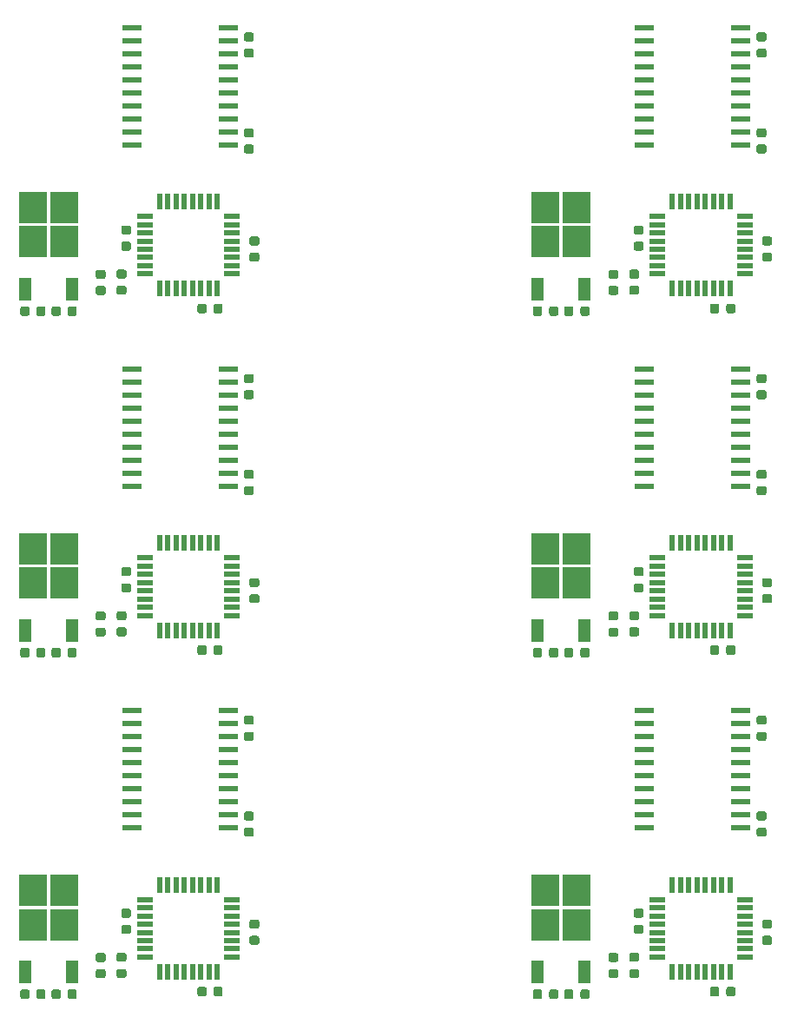
<source format=gbr>
G04 #@! TF.GenerationSoftware,KiCad,Pcbnew,(5.1.0-0)*
G04 #@! TF.CreationDate,2019-05-03T14:04:24-05:00*
G04 #@! TF.ProjectId,panelized,70616e65-6c69-47a6-9564-2e6b69636164,rev?*
G04 #@! TF.SameCoordinates,Original*
G04 #@! TF.FileFunction,Paste,Top*
G04 #@! TF.FilePolarity,Positive*
%FSLAX46Y46*%
G04 Gerber Fmt 4.6, Leading zero omitted, Abs format (unit mm)*
G04 Created by KiCad (PCBNEW (5.1.0-0)) date 2019-05-03 14:04:24*
%MOMM*%
%LPD*%
G04 APERTURE LIST*
%ADD10R,1.950000X0.600000*%
%ADD11C,0.100000*%
%ADD12C,0.875000*%
%ADD13R,0.550000X1.600000*%
%ADD14R,1.600000X0.550000*%
%ADD15R,2.750000X3.050000*%
%ADD16R,1.200000X2.200000*%
G04 APERTURE END LIST*
D10*
X170287200Y-46914200D03*
X170287200Y-45644200D03*
X170287200Y-44374200D03*
X170287200Y-43104200D03*
X170287200Y-41834200D03*
X170287200Y-40564200D03*
X170287200Y-39294200D03*
X170287200Y-38024200D03*
X170287200Y-36754200D03*
X170287200Y-35484200D03*
X179687200Y-35484200D03*
X179687200Y-36754200D03*
X179687200Y-38024200D03*
X179687200Y-39294200D03*
X179687200Y-40564200D03*
X179687200Y-41834200D03*
X179687200Y-43104200D03*
X179687200Y-44374200D03*
X179687200Y-45644200D03*
X179687200Y-46914200D03*
D11*
G36*
X181989491Y-46884053D02*
G01*
X182010726Y-46887203D01*
X182031550Y-46892419D01*
X182051762Y-46899651D01*
X182071168Y-46908830D01*
X182089581Y-46919866D01*
X182106824Y-46932654D01*
X182122730Y-46947070D01*
X182137146Y-46962976D01*
X182149934Y-46980219D01*
X182160970Y-46998632D01*
X182170149Y-47018038D01*
X182177381Y-47038250D01*
X182182597Y-47059074D01*
X182185747Y-47080309D01*
X182186800Y-47101750D01*
X182186800Y-47539250D01*
X182185747Y-47560691D01*
X182182597Y-47581926D01*
X182177381Y-47602750D01*
X182170149Y-47622962D01*
X182160970Y-47642368D01*
X182149934Y-47660781D01*
X182137146Y-47678024D01*
X182122730Y-47693930D01*
X182106824Y-47708346D01*
X182089581Y-47721134D01*
X182071168Y-47732170D01*
X182051762Y-47741349D01*
X182031550Y-47748581D01*
X182010726Y-47753797D01*
X181989491Y-47756947D01*
X181968050Y-47758000D01*
X181455550Y-47758000D01*
X181434109Y-47756947D01*
X181412874Y-47753797D01*
X181392050Y-47748581D01*
X181371838Y-47741349D01*
X181352432Y-47732170D01*
X181334019Y-47721134D01*
X181316776Y-47708346D01*
X181300870Y-47693930D01*
X181286454Y-47678024D01*
X181273666Y-47660781D01*
X181262630Y-47642368D01*
X181253451Y-47622962D01*
X181246219Y-47602750D01*
X181241003Y-47581926D01*
X181237853Y-47560691D01*
X181236800Y-47539250D01*
X181236800Y-47101750D01*
X181237853Y-47080309D01*
X181241003Y-47059074D01*
X181246219Y-47038250D01*
X181253451Y-47018038D01*
X181262630Y-46998632D01*
X181273666Y-46980219D01*
X181286454Y-46962976D01*
X181300870Y-46947070D01*
X181316776Y-46932654D01*
X181334019Y-46919866D01*
X181352432Y-46908830D01*
X181371838Y-46899651D01*
X181392050Y-46892419D01*
X181412874Y-46887203D01*
X181434109Y-46884053D01*
X181455550Y-46883000D01*
X181968050Y-46883000D01*
X181989491Y-46884053D01*
X181989491Y-46884053D01*
G37*
D12*
X181711800Y-47320500D03*
D11*
G36*
X181989491Y-45309053D02*
G01*
X182010726Y-45312203D01*
X182031550Y-45317419D01*
X182051762Y-45324651D01*
X182071168Y-45333830D01*
X182089581Y-45344866D01*
X182106824Y-45357654D01*
X182122730Y-45372070D01*
X182137146Y-45387976D01*
X182149934Y-45405219D01*
X182160970Y-45423632D01*
X182170149Y-45443038D01*
X182177381Y-45463250D01*
X182182597Y-45484074D01*
X182185747Y-45505309D01*
X182186800Y-45526750D01*
X182186800Y-45964250D01*
X182185747Y-45985691D01*
X182182597Y-46006926D01*
X182177381Y-46027750D01*
X182170149Y-46047962D01*
X182160970Y-46067368D01*
X182149934Y-46085781D01*
X182137146Y-46103024D01*
X182122730Y-46118930D01*
X182106824Y-46133346D01*
X182089581Y-46146134D01*
X182071168Y-46157170D01*
X182051762Y-46166349D01*
X182031550Y-46173581D01*
X182010726Y-46178797D01*
X181989491Y-46181947D01*
X181968050Y-46183000D01*
X181455550Y-46183000D01*
X181434109Y-46181947D01*
X181412874Y-46178797D01*
X181392050Y-46173581D01*
X181371838Y-46166349D01*
X181352432Y-46157170D01*
X181334019Y-46146134D01*
X181316776Y-46133346D01*
X181300870Y-46118930D01*
X181286454Y-46103024D01*
X181273666Y-46085781D01*
X181262630Y-46067368D01*
X181253451Y-46047962D01*
X181246219Y-46027750D01*
X181241003Y-46006926D01*
X181237853Y-45985691D01*
X181236800Y-45964250D01*
X181236800Y-45526750D01*
X181237853Y-45505309D01*
X181241003Y-45484074D01*
X181246219Y-45463250D01*
X181253451Y-45443038D01*
X181262630Y-45423632D01*
X181273666Y-45405219D01*
X181286454Y-45387976D01*
X181300870Y-45372070D01*
X181316776Y-45357654D01*
X181334019Y-45344866D01*
X181352432Y-45333830D01*
X181371838Y-45324651D01*
X181392050Y-45317419D01*
X181412874Y-45312203D01*
X181434109Y-45309053D01*
X181455550Y-45308000D01*
X181968050Y-45308000D01*
X181989491Y-45309053D01*
X181989491Y-45309053D01*
G37*
D12*
X181711800Y-45745500D03*
D11*
G36*
X169568891Y-60654253D02*
G01*
X169590126Y-60657403D01*
X169610950Y-60662619D01*
X169631162Y-60669851D01*
X169650568Y-60679030D01*
X169668981Y-60690066D01*
X169686224Y-60702854D01*
X169702130Y-60717270D01*
X169716546Y-60733176D01*
X169729334Y-60750419D01*
X169740370Y-60768832D01*
X169749549Y-60788238D01*
X169756781Y-60808450D01*
X169761997Y-60829274D01*
X169765147Y-60850509D01*
X169766200Y-60871950D01*
X169766200Y-61309450D01*
X169765147Y-61330891D01*
X169761997Y-61352126D01*
X169756781Y-61372950D01*
X169749549Y-61393162D01*
X169740370Y-61412568D01*
X169729334Y-61430981D01*
X169716546Y-61448224D01*
X169702130Y-61464130D01*
X169686224Y-61478546D01*
X169668981Y-61491334D01*
X169650568Y-61502370D01*
X169631162Y-61511549D01*
X169610950Y-61518781D01*
X169590126Y-61523997D01*
X169568891Y-61527147D01*
X169547450Y-61528200D01*
X169034950Y-61528200D01*
X169013509Y-61527147D01*
X168992274Y-61523997D01*
X168971450Y-61518781D01*
X168951238Y-61511549D01*
X168931832Y-61502370D01*
X168913419Y-61491334D01*
X168896176Y-61478546D01*
X168880270Y-61464130D01*
X168865854Y-61448224D01*
X168853066Y-61430981D01*
X168842030Y-61412568D01*
X168832851Y-61393162D01*
X168825619Y-61372950D01*
X168820403Y-61352126D01*
X168817253Y-61330891D01*
X168816200Y-61309450D01*
X168816200Y-60871950D01*
X168817253Y-60850509D01*
X168820403Y-60829274D01*
X168825619Y-60808450D01*
X168832851Y-60788238D01*
X168842030Y-60768832D01*
X168853066Y-60750419D01*
X168865854Y-60733176D01*
X168880270Y-60717270D01*
X168896176Y-60702854D01*
X168913419Y-60690066D01*
X168931832Y-60679030D01*
X168951238Y-60669851D01*
X168971450Y-60662619D01*
X168992274Y-60657403D01*
X169013509Y-60654253D01*
X169034950Y-60653200D01*
X169547450Y-60653200D01*
X169568891Y-60654253D01*
X169568891Y-60654253D01*
G37*
D12*
X169291200Y-61090700D03*
D11*
G36*
X169568891Y-59079253D02*
G01*
X169590126Y-59082403D01*
X169610950Y-59087619D01*
X169631162Y-59094851D01*
X169650568Y-59104030D01*
X169668981Y-59115066D01*
X169686224Y-59127854D01*
X169702130Y-59142270D01*
X169716546Y-59158176D01*
X169729334Y-59175419D01*
X169740370Y-59193832D01*
X169749549Y-59213238D01*
X169756781Y-59233450D01*
X169761997Y-59254274D01*
X169765147Y-59275509D01*
X169766200Y-59296950D01*
X169766200Y-59734450D01*
X169765147Y-59755891D01*
X169761997Y-59777126D01*
X169756781Y-59797950D01*
X169749549Y-59818162D01*
X169740370Y-59837568D01*
X169729334Y-59855981D01*
X169716546Y-59873224D01*
X169702130Y-59889130D01*
X169686224Y-59903546D01*
X169668981Y-59916334D01*
X169650568Y-59927370D01*
X169631162Y-59936549D01*
X169610950Y-59943781D01*
X169590126Y-59948997D01*
X169568891Y-59952147D01*
X169547450Y-59953200D01*
X169034950Y-59953200D01*
X169013509Y-59952147D01*
X168992274Y-59948997D01*
X168971450Y-59943781D01*
X168951238Y-59936549D01*
X168931832Y-59927370D01*
X168913419Y-59916334D01*
X168896176Y-59903546D01*
X168880270Y-59889130D01*
X168865854Y-59873224D01*
X168853066Y-59855981D01*
X168842030Y-59837568D01*
X168832851Y-59818162D01*
X168825619Y-59797950D01*
X168820403Y-59777126D01*
X168817253Y-59755891D01*
X168816200Y-59734450D01*
X168816200Y-59296950D01*
X168817253Y-59275509D01*
X168820403Y-59254274D01*
X168825619Y-59233450D01*
X168832851Y-59213238D01*
X168842030Y-59193832D01*
X168853066Y-59175419D01*
X168865854Y-59158176D01*
X168880270Y-59142270D01*
X168896176Y-59127854D01*
X168913419Y-59115066D01*
X168931832Y-59104030D01*
X168951238Y-59094851D01*
X168971450Y-59087619D01*
X168992274Y-59082403D01*
X169013509Y-59079253D01*
X169034950Y-59078200D01*
X169547450Y-59078200D01*
X169568891Y-59079253D01*
X169568891Y-59079253D01*
G37*
D12*
X169291200Y-59515700D03*
D11*
G36*
X167536891Y-59101253D02*
G01*
X167558126Y-59104403D01*
X167578950Y-59109619D01*
X167599162Y-59116851D01*
X167618568Y-59126030D01*
X167636981Y-59137066D01*
X167654224Y-59149854D01*
X167670130Y-59164270D01*
X167684546Y-59180176D01*
X167697334Y-59197419D01*
X167708370Y-59215832D01*
X167717549Y-59235238D01*
X167724781Y-59255450D01*
X167729997Y-59276274D01*
X167733147Y-59297509D01*
X167734200Y-59318950D01*
X167734200Y-59756450D01*
X167733147Y-59777891D01*
X167729997Y-59799126D01*
X167724781Y-59819950D01*
X167717549Y-59840162D01*
X167708370Y-59859568D01*
X167697334Y-59877981D01*
X167684546Y-59895224D01*
X167670130Y-59911130D01*
X167654224Y-59925546D01*
X167636981Y-59938334D01*
X167618568Y-59949370D01*
X167599162Y-59958549D01*
X167578950Y-59965781D01*
X167558126Y-59970997D01*
X167536891Y-59974147D01*
X167515450Y-59975200D01*
X167002950Y-59975200D01*
X166981509Y-59974147D01*
X166960274Y-59970997D01*
X166939450Y-59965781D01*
X166919238Y-59958549D01*
X166899832Y-59949370D01*
X166881419Y-59938334D01*
X166864176Y-59925546D01*
X166848270Y-59911130D01*
X166833854Y-59895224D01*
X166821066Y-59877981D01*
X166810030Y-59859568D01*
X166800851Y-59840162D01*
X166793619Y-59819950D01*
X166788403Y-59799126D01*
X166785253Y-59777891D01*
X166784200Y-59756450D01*
X166784200Y-59318950D01*
X166785253Y-59297509D01*
X166788403Y-59276274D01*
X166793619Y-59255450D01*
X166800851Y-59235238D01*
X166810030Y-59215832D01*
X166821066Y-59197419D01*
X166833854Y-59180176D01*
X166848270Y-59164270D01*
X166864176Y-59149854D01*
X166881419Y-59137066D01*
X166899832Y-59126030D01*
X166919238Y-59116851D01*
X166939450Y-59109619D01*
X166960274Y-59104403D01*
X166981509Y-59101253D01*
X167002950Y-59100200D01*
X167515450Y-59100200D01*
X167536891Y-59101253D01*
X167536891Y-59101253D01*
G37*
D12*
X167259200Y-59537700D03*
D11*
G36*
X167536891Y-60676253D02*
G01*
X167558126Y-60679403D01*
X167578950Y-60684619D01*
X167599162Y-60691851D01*
X167618568Y-60701030D01*
X167636981Y-60712066D01*
X167654224Y-60724854D01*
X167670130Y-60739270D01*
X167684546Y-60755176D01*
X167697334Y-60772419D01*
X167708370Y-60790832D01*
X167717549Y-60810238D01*
X167724781Y-60830450D01*
X167729997Y-60851274D01*
X167733147Y-60872509D01*
X167734200Y-60893950D01*
X167734200Y-61331450D01*
X167733147Y-61352891D01*
X167729997Y-61374126D01*
X167724781Y-61394950D01*
X167717549Y-61415162D01*
X167708370Y-61434568D01*
X167697334Y-61452981D01*
X167684546Y-61470224D01*
X167670130Y-61486130D01*
X167654224Y-61500546D01*
X167636981Y-61513334D01*
X167618568Y-61524370D01*
X167599162Y-61533549D01*
X167578950Y-61540781D01*
X167558126Y-61545997D01*
X167536891Y-61549147D01*
X167515450Y-61550200D01*
X167002950Y-61550200D01*
X166981509Y-61549147D01*
X166960274Y-61545997D01*
X166939450Y-61540781D01*
X166919238Y-61533549D01*
X166899832Y-61524370D01*
X166881419Y-61513334D01*
X166864176Y-61500546D01*
X166848270Y-61486130D01*
X166833854Y-61470224D01*
X166821066Y-61452981D01*
X166810030Y-61434568D01*
X166800851Y-61415162D01*
X166793619Y-61394950D01*
X166788403Y-61374126D01*
X166785253Y-61352891D01*
X166784200Y-61331450D01*
X166784200Y-60893950D01*
X166785253Y-60872509D01*
X166788403Y-60851274D01*
X166793619Y-60830450D01*
X166800851Y-60810238D01*
X166810030Y-60790832D01*
X166821066Y-60772419D01*
X166833854Y-60755176D01*
X166848270Y-60739270D01*
X166864176Y-60724854D01*
X166881419Y-60712066D01*
X166899832Y-60701030D01*
X166919238Y-60691851D01*
X166939450Y-60684619D01*
X166960274Y-60679403D01*
X166981509Y-60676253D01*
X167002950Y-60675200D01*
X167515450Y-60675200D01*
X167536891Y-60676253D01*
X167536891Y-60676253D01*
G37*
D12*
X167259200Y-61112700D03*
D11*
G36*
X177379891Y-62391253D02*
G01*
X177401126Y-62394403D01*
X177421950Y-62399619D01*
X177442162Y-62406851D01*
X177461568Y-62416030D01*
X177479981Y-62427066D01*
X177497224Y-62439854D01*
X177513130Y-62454270D01*
X177527546Y-62470176D01*
X177540334Y-62487419D01*
X177551370Y-62505832D01*
X177560549Y-62525238D01*
X177567781Y-62545450D01*
X177572997Y-62566274D01*
X177576147Y-62587509D01*
X177577200Y-62608950D01*
X177577200Y-63121450D01*
X177576147Y-63142891D01*
X177572997Y-63164126D01*
X177567781Y-63184950D01*
X177560549Y-63205162D01*
X177551370Y-63224568D01*
X177540334Y-63242981D01*
X177527546Y-63260224D01*
X177513130Y-63276130D01*
X177497224Y-63290546D01*
X177479981Y-63303334D01*
X177461568Y-63314370D01*
X177442162Y-63323549D01*
X177421950Y-63330781D01*
X177401126Y-63335997D01*
X177379891Y-63339147D01*
X177358450Y-63340200D01*
X176920950Y-63340200D01*
X176899509Y-63339147D01*
X176878274Y-63335997D01*
X176857450Y-63330781D01*
X176837238Y-63323549D01*
X176817832Y-63314370D01*
X176799419Y-63303334D01*
X176782176Y-63290546D01*
X176766270Y-63276130D01*
X176751854Y-63260224D01*
X176739066Y-63242981D01*
X176728030Y-63224568D01*
X176718851Y-63205162D01*
X176711619Y-63184950D01*
X176706403Y-63164126D01*
X176703253Y-63142891D01*
X176702200Y-63121450D01*
X176702200Y-62608950D01*
X176703253Y-62587509D01*
X176706403Y-62566274D01*
X176711619Y-62545450D01*
X176718851Y-62525238D01*
X176728030Y-62505832D01*
X176739066Y-62487419D01*
X176751854Y-62470176D01*
X176766270Y-62454270D01*
X176782176Y-62439854D01*
X176799419Y-62427066D01*
X176817832Y-62416030D01*
X176837238Y-62406851D01*
X176857450Y-62399619D01*
X176878274Y-62394403D01*
X176899509Y-62391253D01*
X176920950Y-62390200D01*
X177358450Y-62390200D01*
X177379891Y-62391253D01*
X177379891Y-62391253D01*
G37*
D12*
X177139700Y-62865200D03*
D11*
G36*
X178954891Y-62391253D02*
G01*
X178976126Y-62394403D01*
X178996950Y-62399619D01*
X179017162Y-62406851D01*
X179036568Y-62416030D01*
X179054981Y-62427066D01*
X179072224Y-62439854D01*
X179088130Y-62454270D01*
X179102546Y-62470176D01*
X179115334Y-62487419D01*
X179126370Y-62505832D01*
X179135549Y-62525238D01*
X179142781Y-62545450D01*
X179147997Y-62566274D01*
X179151147Y-62587509D01*
X179152200Y-62608950D01*
X179152200Y-63121450D01*
X179151147Y-63142891D01*
X179147997Y-63164126D01*
X179142781Y-63184950D01*
X179135549Y-63205162D01*
X179126370Y-63224568D01*
X179115334Y-63242981D01*
X179102546Y-63260224D01*
X179088130Y-63276130D01*
X179072224Y-63290546D01*
X179054981Y-63303334D01*
X179036568Y-63314370D01*
X179017162Y-63323549D01*
X178996950Y-63330781D01*
X178976126Y-63335997D01*
X178954891Y-63339147D01*
X178933450Y-63340200D01*
X178495950Y-63340200D01*
X178474509Y-63339147D01*
X178453274Y-63335997D01*
X178432450Y-63330781D01*
X178412238Y-63323549D01*
X178392832Y-63314370D01*
X178374419Y-63303334D01*
X178357176Y-63290546D01*
X178341270Y-63276130D01*
X178326854Y-63260224D01*
X178314066Y-63242981D01*
X178303030Y-63224568D01*
X178293851Y-63205162D01*
X178286619Y-63184950D01*
X178281403Y-63164126D01*
X178278253Y-63142891D01*
X178277200Y-63121450D01*
X178277200Y-62608950D01*
X178278253Y-62587509D01*
X178281403Y-62566274D01*
X178286619Y-62545450D01*
X178293851Y-62525238D01*
X178303030Y-62505832D01*
X178314066Y-62487419D01*
X178326854Y-62470176D01*
X178341270Y-62454270D01*
X178357176Y-62439854D01*
X178374419Y-62427066D01*
X178392832Y-62416030D01*
X178412238Y-62406851D01*
X178432450Y-62399619D01*
X178453274Y-62394403D01*
X178474509Y-62391253D01*
X178495950Y-62390200D01*
X178933450Y-62390200D01*
X178954891Y-62391253D01*
X178954891Y-62391253D01*
G37*
D12*
X178714700Y-62865200D03*
D11*
G36*
X170014891Y-54783253D02*
G01*
X170036126Y-54786403D01*
X170056950Y-54791619D01*
X170077162Y-54798851D01*
X170096568Y-54808030D01*
X170114981Y-54819066D01*
X170132224Y-54831854D01*
X170148130Y-54846270D01*
X170162546Y-54862176D01*
X170175334Y-54879419D01*
X170186370Y-54897832D01*
X170195549Y-54917238D01*
X170202781Y-54937450D01*
X170207997Y-54958274D01*
X170211147Y-54979509D01*
X170212200Y-55000950D01*
X170212200Y-55438450D01*
X170211147Y-55459891D01*
X170207997Y-55481126D01*
X170202781Y-55501950D01*
X170195549Y-55522162D01*
X170186370Y-55541568D01*
X170175334Y-55559981D01*
X170162546Y-55577224D01*
X170148130Y-55593130D01*
X170132224Y-55607546D01*
X170114981Y-55620334D01*
X170096568Y-55631370D01*
X170077162Y-55640549D01*
X170056950Y-55647781D01*
X170036126Y-55652997D01*
X170014891Y-55656147D01*
X169993450Y-55657200D01*
X169480950Y-55657200D01*
X169459509Y-55656147D01*
X169438274Y-55652997D01*
X169417450Y-55647781D01*
X169397238Y-55640549D01*
X169377832Y-55631370D01*
X169359419Y-55620334D01*
X169342176Y-55607546D01*
X169326270Y-55593130D01*
X169311854Y-55577224D01*
X169299066Y-55559981D01*
X169288030Y-55541568D01*
X169278851Y-55522162D01*
X169271619Y-55501950D01*
X169266403Y-55481126D01*
X169263253Y-55459891D01*
X169262200Y-55438450D01*
X169262200Y-55000950D01*
X169263253Y-54979509D01*
X169266403Y-54958274D01*
X169271619Y-54937450D01*
X169278851Y-54917238D01*
X169288030Y-54897832D01*
X169299066Y-54879419D01*
X169311854Y-54862176D01*
X169326270Y-54846270D01*
X169342176Y-54831854D01*
X169359419Y-54819066D01*
X169377832Y-54808030D01*
X169397238Y-54798851D01*
X169417450Y-54791619D01*
X169438274Y-54786403D01*
X169459509Y-54783253D01*
X169480950Y-54782200D01*
X169993450Y-54782200D01*
X170014891Y-54783253D01*
X170014891Y-54783253D01*
G37*
D12*
X169737200Y-55219700D03*
D11*
G36*
X170014891Y-56358253D02*
G01*
X170036126Y-56361403D01*
X170056950Y-56366619D01*
X170077162Y-56373851D01*
X170096568Y-56383030D01*
X170114981Y-56394066D01*
X170132224Y-56406854D01*
X170148130Y-56421270D01*
X170162546Y-56437176D01*
X170175334Y-56454419D01*
X170186370Y-56472832D01*
X170195549Y-56492238D01*
X170202781Y-56512450D01*
X170207997Y-56533274D01*
X170211147Y-56554509D01*
X170212200Y-56575950D01*
X170212200Y-57013450D01*
X170211147Y-57034891D01*
X170207997Y-57056126D01*
X170202781Y-57076950D01*
X170195549Y-57097162D01*
X170186370Y-57116568D01*
X170175334Y-57134981D01*
X170162546Y-57152224D01*
X170148130Y-57168130D01*
X170132224Y-57182546D01*
X170114981Y-57195334D01*
X170096568Y-57206370D01*
X170077162Y-57215549D01*
X170056950Y-57222781D01*
X170036126Y-57227997D01*
X170014891Y-57231147D01*
X169993450Y-57232200D01*
X169480950Y-57232200D01*
X169459509Y-57231147D01*
X169438274Y-57227997D01*
X169417450Y-57222781D01*
X169397238Y-57215549D01*
X169377832Y-57206370D01*
X169359419Y-57195334D01*
X169342176Y-57182546D01*
X169326270Y-57168130D01*
X169311854Y-57152224D01*
X169299066Y-57134981D01*
X169288030Y-57116568D01*
X169278851Y-57097162D01*
X169271619Y-57076950D01*
X169266403Y-57056126D01*
X169263253Y-57034891D01*
X169262200Y-57013450D01*
X169262200Y-56575950D01*
X169263253Y-56554509D01*
X169266403Y-56533274D01*
X169271619Y-56512450D01*
X169278851Y-56492238D01*
X169288030Y-56472832D01*
X169299066Y-56454419D01*
X169311854Y-56437176D01*
X169326270Y-56421270D01*
X169342176Y-56406854D01*
X169359419Y-56394066D01*
X169377832Y-56383030D01*
X169397238Y-56373851D01*
X169417450Y-56366619D01*
X169438274Y-56361403D01*
X169459509Y-56358253D01*
X169480950Y-56357200D01*
X169993450Y-56357200D01*
X170014891Y-56358253D01*
X170014891Y-56358253D01*
G37*
D12*
X169737200Y-56794700D03*
D11*
G36*
X161682891Y-62645253D02*
G01*
X161704126Y-62648403D01*
X161724950Y-62653619D01*
X161745162Y-62660851D01*
X161764568Y-62670030D01*
X161782981Y-62681066D01*
X161800224Y-62693854D01*
X161816130Y-62708270D01*
X161830546Y-62724176D01*
X161843334Y-62741419D01*
X161854370Y-62759832D01*
X161863549Y-62779238D01*
X161870781Y-62799450D01*
X161875997Y-62820274D01*
X161879147Y-62841509D01*
X161880200Y-62862950D01*
X161880200Y-63375450D01*
X161879147Y-63396891D01*
X161875997Y-63418126D01*
X161870781Y-63438950D01*
X161863549Y-63459162D01*
X161854370Y-63478568D01*
X161843334Y-63496981D01*
X161830546Y-63514224D01*
X161816130Y-63530130D01*
X161800224Y-63544546D01*
X161782981Y-63557334D01*
X161764568Y-63568370D01*
X161745162Y-63577549D01*
X161724950Y-63584781D01*
X161704126Y-63589997D01*
X161682891Y-63593147D01*
X161661450Y-63594200D01*
X161223950Y-63594200D01*
X161202509Y-63593147D01*
X161181274Y-63589997D01*
X161160450Y-63584781D01*
X161140238Y-63577549D01*
X161120832Y-63568370D01*
X161102419Y-63557334D01*
X161085176Y-63544546D01*
X161069270Y-63530130D01*
X161054854Y-63514224D01*
X161042066Y-63496981D01*
X161031030Y-63478568D01*
X161021851Y-63459162D01*
X161014619Y-63438950D01*
X161009403Y-63418126D01*
X161006253Y-63396891D01*
X161005200Y-63375450D01*
X161005200Y-62862950D01*
X161006253Y-62841509D01*
X161009403Y-62820274D01*
X161014619Y-62799450D01*
X161021851Y-62779238D01*
X161031030Y-62759832D01*
X161042066Y-62741419D01*
X161054854Y-62724176D01*
X161069270Y-62708270D01*
X161085176Y-62693854D01*
X161102419Y-62681066D01*
X161120832Y-62670030D01*
X161140238Y-62660851D01*
X161160450Y-62653619D01*
X161181274Y-62648403D01*
X161202509Y-62645253D01*
X161223950Y-62644200D01*
X161661450Y-62644200D01*
X161682891Y-62645253D01*
X161682891Y-62645253D01*
G37*
D12*
X161442700Y-63119200D03*
D11*
G36*
X160107891Y-62645253D02*
G01*
X160129126Y-62648403D01*
X160149950Y-62653619D01*
X160170162Y-62660851D01*
X160189568Y-62670030D01*
X160207981Y-62681066D01*
X160225224Y-62693854D01*
X160241130Y-62708270D01*
X160255546Y-62724176D01*
X160268334Y-62741419D01*
X160279370Y-62759832D01*
X160288549Y-62779238D01*
X160295781Y-62799450D01*
X160300997Y-62820274D01*
X160304147Y-62841509D01*
X160305200Y-62862950D01*
X160305200Y-63375450D01*
X160304147Y-63396891D01*
X160300997Y-63418126D01*
X160295781Y-63438950D01*
X160288549Y-63459162D01*
X160279370Y-63478568D01*
X160268334Y-63496981D01*
X160255546Y-63514224D01*
X160241130Y-63530130D01*
X160225224Y-63544546D01*
X160207981Y-63557334D01*
X160189568Y-63568370D01*
X160170162Y-63577549D01*
X160149950Y-63584781D01*
X160129126Y-63589997D01*
X160107891Y-63593147D01*
X160086450Y-63594200D01*
X159648950Y-63594200D01*
X159627509Y-63593147D01*
X159606274Y-63589997D01*
X159585450Y-63584781D01*
X159565238Y-63577549D01*
X159545832Y-63568370D01*
X159527419Y-63557334D01*
X159510176Y-63544546D01*
X159494270Y-63530130D01*
X159479854Y-63514224D01*
X159467066Y-63496981D01*
X159456030Y-63478568D01*
X159446851Y-63459162D01*
X159439619Y-63438950D01*
X159434403Y-63418126D01*
X159431253Y-63396891D01*
X159430200Y-63375450D01*
X159430200Y-62862950D01*
X159431253Y-62841509D01*
X159434403Y-62820274D01*
X159439619Y-62799450D01*
X159446851Y-62779238D01*
X159456030Y-62759832D01*
X159467066Y-62741419D01*
X159479854Y-62724176D01*
X159494270Y-62708270D01*
X159510176Y-62693854D01*
X159527419Y-62681066D01*
X159545832Y-62670030D01*
X159565238Y-62660851D01*
X159585450Y-62653619D01*
X159606274Y-62648403D01*
X159627509Y-62645253D01*
X159648950Y-62644200D01*
X160086450Y-62644200D01*
X160107891Y-62645253D01*
X160107891Y-62645253D01*
G37*
D12*
X159867700Y-63119200D03*
D11*
G36*
X164730891Y-62645253D02*
G01*
X164752126Y-62648403D01*
X164772950Y-62653619D01*
X164793162Y-62660851D01*
X164812568Y-62670030D01*
X164830981Y-62681066D01*
X164848224Y-62693854D01*
X164864130Y-62708270D01*
X164878546Y-62724176D01*
X164891334Y-62741419D01*
X164902370Y-62759832D01*
X164911549Y-62779238D01*
X164918781Y-62799450D01*
X164923997Y-62820274D01*
X164927147Y-62841509D01*
X164928200Y-62862950D01*
X164928200Y-63375450D01*
X164927147Y-63396891D01*
X164923997Y-63418126D01*
X164918781Y-63438950D01*
X164911549Y-63459162D01*
X164902370Y-63478568D01*
X164891334Y-63496981D01*
X164878546Y-63514224D01*
X164864130Y-63530130D01*
X164848224Y-63544546D01*
X164830981Y-63557334D01*
X164812568Y-63568370D01*
X164793162Y-63577549D01*
X164772950Y-63584781D01*
X164752126Y-63589997D01*
X164730891Y-63593147D01*
X164709450Y-63594200D01*
X164271950Y-63594200D01*
X164250509Y-63593147D01*
X164229274Y-63589997D01*
X164208450Y-63584781D01*
X164188238Y-63577549D01*
X164168832Y-63568370D01*
X164150419Y-63557334D01*
X164133176Y-63544546D01*
X164117270Y-63530130D01*
X164102854Y-63514224D01*
X164090066Y-63496981D01*
X164079030Y-63478568D01*
X164069851Y-63459162D01*
X164062619Y-63438950D01*
X164057403Y-63418126D01*
X164054253Y-63396891D01*
X164053200Y-63375450D01*
X164053200Y-62862950D01*
X164054253Y-62841509D01*
X164057403Y-62820274D01*
X164062619Y-62799450D01*
X164069851Y-62779238D01*
X164079030Y-62759832D01*
X164090066Y-62741419D01*
X164102854Y-62724176D01*
X164117270Y-62708270D01*
X164133176Y-62693854D01*
X164150419Y-62681066D01*
X164168832Y-62670030D01*
X164188238Y-62660851D01*
X164208450Y-62653619D01*
X164229274Y-62648403D01*
X164250509Y-62645253D01*
X164271950Y-62644200D01*
X164709450Y-62644200D01*
X164730891Y-62645253D01*
X164730891Y-62645253D01*
G37*
D12*
X164490700Y-63119200D03*
D11*
G36*
X163155891Y-62645253D02*
G01*
X163177126Y-62648403D01*
X163197950Y-62653619D01*
X163218162Y-62660851D01*
X163237568Y-62670030D01*
X163255981Y-62681066D01*
X163273224Y-62693854D01*
X163289130Y-62708270D01*
X163303546Y-62724176D01*
X163316334Y-62741419D01*
X163327370Y-62759832D01*
X163336549Y-62779238D01*
X163343781Y-62799450D01*
X163348997Y-62820274D01*
X163352147Y-62841509D01*
X163353200Y-62862950D01*
X163353200Y-63375450D01*
X163352147Y-63396891D01*
X163348997Y-63418126D01*
X163343781Y-63438950D01*
X163336549Y-63459162D01*
X163327370Y-63478568D01*
X163316334Y-63496981D01*
X163303546Y-63514224D01*
X163289130Y-63530130D01*
X163273224Y-63544546D01*
X163255981Y-63557334D01*
X163237568Y-63568370D01*
X163218162Y-63577549D01*
X163197950Y-63584781D01*
X163177126Y-63589997D01*
X163155891Y-63593147D01*
X163134450Y-63594200D01*
X162696950Y-63594200D01*
X162675509Y-63593147D01*
X162654274Y-63589997D01*
X162633450Y-63584781D01*
X162613238Y-63577549D01*
X162593832Y-63568370D01*
X162575419Y-63557334D01*
X162558176Y-63544546D01*
X162542270Y-63530130D01*
X162527854Y-63514224D01*
X162515066Y-63496981D01*
X162504030Y-63478568D01*
X162494851Y-63459162D01*
X162487619Y-63438950D01*
X162482403Y-63418126D01*
X162479253Y-63396891D01*
X162478200Y-63375450D01*
X162478200Y-62862950D01*
X162479253Y-62841509D01*
X162482403Y-62820274D01*
X162487619Y-62799450D01*
X162494851Y-62779238D01*
X162504030Y-62759832D01*
X162515066Y-62741419D01*
X162527854Y-62724176D01*
X162542270Y-62708270D01*
X162558176Y-62693854D01*
X162575419Y-62681066D01*
X162593832Y-62670030D01*
X162613238Y-62660851D01*
X162633450Y-62653619D01*
X162654274Y-62648403D01*
X162675509Y-62645253D01*
X162696950Y-62644200D01*
X163134450Y-62644200D01*
X163155891Y-62645253D01*
X163155891Y-62645253D01*
G37*
D12*
X162915700Y-63119200D03*
D13*
X178619200Y-60943200D03*
X177819200Y-60943200D03*
X177019200Y-60943200D03*
X176219200Y-60943200D03*
X175419200Y-60943200D03*
X174619200Y-60943200D03*
X173819200Y-60943200D03*
X173019200Y-60943200D03*
D14*
X171569200Y-59493200D03*
X171569200Y-58693200D03*
X171569200Y-57893200D03*
X171569200Y-57093200D03*
X171569200Y-56293200D03*
X171569200Y-55493200D03*
X171569200Y-54693200D03*
X171569200Y-53893200D03*
D13*
X173019200Y-52443200D03*
X173819200Y-52443200D03*
X174619200Y-52443200D03*
X175419200Y-52443200D03*
X176219200Y-52443200D03*
X177019200Y-52443200D03*
X177819200Y-52443200D03*
X178619200Y-52443200D03*
D14*
X180069200Y-53893200D03*
X180069200Y-54693200D03*
X180069200Y-55493200D03*
X180069200Y-56293200D03*
X180069200Y-57093200D03*
X180069200Y-57893200D03*
X180069200Y-58693200D03*
X180069200Y-59493200D03*
D11*
G36*
X132002291Y-37536853D02*
G01*
X132023526Y-37540003D01*
X132044350Y-37545219D01*
X132064562Y-37552451D01*
X132083968Y-37561630D01*
X132102381Y-37572666D01*
X132119624Y-37585454D01*
X132135530Y-37599870D01*
X132149946Y-37615776D01*
X132162734Y-37633019D01*
X132173770Y-37651432D01*
X132182949Y-37670838D01*
X132190181Y-37691050D01*
X132195397Y-37711874D01*
X132198547Y-37733109D01*
X132199600Y-37754550D01*
X132199600Y-38192050D01*
X132198547Y-38213491D01*
X132195397Y-38234726D01*
X132190181Y-38255550D01*
X132182949Y-38275762D01*
X132173770Y-38295168D01*
X132162734Y-38313581D01*
X132149946Y-38330824D01*
X132135530Y-38346730D01*
X132119624Y-38361146D01*
X132102381Y-38373934D01*
X132083968Y-38384970D01*
X132064562Y-38394149D01*
X132044350Y-38401381D01*
X132023526Y-38406597D01*
X132002291Y-38409747D01*
X131980850Y-38410800D01*
X131468350Y-38410800D01*
X131446909Y-38409747D01*
X131425674Y-38406597D01*
X131404850Y-38401381D01*
X131384638Y-38394149D01*
X131365232Y-38384970D01*
X131346819Y-38373934D01*
X131329576Y-38361146D01*
X131313670Y-38346730D01*
X131299254Y-38330824D01*
X131286466Y-38313581D01*
X131275430Y-38295168D01*
X131266251Y-38275762D01*
X131259019Y-38255550D01*
X131253803Y-38234726D01*
X131250653Y-38213491D01*
X131249600Y-38192050D01*
X131249600Y-37754550D01*
X131250653Y-37733109D01*
X131253803Y-37711874D01*
X131259019Y-37691050D01*
X131266251Y-37670838D01*
X131275430Y-37651432D01*
X131286466Y-37633019D01*
X131299254Y-37615776D01*
X131313670Y-37599870D01*
X131329576Y-37585454D01*
X131346819Y-37572666D01*
X131365232Y-37561630D01*
X131384638Y-37552451D01*
X131404850Y-37545219D01*
X131425674Y-37540003D01*
X131446909Y-37536853D01*
X131468350Y-37535800D01*
X131980850Y-37535800D01*
X132002291Y-37536853D01*
X132002291Y-37536853D01*
G37*
D12*
X131724600Y-37973300D03*
D11*
G36*
X132002291Y-35961853D02*
G01*
X132023526Y-35965003D01*
X132044350Y-35970219D01*
X132064562Y-35977451D01*
X132083968Y-35986630D01*
X132102381Y-35997666D01*
X132119624Y-36010454D01*
X132135530Y-36024870D01*
X132149946Y-36040776D01*
X132162734Y-36058019D01*
X132173770Y-36076432D01*
X132182949Y-36095838D01*
X132190181Y-36116050D01*
X132195397Y-36136874D01*
X132198547Y-36158109D01*
X132199600Y-36179550D01*
X132199600Y-36617050D01*
X132198547Y-36638491D01*
X132195397Y-36659726D01*
X132190181Y-36680550D01*
X132182949Y-36700762D01*
X132173770Y-36720168D01*
X132162734Y-36738581D01*
X132149946Y-36755824D01*
X132135530Y-36771730D01*
X132119624Y-36786146D01*
X132102381Y-36798934D01*
X132083968Y-36809970D01*
X132064562Y-36819149D01*
X132044350Y-36826381D01*
X132023526Y-36831597D01*
X132002291Y-36834747D01*
X131980850Y-36835800D01*
X131468350Y-36835800D01*
X131446909Y-36834747D01*
X131425674Y-36831597D01*
X131404850Y-36826381D01*
X131384638Y-36819149D01*
X131365232Y-36809970D01*
X131346819Y-36798934D01*
X131329576Y-36786146D01*
X131313670Y-36771730D01*
X131299254Y-36755824D01*
X131286466Y-36738581D01*
X131275430Y-36720168D01*
X131266251Y-36700762D01*
X131259019Y-36680550D01*
X131253803Y-36659726D01*
X131250653Y-36638491D01*
X131249600Y-36617050D01*
X131249600Y-36179550D01*
X131250653Y-36158109D01*
X131253803Y-36136874D01*
X131259019Y-36116050D01*
X131266251Y-36095838D01*
X131275430Y-36076432D01*
X131286466Y-36058019D01*
X131299254Y-36040776D01*
X131313670Y-36024870D01*
X131329576Y-36010454D01*
X131346819Y-35997666D01*
X131365232Y-35986630D01*
X131384638Y-35977451D01*
X131404850Y-35970219D01*
X131425674Y-35965003D01*
X131446909Y-35961853D01*
X131468350Y-35960800D01*
X131980850Y-35960800D01*
X132002291Y-35961853D01*
X132002291Y-35961853D01*
G37*
D12*
X131724600Y-36398300D03*
D11*
G36*
X132535691Y-55850053D02*
G01*
X132556926Y-55853203D01*
X132577750Y-55858419D01*
X132597962Y-55865651D01*
X132617368Y-55874830D01*
X132635781Y-55885866D01*
X132653024Y-55898654D01*
X132668930Y-55913070D01*
X132683346Y-55928976D01*
X132696134Y-55946219D01*
X132707170Y-55964632D01*
X132716349Y-55984038D01*
X132723581Y-56004250D01*
X132728797Y-56025074D01*
X132731947Y-56046309D01*
X132733000Y-56067750D01*
X132733000Y-56505250D01*
X132731947Y-56526691D01*
X132728797Y-56547926D01*
X132723581Y-56568750D01*
X132716349Y-56588962D01*
X132707170Y-56608368D01*
X132696134Y-56626781D01*
X132683346Y-56644024D01*
X132668930Y-56659930D01*
X132653024Y-56674346D01*
X132635781Y-56687134D01*
X132617368Y-56698170D01*
X132597962Y-56707349D01*
X132577750Y-56714581D01*
X132556926Y-56719797D01*
X132535691Y-56722947D01*
X132514250Y-56724000D01*
X132001750Y-56724000D01*
X131980309Y-56722947D01*
X131959074Y-56719797D01*
X131938250Y-56714581D01*
X131918038Y-56707349D01*
X131898632Y-56698170D01*
X131880219Y-56687134D01*
X131862976Y-56674346D01*
X131847070Y-56659930D01*
X131832654Y-56644024D01*
X131819866Y-56626781D01*
X131808830Y-56608368D01*
X131799651Y-56588962D01*
X131792419Y-56568750D01*
X131787203Y-56547926D01*
X131784053Y-56526691D01*
X131783000Y-56505250D01*
X131783000Y-56067750D01*
X131784053Y-56046309D01*
X131787203Y-56025074D01*
X131792419Y-56004250D01*
X131799651Y-55984038D01*
X131808830Y-55964632D01*
X131819866Y-55946219D01*
X131832654Y-55928976D01*
X131847070Y-55913070D01*
X131862976Y-55898654D01*
X131880219Y-55885866D01*
X131898632Y-55874830D01*
X131918038Y-55865651D01*
X131938250Y-55858419D01*
X131959074Y-55853203D01*
X131980309Y-55850053D01*
X132001750Y-55849000D01*
X132514250Y-55849000D01*
X132535691Y-55850053D01*
X132535691Y-55850053D01*
G37*
D12*
X132258000Y-56286500D03*
D11*
G36*
X132535691Y-57425053D02*
G01*
X132556926Y-57428203D01*
X132577750Y-57433419D01*
X132597962Y-57440651D01*
X132617368Y-57449830D01*
X132635781Y-57460866D01*
X132653024Y-57473654D01*
X132668930Y-57488070D01*
X132683346Y-57503976D01*
X132696134Y-57521219D01*
X132707170Y-57539632D01*
X132716349Y-57559038D01*
X132723581Y-57579250D01*
X132728797Y-57600074D01*
X132731947Y-57621309D01*
X132733000Y-57642750D01*
X132733000Y-58080250D01*
X132731947Y-58101691D01*
X132728797Y-58122926D01*
X132723581Y-58143750D01*
X132716349Y-58163962D01*
X132707170Y-58183368D01*
X132696134Y-58201781D01*
X132683346Y-58219024D01*
X132668930Y-58234930D01*
X132653024Y-58249346D01*
X132635781Y-58262134D01*
X132617368Y-58273170D01*
X132597962Y-58282349D01*
X132577750Y-58289581D01*
X132556926Y-58294797D01*
X132535691Y-58297947D01*
X132514250Y-58299000D01*
X132001750Y-58299000D01*
X131980309Y-58297947D01*
X131959074Y-58294797D01*
X131938250Y-58289581D01*
X131918038Y-58282349D01*
X131898632Y-58273170D01*
X131880219Y-58262134D01*
X131862976Y-58249346D01*
X131847070Y-58234930D01*
X131832654Y-58219024D01*
X131819866Y-58201781D01*
X131808830Y-58183368D01*
X131799651Y-58163962D01*
X131792419Y-58143750D01*
X131787203Y-58122926D01*
X131784053Y-58101691D01*
X131783000Y-58080250D01*
X131783000Y-57642750D01*
X131784053Y-57621309D01*
X131787203Y-57600074D01*
X131792419Y-57579250D01*
X131799651Y-57559038D01*
X131808830Y-57539632D01*
X131819866Y-57521219D01*
X131832654Y-57503976D01*
X131847070Y-57488070D01*
X131862976Y-57473654D01*
X131880219Y-57460866D01*
X131898632Y-57449830D01*
X131918038Y-57440651D01*
X131938250Y-57433419D01*
X131959074Y-57428203D01*
X131980309Y-57425053D01*
X132001750Y-57424000D01*
X132514250Y-57424000D01*
X132535691Y-57425053D01*
X132535691Y-57425053D01*
G37*
D12*
X132258000Y-57861500D03*
D11*
G36*
X132002291Y-45309053D02*
G01*
X132023526Y-45312203D01*
X132044350Y-45317419D01*
X132064562Y-45324651D01*
X132083968Y-45333830D01*
X132102381Y-45344866D01*
X132119624Y-45357654D01*
X132135530Y-45372070D01*
X132149946Y-45387976D01*
X132162734Y-45405219D01*
X132173770Y-45423632D01*
X132182949Y-45443038D01*
X132190181Y-45463250D01*
X132195397Y-45484074D01*
X132198547Y-45505309D01*
X132199600Y-45526750D01*
X132199600Y-45964250D01*
X132198547Y-45985691D01*
X132195397Y-46006926D01*
X132190181Y-46027750D01*
X132182949Y-46047962D01*
X132173770Y-46067368D01*
X132162734Y-46085781D01*
X132149946Y-46103024D01*
X132135530Y-46118930D01*
X132119624Y-46133346D01*
X132102381Y-46146134D01*
X132083968Y-46157170D01*
X132064562Y-46166349D01*
X132044350Y-46173581D01*
X132023526Y-46178797D01*
X132002291Y-46181947D01*
X131980850Y-46183000D01*
X131468350Y-46183000D01*
X131446909Y-46181947D01*
X131425674Y-46178797D01*
X131404850Y-46173581D01*
X131384638Y-46166349D01*
X131365232Y-46157170D01*
X131346819Y-46146134D01*
X131329576Y-46133346D01*
X131313670Y-46118930D01*
X131299254Y-46103024D01*
X131286466Y-46085781D01*
X131275430Y-46067368D01*
X131266251Y-46047962D01*
X131259019Y-46027750D01*
X131253803Y-46006926D01*
X131250653Y-45985691D01*
X131249600Y-45964250D01*
X131249600Y-45526750D01*
X131250653Y-45505309D01*
X131253803Y-45484074D01*
X131259019Y-45463250D01*
X131266251Y-45443038D01*
X131275430Y-45423632D01*
X131286466Y-45405219D01*
X131299254Y-45387976D01*
X131313670Y-45372070D01*
X131329576Y-45357654D01*
X131346819Y-45344866D01*
X131365232Y-45333830D01*
X131384638Y-45324651D01*
X131404850Y-45317419D01*
X131425674Y-45312203D01*
X131446909Y-45309053D01*
X131468350Y-45308000D01*
X131980850Y-45308000D01*
X132002291Y-45309053D01*
X132002291Y-45309053D01*
G37*
D12*
X131724600Y-45745500D03*
D11*
G36*
X132002291Y-46884053D02*
G01*
X132023526Y-46887203D01*
X132044350Y-46892419D01*
X132064562Y-46899651D01*
X132083968Y-46908830D01*
X132102381Y-46919866D01*
X132119624Y-46932654D01*
X132135530Y-46947070D01*
X132149946Y-46962976D01*
X132162734Y-46980219D01*
X132173770Y-46998632D01*
X132182949Y-47018038D01*
X132190181Y-47038250D01*
X132195397Y-47059074D01*
X132198547Y-47080309D01*
X132199600Y-47101750D01*
X132199600Y-47539250D01*
X132198547Y-47560691D01*
X132195397Y-47581926D01*
X132190181Y-47602750D01*
X132182949Y-47622962D01*
X132173770Y-47642368D01*
X132162734Y-47660781D01*
X132149946Y-47678024D01*
X132135530Y-47693930D01*
X132119624Y-47708346D01*
X132102381Y-47721134D01*
X132083968Y-47732170D01*
X132064562Y-47741349D01*
X132044350Y-47748581D01*
X132023526Y-47753797D01*
X132002291Y-47756947D01*
X131980850Y-47758000D01*
X131468350Y-47758000D01*
X131446909Y-47756947D01*
X131425674Y-47753797D01*
X131404850Y-47748581D01*
X131384638Y-47741349D01*
X131365232Y-47732170D01*
X131346819Y-47721134D01*
X131329576Y-47708346D01*
X131313670Y-47693930D01*
X131299254Y-47678024D01*
X131286466Y-47660781D01*
X131275430Y-47642368D01*
X131266251Y-47622962D01*
X131259019Y-47602750D01*
X131253803Y-47581926D01*
X131250653Y-47560691D01*
X131249600Y-47539250D01*
X131249600Y-47101750D01*
X131250653Y-47080309D01*
X131253803Y-47059074D01*
X131259019Y-47038250D01*
X131266251Y-47018038D01*
X131275430Y-46998632D01*
X131286466Y-46980219D01*
X131299254Y-46962976D01*
X131313670Y-46947070D01*
X131329576Y-46932654D01*
X131346819Y-46919866D01*
X131365232Y-46908830D01*
X131384638Y-46899651D01*
X131404850Y-46892419D01*
X131425674Y-46887203D01*
X131446909Y-46884053D01*
X131468350Y-46883000D01*
X131980850Y-46883000D01*
X132002291Y-46884053D01*
X132002291Y-46884053D01*
G37*
D12*
X131724600Y-47320500D03*
D11*
G36*
X119581691Y-59079253D02*
G01*
X119602926Y-59082403D01*
X119623750Y-59087619D01*
X119643962Y-59094851D01*
X119663368Y-59104030D01*
X119681781Y-59115066D01*
X119699024Y-59127854D01*
X119714930Y-59142270D01*
X119729346Y-59158176D01*
X119742134Y-59175419D01*
X119753170Y-59193832D01*
X119762349Y-59213238D01*
X119769581Y-59233450D01*
X119774797Y-59254274D01*
X119777947Y-59275509D01*
X119779000Y-59296950D01*
X119779000Y-59734450D01*
X119777947Y-59755891D01*
X119774797Y-59777126D01*
X119769581Y-59797950D01*
X119762349Y-59818162D01*
X119753170Y-59837568D01*
X119742134Y-59855981D01*
X119729346Y-59873224D01*
X119714930Y-59889130D01*
X119699024Y-59903546D01*
X119681781Y-59916334D01*
X119663368Y-59927370D01*
X119643962Y-59936549D01*
X119623750Y-59943781D01*
X119602926Y-59948997D01*
X119581691Y-59952147D01*
X119560250Y-59953200D01*
X119047750Y-59953200D01*
X119026309Y-59952147D01*
X119005074Y-59948997D01*
X118984250Y-59943781D01*
X118964038Y-59936549D01*
X118944632Y-59927370D01*
X118926219Y-59916334D01*
X118908976Y-59903546D01*
X118893070Y-59889130D01*
X118878654Y-59873224D01*
X118865866Y-59855981D01*
X118854830Y-59837568D01*
X118845651Y-59818162D01*
X118838419Y-59797950D01*
X118833203Y-59777126D01*
X118830053Y-59755891D01*
X118829000Y-59734450D01*
X118829000Y-59296950D01*
X118830053Y-59275509D01*
X118833203Y-59254274D01*
X118838419Y-59233450D01*
X118845651Y-59213238D01*
X118854830Y-59193832D01*
X118865866Y-59175419D01*
X118878654Y-59158176D01*
X118893070Y-59142270D01*
X118908976Y-59127854D01*
X118926219Y-59115066D01*
X118944632Y-59104030D01*
X118964038Y-59094851D01*
X118984250Y-59087619D01*
X119005074Y-59082403D01*
X119026309Y-59079253D01*
X119047750Y-59078200D01*
X119560250Y-59078200D01*
X119581691Y-59079253D01*
X119581691Y-59079253D01*
G37*
D12*
X119304000Y-59515700D03*
D11*
G36*
X119581691Y-60654253D02*
G01*
X119602926Y-60657403D01*
X119623750Y-60662619D01*
X119643962Y-60669851D01*
X119663368Y-60679030D01*
X119681781Y-60690066D01*
X119699024Y-60702854D01*
X119714930Y-60717270D01*
X119729346Y-60733176D01*
X119742134Y-60750419D01*
X119753170Y-60768832D01*
X119762349Y-60788238D01*
X119769581Y-60808450D01*
X119774797Y-60829274D01*
X119777947Y-60850509D01*
X119779000Y-60871950D01*
X119779000Y-61309450D01*
X119777947Y-61330891D01*
X119774797Y-61352126D01*
X119769581Y-61372950D01*
X119762349Y-61393162D01*
X119753170Y-61412568D01*
X119742134Y-61430981D01*
X119729346Y-61448224D01*
X119714930Y-61464130D01*
X119699024Y-61478546D01*
X119681781Y-61491334D01*
X119663368Y-61502370D01*
X119643962Y-61511549D01*
X119623750Y-61518781D01*
X119602926Y-61523997D01*
X119581691Y-61527147D01*
X119560250Y-61528200D01*
X119047750Y-61528200D01*
X119026309Y-61527147D01*
X119005074Y-61523997D01*
X118984250Y-61518781D01*
X118964038Y-61511549D01*
X118944632Y-61502370D01*
X118926219Y-61491334D01*
X118908976Y-61478546D01*
X118893070Y-61464130D01*
X118878654Y-61448224D01*
X118865866Y-61430981D01*
X118854830Y-61412568D01*
X118845651Y-61393162D01*
X118838419Y-61372950D01*
X118833203Y-61352126D01*
X118830053Y-61330891D01*
X118829000Y-61309450D01*
X118829000Y-60871950D01*
X118830053Y-60850509D01*
X118833203Y-60829274D01*
X118838419Y-60808450D01*
X118845651Y-60788238D01*
X118854830Y-60768832D01*
X118865866Y-60750419D01*
X118878654Y-60733176D01*
X118893070Y-60717270D01*
X118908976Y-60702854D01*
X118926219Y-60690066D01*
X118944632Y-60679030D01*
X118964038Y-60669851D01*
X118984250Y-60662619D01*
X119005074Y-60657403D01*
X119026309Y-60654253D01*
X119047750Y-60653200D01*
X119560250Y-60653200D01*
X119581691Y-60654253D01*
X119581691Y-60654253D01*
G37*
D12*
X119304000Y-61090700D03*
D11*
G36*
X117549691Y-60676253D02*
G01*
X117570926Y-60679403D01*
X117591750Y-60684619D01*
X117611962Y-60691851D01*
X117631368Y-60701030D01*
X117649781Y-60712066D01*
X117667024Y-60724854D01*
X117682930Y-60739270D01*
X117697346Y-60755176D01*
X117710134Y-60772419D01*
X117721170Y-60790832D01*
X117730349Y-60810238D01*
X117737581Y-60830450D01*
X117742797Y-60851274D01*
X117745947Y-60872509D01*
X117747000Y-60893950D01*
X117747000Y-61331450D01*
X117745947Y-61352891D01*
X117742797Y-61374126D01*
X117737581Y-61394950D01*
X117730349Y-61415162D01*
X117721170Y-61434568D01*
X117710134Y-61452981D01*
X117697346Y-61470224D01*
X117682930Y-61486130D01*
X117667024Y-61500546D01*
X117649781Y-61513334D01*
X117631368Y-61524370D01*
X117611962Y-61533549D01*
X117591750Y-61540781D01*
X117570926Y-61545997D01*
X117549691Y-61549147D01*
X117528250Y-61550200D01*
X117015750Y-61550200D01*
X116994309Y-61549147D01*
X116973074Y-61545997D01*
X116952250Y-61540781D01*
X116932038Y-61533549D01*
X116912632Y-61524370D01*
X116894219Y-61513334D01*
X116876976Y-61500546D01*
X116861070Y-61486130D01*
X116846654Y-61470224D01*
X116833866Y-61452981D01*
X116822830Y-61434568D01*
X116813651Y-61415162D01*
X116806419Y-61394950D01*
X116801203Y-61374126D01*
X116798053Y-61352891D01*
X116797000Y-61331450D01*
X116797000Y-60893950D01*
X116798053Y-60872509D01*
X116801203Y-60851274D01*
X116806419Y-60830450D01*
X116813651Y-60810238D01*
X116822830Y-60790832D01*
X116833866Y-60772419D01*
X116846654Y-60755176D01*
X116861070Y-60739270D01*
X116876976Y-60724854D01*
X116894219Y-60712066D01*
X116912632Y-60701030D01*
X116932038Y-60691851D01*
X116952250Y-60684619D01*
X116973074Y-60679403D01*
X116994309Y-60676253D01*
X117015750Y-60675200D01*
X117528250Y-60675200D01*
X117549691Y-60676253D01*
X117549691Y-60676253D01*
G37*
D12*
X117272000Y-61112700D03*
D11*
G36*
X117549691Y-59101253D02*
G01*
X117570926Y-59104403D01*
X117591750Y-59109619D01*
X117611962Y-59116851D01*
X117631368Y-59126030D01*
X117649781Y-59137066D01*
X117667024Y-59149854D01*
X117682930Y-59164270D01*
X117697346Y-59180176D01*
X117710134Y-59197419D01*
X117721170Y-59215832D01*
X117730349Y-59235238D01*
X117737581Y-59255450D01*
X117742797Y-59276274D01*
X117745947Y-59297509D01*
X117747000Y-59318950D01*
X117747000Y-59756450D01*
X117745947Y-59777891D01*
X117742797Y-59799126D01*
X117737581Y-59819950D01*
X117730349Y-59840162D01*
X117721170Y-59859568D01*
X117710134Y-59877981D01*
X117697346Y-59895224D01*
X117682930Y-59911130D01*
X117667024Y-59925546D01*
X117649781Y-59938334D01*
X117631368Y-59949370D01*
X117611962Y-59958549D01*
X117591750Y-59965781D01*
X117570926Y-59970997D01*
X117549691Y-59974147D01*
X117528250Y-59975200D01*
X117015750Y-59975200D01*
X116994309Y-59974147D01*
X116973074Y-59970997D01*
X116952250Y-59965781D01*
X116932038Y-59958549D01*
X116912632Y-59949370D01*
X116894219Y-59938334D01*
X116876976Y-59925546D01*
X116861070Y-59911130D01*
X116846654Y-59895224D01*
X116833866Y-59877981D01*
X116822830Y-59859568D01*
X116813651Y-59840162D01*
X116806419Y-59819950D01*
X116801203Y-59799126D01*
X116798053Y-59777891D01*
X116797000Y-59756450D01*
X116797000Y-59318950D01*
X116798053Y-59297509D01*
X116801203Y-59276274D01*
X116806419Y-59255450D01*
X116813651Y-59235238D01*
X116822830Y-59215832D01*
X116833866Y-59197419D01*
X116846654Y-59180176D01*
X116861070Y-59164270D01*
X116876976Y-59149854D01*
X116894219Y-59137066D01*
X116912632Y-59126030D01*
X116932038Y-59116851D01*
X116952250Y-59109619D01*
X116973074Y-59104403D01*
X116994309Y-59101253D01*
X117015750Y-59100200D01*
X117528250Y-59100200D01*
X117549691Y-59101253D01*
X117549691Y-59101253D01*
G37*
D12*
X117272000Y-59537700D03*
D11*
G36*
X128967691Y-62391253D02*
G01*
X128988926Y-62394403D01*
X129009750Y-62399619D01*
X129029962Y-62406851D01*
X129049368Y-62416030D01*
X129067781Y-62427066D01*
X129085024Y-62439854D01*
X129100930Y-62454270D01*
X129115346Y-62470176D01*
X129128134Y-62487419D01*
X129139170Y-62505832D01*
X129148349Y-62525238D01*
X129155581Y-62545450D01*
X129160797Y-62566274D01*
X129163947Y-62587509D01*
X129165000Y-62608950D01*
X129165000Y-63121450D01*
X129163947Y-63142891D01*
X129160797Y-63164126D01*
X129155581Y-63184950D01*
X129148349Y-63205162D01*
X129139170Y-63224568D01*
X129128134Y-63242981D01*
X129115346Y-63260224D01*
X129100930Y-63276130D01*
X129085024Y-63290546D01*
X129067781Y-63303334D01*
X129049368Y-63314370D01*
X129029962Y-63323549D01*
X129009750Y-63330781D01*
X128988926Y-63335997D01*
X128967691Y-63339147D01*
X128946250Y-63340200D01*
X128508750Y-63340200D01*
X128487309Y-63339147D01*
X128466074Y-63335997D01*
X128445250Y-63330781D01*
X128425038Y-63323549D01*
X128405632Y-63314370D01*
X128387219Y-63303334D01*
X128369976Y-63290546D01*
X128354070Y-63276130D01*
X128339654Y-63260224D01*
X128326866Y-63242981D01*
X128315830Y-63224568D01*
X128306651Y-63205162D01*
X128299419Y-63184950D01*
X128294203Y-63164126D01*
X128291053Y-63142891D01*
X128290000Y-63121450D01*
X128290000Y-62608950D01*
X128291053Y-62587509D01*
X128294203Y-62566274D01*
X128299419Y-62545450D01*
X128306651Y-62525238D01*
X128315830Y-62505832D01*
X128326866Y-62487419D01*
X128339654Y-62470176D01*
X128354070Y-62454270D01*
X128369976Y-62439854D01*
X128387219Y-62427066D01*
X128405632Y-62416030D01*
X128425038Y-62406851D01*
X128445250Y-62399619D01*
X128466074Y-62394403D01*
X128487309Y-62391253D01*
X128508750Y-62390200D01*
X128946250Y-62390200D01*
X128967691Y-62391253D01*
X128967691Y-62391253D01*
G37*
D12*
X128727500Y-62865200D03*
D11*
G36*
X127392691Y-62391253D02*
G01*
X127413926Y-62394403D01*
X127434750Y-62399619D01*
X127454962Y-62406851D01*
X127474368Y-62416030D01*
X127492781Y-62427066D01*
X127510024Y-62439854D01*
X127525930Y-62454270D01*
X127540346Y-62470176D01*
X127553134Y-62487419D01*
X127564170Y-62505832D01*
X127573349Y-62525238D01*
X127580581Y-62545450D01*
X127585797Y-62566274D01*
X127588947Y-62587509D01*
X127590000Y-62608950D01*
X127590000Y-63121450D01*
X127588947Y-63142891D01*
X127585797Y-63164126D01*
X127580581Y-63184950D01*
X127573349Y-63205162D01*
X127564170Y-63224568D01*
X127553134Y-63242981D01*
X127540346Y-63260224D01*
X127525930Y-63276130D01*
X127510024Y-63290546D01*
X127492781Y-63303334D01*
X127474368Y-63314370D01*
X127454962Y-63323549D01*
X127434750Y-63330781D01*
X127413926Y-63335997D01*
X127392691Y-63339147D01*
X127371250Y-63340200D01*
X126933750Y-63340200D01*
X126912309Y-63339147D01*
X126891074Y-63335997D01*
X126870250Y-63330781D01*
X126850038Y-63323549D01*
X126830632Y-63314370D01*
X126812219Y-63303334D01*
X126794976Y-63290546D01*
X126779070Y-63276130D01*
X126764654Y-63260224D01*
X126751866Y-63242981D01*
X126740830Y-63224568D01*
X126731651Y-63205162D01*
X126724419Y-63184950D01*
X126719203Y-63164126D01*
X126716053Y-63142891D01*
X126715000Y-63121450D01*
X126715000Y-62608950D01*
X126716053Y-62587509D01*
X126719203Y-62566274D01*
X126724419Y-62545450D01*
X126731651Y-62525238D01*
X126740830Y-62505832D01*
X126751866Y-62487419D01*
X126764654Y-62470176D01*
X126779070Y-62454270D01*
X126794976Y-62439854D01*
X126812219Y-62427066D01*
X126830632Y-62416030D01*
X126850038Y-62406851D01*
X126870250Y-62399619D01*
X126891074Y-62394403D01*
X126912309Y-62391253D01*
X126933750Y-62390200D01*
X127371250Y-62390200D01*
X127392691Y-62391253D01*
X127392691Y-62391253D01*
G37*
D12*
X127152500Y-62865200D03*
D11*
G36*
X120027691Y-56358253D02*
G01*
X120048926Y-56361403D01*
X120069750Y-56366619D01*
X120089962Y-56373851D01*
X120109368Y-56383030D01*
X120127781Y-56394066D01*
X120145024Y-56406854D01*
X120160930Y-56421270D01*
X120175346Y-56437176D01*
X120188134Y-56454419D01*
X120199170Y-56472832D01*
X120208349Y-56492238D01*
X120215581Y-56512450D01*
X120220797Y-56533274D01*
X120223947Y-56554509D01*
X120225000Y-56575950D01*
X120225000Y-57013450D01*
X120223947Y-57034891D01*
X120220797Y-57056126D01*
X120215581Y-57076950D01*
X120208349Y-57097162D01*
X120199170Y-57116568D01*
X120188134Y-57134981D01*
X120175346Y-57152224D01*
X120160930Y-57168130D01*
X120145024Y-57182546D01*
X120127781Y-57195334D01*
X120109368Y-57206370D01*
X120089962Y-57215549D01*
X120069750Y-57222781D01*
X120048926Y-57227997D01*
X120027691Y-57231147D01*
X120006250Y-57232200D01*
X119493750Y-57232200D01*
X119472309Y-57231147D01*
X119451074Y-57227997D01*
X119430250Y-57222781D01*
X119410038Y-57215549D01*
X119390632Y-57206370D01*
X119372219Y-57195334D01*
X119354976Y-57182546D01*
X119339070Y-57168130D01*
X119324654Y-57152224D01*
X119311866Y-57134981D01*
X119300830Y-57116568D01*
X119291651Y-57097162D01*
X119284419Y-57076950D01*
X119279203Y-57056126D01*
X119276053Y-57034891D01*
X119275000Y-57013450D01*
X119275000Y-56575950D01*
X119276053Y-56554509D01*
X119279203Y-56533274D01*
X119284419Y-56512450D01*
X119291651Y-56492238D01*
X119300830Y-56472832D01*
X119311866Y-56454419D01*
X119324654Y-56437176D01*
X119339070Y-56421270D01*
X119354976Y-56406854D01*
X119372219Y-56394066D01*
X119390632Y-56383030D01*
X119410038Y-56373851D01*
X119430250Y-56366619D01*
X119451074Y-56361403D01*
X119472309Y-56358253D01*
X119493750Y-56357200D01*
X120006250Y-56357200D01*
X120027691Y-56358253D01*
X120027691Y-56358253D01*
G37*
D12*
X119750000Y-56794700D03*
D11*
G36*
X120027691Y-54783253D02*
G01*
X120048926Y-54786403D01*
X120069750Y-54791619D01*
X120089962Y-54798851D01*
X120109368Y-54808030D01*
X120127781Y-54819066D01*
X120145024Y-54831854D01*
X120160930Y-54846270D01*
X120175346Y-54862176D01*
X120188134Y-54879419D01*
X120199170Y-54897832D01*
X120208349Y-54917238D01*
X120215581Y-54937450D01*
X120220797Y-54958274D01*
X120223947Y-54979509D01*
X120225000Y-55000950D01*
X120225000Y-55438450D01*
X120223947Y-55459891D01*
X120220797Y-55481126D01*
X120215581Y-55501950D01*
X120208349Y-55522162D01*
X120199170Y-55541568D01*
X120188134Y-55559981D01*
X120175346Y-55577224D01*
X120160930Y-55593130D01*
X120145024Y-55607546D01*
X120127781Y-55620334D01*
X120109368Y-55631370D01*
X120089962Y-55640549D01*
X120069750Y-55647781D01*
X120048926Y-55652997D01*
X120027691Y-55656147D01*
X120006250Y-55657200D01*
X119493750Y-55657200D01*
X119472309Y-55656147D01*
X119451074Y-55652997D01*
X119430250Y-55647781D01*
X119410038Y-55640549D01*
X119390632Y-55631370D01*
X119372219Y-55620334D01*
X119354976Y-55607546D01*
X119339070Y-55593130D01*
X119324654Y-55577224D01*
X119311866Y-55559981D01*
X119300830Y-55541568D01*
X119291651Y-55522162D01*
X119284419Y-55501950D01*
X119279203Y-55481126D01*
X119276053Y-55459891D01*
X119275000Y-55438450D01*
X119275000Y-55000950D01*
X119276053Y-54979509D01*
X119279203Y-54958274D01*
X119284419Y-54937450D01*
X119291651Y-54917238D01*
X119300830Y-54897832D01*
X119311866Y-54879419D01*
X119324654Y-54862176D01*
X119339070Y-54846270D01*
X119354976Y-54831854D01*
X119372219Y-54819066D01*
X119390632Y-54808030D01*
X119410038Y-54798851D01*
X119430250Y-54791619D01*
X119451074Y-54786403D01*
X119472309Y-54783253D01*
X119493750Y-54782200D01*
X120006250Y-54782200D01*
X120027691Y-54783253D01*
X120027691Y-54783253D01*
G37*
D12*
X119750000Y-55219700D03*
D11*
G36*
X110120691Y-62645253D02*
G01*
X110141926Y-62648403D01*
X110162750Y-62653619D01*
X110182962Y-62660851D01*
X110202368Y-62670030D01*
X110220781Y-62681066D01*
X110238024Y-62693854D01*
X110253930Y-62708270D01*
X110268346Y-62724176D01*
X110281134Y-62741419D01*
X110292170Y-62759832D01*
X110301349Y-62779238D01*
X110308581Y-62799450D01*
X110313797Y-62820274D01*
X110316947Y-62841509D01*
X110318000Y-62862950D01*
X110318000Y-63375450D01*
X110316947Y-63396891D01*
X110313797Y-63418126D01*
X110308581Y-63438950D01*
X110301349Y-63459162D01*
X110292170Y-63478568D01*
X110281134Y-63496981D01*
X110268346Y-63514224D01*
X110253930Y-63530130D01*
X110238024Y-63544546D01*
X110220781Y-63557334D01*
X110202368Y-63568370D01*
X110182962Y-63577549D01*
X110162750Y-63584781D01*
X110141926Y-63589997D01*
X110120691Y-63593147D01*
X110099250Y-63594200D01*
X109661750Y-63594200D01*
X109640309Y-63593147D01*
X109619074Y-63589997D01*
X109598250Y-63584781D01*
X109578038Y-63577549D01*
X109558632Y-63568370D01*
X109540219Y-63557334D01*
X109522976Y-63544546D01*
X109507070Y-63530130D01*
X109492654Y-63514224D01*
X109479866Y-63496981D01*
X109468830Y-63478568D01*
X109459651Y-63459162D01*
X109452419Y-63438950D01*
X109447203Y-63418126D01*
X109444053Y-63396891D01*
X109443000Y-63375450D01*
X109443000Y-62862950D01*
X109444053Y-62841509D01*
X109447203Y-62820274D01*
X109452419Y-62799450D01*
X109459651Y-62779238D01*
X109468830Y-62759832D01*
X109479866Y-62741419D01*
X109492654Y-62724176D01*
X109507070Y-62708270D01*
X109522976Y-62693854D01*
X109540219Y-62681066D01*
X109558632Y-62670030D01*
X109578038Y-62660851D01*
X109598250Y-62653619D01*
X109619074Y-62648403D01*
X109640309Y-62645253D01*
X109661750Y-62644200D01*
X110099250Y-62644200D01*
X110120691Y-62645253D01*
X110120691Y-62645253D01*
G37*
D12*
X109880500Y-63119200D03*
D11*
G36*
X111695691Y-62645253D02*
G01*
X111716926Y-62648403D01*
X111737750Y-62653619D01*
X111757962Y-62660851D01*
X111777368Y-62670030D01*
X111795781Y-62681066D01*
X111813024Y-62693854D01*
X111828930Y-62708270D01*
X111843346Y-62724176D01*
X111856134Y-62741419D01*
X111867170Y-62759832D01*
X111876349Y-62779238D01*
X111883581Y-62799450D01*
X111888797Y-62820274D01*
X111891947Y-62841509D01*
X111893000Y-62862950D01*
X111893000Y-63375450D01*
X111891947Y-63396891D01*
X111888797Y-63418126D01*
X111883581Y-63438950D01*
X111876349Y-63459162D01*
X111867170Y-63478568D01*
X111856134Y-63496981D01*
X111843346Y-63514224D01*
X111828930Y-63530130D01*
X111813024Y-63544546D01*
X111795781Y-63557334D01*
X111777368Y-63568370D01*
X111757962Y-63577549D01*
X111737750Y-63584781D01*
X111716926Y-63589997D01*
X111695691Y-63593147D01*
X111674250Y-63594200D01*
X111236750Y-63594200D01*
X111215309Y-63593147D01*
X111194074Y-63589997D01*
X111173250Y-63584781D01*
X111153038Y-63577549D01*
X111133632Y-63568370D01*
X111115219Y-63557334D01*
X111097976Y-63544546D01*
X111082070Y-63530130D01*
X111067654Y-63514224D01*
X111054866Y-63496981D01*
X111043830Y-63478568D01*
X111034651Y-63459162D01*
X111027419Y-63438950D01*
X111022203Y-63418126D01*
X111019053Y-63396891D01*
X111018000Y-63375450D01*
X111018000Y-62862950D01*
X111019053Y-62841509D01*
X111022203Y-62820274D01*
X111027419Y-62799450D01*
X111034651Y-62779238D01*
X111043830Y-62759832D01*
X111054866Y-62741419D01*
X111067654Y-62724176D01*
X111082070Y-62708270D01*
X111097976Y-62693854D01*
X111115219Y-62681066D01*
X111133632Y-62670030D01*
X111153038Y-62660851D01*
X111173250Y-62653619D01*
X111194074Y-62648403D01*
X111215309Y-62645253D01*
X111236750Y-62644200D01*
X111674250Y-62644200D01*
X111695691Y-62645253D01*
X111695691Y-62645253D01*
G37*
D12*
X111455500Y-63119200D03*
D11*
G36*
X113168691Y-62645253D02*
G01*
X113189926Y-62648403D01*
X113210750Y-62653619D01*
X113230962Y-62660851D01*
X113250368Y-62670030D01*
X113268781Y-62681066D01*
X113286024Y-62693854D01*
X113301930Y-62708270D01*
X113316346Y-62724176D01*
X113329134Y-62741419D01*
X113340170Y-62759832D01*
X113349349Y-62779238D01*
X113356581Y-62799450D01*
X113361797Y-62820274D01*
X113364947Y-62841509D01*
X113366000Y-62862950D01*
X113366000Y-63375450D01*
X113364947Y-63396891D01*
X113361797Y-63418126D01*
X113356581Y-63438950D01*
X113349349Y-63459162D01*
X113340170Y-63478568D01*
X113329134Y-63496981D01*
X113316346Y-63514224D01*
X113301930Y-63530130D01*
X113286024Y-63544546D01*
X113268781Y-63557334D01*
X113250368Y-63568370D01*
X113230962Y-63577549D01*
X113210750Y-63584781D01*
X113189926Y-63589997D01*
X113168691Y-63593147D01*
X113147250Y-63594200D01*
X112709750Y-63594200D01*
X112688309Y-63593147D01*
X112667074Y-63589997D01*
X112646250Y-63584781D01*
X112626038Y-63577549D01*
X112606632Y-63568370D01*
X112588219Y-63557334D01*
X112570976Y-63544546D01*
X112555070Y-63530130D01*
X112540654Y-63514224D01*
X112527866Y-63496981D01*
X112516830Y-63478568D01*
X112507651Y-63459162D01*
X112500419Y-63438950D01*
X112495203Y-63418126D01*
X112492053Y-63396891D01*
X112491000Y-63375450D01*
X112491000Y-62862950D01*
X112492053Y-62841509D01*
X112495203Y-62820274D01*
X112500419Y-62799450D01*
X112507651Y-62779238D01*
X112516830Y-62759832D01*
X112527866Y-62741419D01*
X112540654Y-62724176D01*
X112555070Y-62708270D01*
X112570976Y-62693854D01*
X112588219Y-62681066D01*
X112606632Y-62670030D01*
X112626038Y-62660851D01*
X112646250Y-62653619D01*
X112667074Y-62648403D01*
X112688309Y-62645253D01*
X112709750Y-62644200D01*
X113147250Y-62644200D01*
X113168691Y-62645253D01*
X113168691Y-62645253D01*
G37*
D12*
X112928500Y-63119200D03*
D11*
G36*
X114743691Y-62645253D02*
G01*
X114764926Y-62648403D01*
X114785750Y-62653619D01*
X114805962Y-62660851D01*
X114825368Y-62670030D01*
X114843781Y-62681066D01*
X114861024Y-62693854D01*
X114876930Y-62708270D01*
X114891346Y-62724176D01*
X114904134Y-62741419D01*
X114915170Y-62759832D01*
X114924349Y-62779238D01*
X114931581Y-62799450D01*
X114936797Y-62820274D01*
X114939947Y-62841509D01*
X114941000Y-62862950D01*
X114941000Y-63375450D01*
X114939947Y-63396891D01*
X114936797Y-63418126D01*
X114931581Y-63438950D01*
X114924349Y-63459162D01*
X114915170Y-63478568D01*
X114904134Y-63496981D01*
X114891346Y-63514224D01*
X114876930Y-63530130D01*
X114861024Y-63544546D01*
X114843781Y-63557334D01*
X114825368Y-63568370D01*
X114805962Y-63577549D01*
X114785750Y-63584781D01*
X114764926Y-63589997D01*
X114743691Y-63593147D01*
X114722250Y-63594200D01*
X114284750Y-63594200D01*
X114263309Y-63593147D01*
X114242074Y-63589997D01*
X114221250Y-63584781D01*
X114201038Y-63577549D01*
X114181632Y-63568370D01*
X114163219Y-63557334D01*
X114145976Y-63544546D01*
X114130070Y-63530130D01*
X114115654Y-63514224D01*
X114102866Y-63496981D01*
X114091830Y-63478568D01*
X114082651Y-63459162D01*
X114075419Y-63438950D01*
X114070203Y-63418126D01*
X114067053Y-63396891D01*
X114066000Y-63375450D01*
X114066000Y-62862950D01*
X114067053Y-62841509D01*
X114070203Y-62820274D01*
X114075419Y-62799450D01*
X114082651Y-62779238D01*
X114091830Y-62759832D01*
X114102866Y-62741419D01*
X114115654Y-62724176D01*
X114130070Y-62708270D01*
X114145976Y-62693854D01*
X114163219Y-62681066D01*
X114181632Y-62670030D01*
X114201038Y-62660851D01*
X114221250Y-62653619D01*
X114242074Y-62648403D01*
X114263309Y-62645253D01*
X114284750Y-62644200D01*
X114722250Y-62644200D01*
X114743691Y-62645253D01*
X114743691Y-62645253D01*
G37*
D12*
X114503500Y-63119200D03*
D14*
X130082000Y-59493200D03*
X130082000Y-58693200D03*
X130082000Y-57893200D03*
X130082000Y-57093200D03*
X130082000Y-56293200D03*
X130082000Y-55493200D03*
X130082000Y-54693200D03*
X130082000Y-53893200D03*
D13*
X128632000Y-52443200D03*
X127832000Y-52443200D03*
X127032000Y-52443200D03*
X126232000Y-52443200D03*
X125432000Y-52443200D03*
X124632000Y-52443200D03*
X123832000Y-52443200D03*
X123032000Y-52443200D03*
D14*
X121582000Y-53893200D03*
X121582000Y-54693200D03*
X121582000Y-55493200D03*
X121582000Y-56293200D03*
X121582000Y-57093200D03*
X121582000Y-57893200D03*
X121582000Y-58693200D03*
X121582000Y-59493200D03*
D13*
X123032000Y-60943200D03*
X123832000Y-60943200D03*
X124632000Y-60943200D03*
X125432000Y-60943200D03*
X126232000Y-60943200D03*
X127032000Y-60943200D03*
X127832000Y-60943200D03*
X128632000Y-60943200D03*
D10*
X129700000Y-46914200D03*
X129700000Y-45644200D03*
X129700000Y-44374200D03*
X129700000Y-43104200D03*
X129700000Y-41834200D03*
X129700000Y-40564200D03*
X129700000Y-39294200D03*
X129700000Y-38024200D03*
X129700000Y-36754200D03*
X129700000Y-35484200D03*
X120300000Y-35484200D03*
X120300000Y-36754200D03*
X120300000Y-38024200D03*
X120300000Y-39294200D03*
X120300000Y-40564200D03*
X120300000Y-41834200D03*
X120300000Y-43104200D03*
X120300000Y-44374200D03*
X120300000Y-45644200D03*
X120300000Y-46914200D03*
D15*
X113717000Y-56344200D03*
X110667000Y-52994200D03*
X110667000Y-56344200D03*
X113717000Y-52994200D03*
D16*
X114472000Y-60969200D03*
X109912000Y-60969200D03*
D11*
G36*
X181989491Y-35961853D02*
G01*
X182010726Y-35965003D01*
X182031550Y-35970219D01*
X182051762Y-35977451D01*
X182071168Y-35986630D01*
X182089581Y-35997666D01*
X182106824Y-36010454D01*
X182122730Y-36024870D01*
X182137146Y-36040776D01*
X182149934Y-36058019D01*
X182160970Y-36076432D01*
X182170149Y-36095838D01*
X182177381Y-36116050D01*
X182182597Y-36136874D01*
X182185747Y-36158109D01*
X182186800Y-36179550D01*
X182186800Y-36617050D01*
X182185747Y-36638491D01*
X182182597Y-36659726D01*
X182177381Y-36680550D01*
X182170149Y-36700762D01*
X182160970Y-36720168D01*
X182149934Y-36738581D01*
X182137146Y-36755824D01*
X182122730Y-36771730D01*
X182106824Y-36786146D01*
X182089581Y-36798934D01*
X182071168Y-36809970D01*
X182051762Y-36819149D01*
X182031550Y-36826381D01*
X182010726Y-36831597D01*
X181989491Y-36834747D01*
X181968050Y-36835800D01*
X181455550Y-36835800D01*
X181434109Y-36834747D01*
X181412874Y-36831597D01*
X181392050Y-36826381D01*
X181371838Y-36819149D01*
X181352432Y-36809970D01*
X181334019Y-36798934D01*
X181316776Y-36786146D01*
X181300870Y-36771730D01*
X181286454Y-36755824D01*
X181273666Y-36738581D01*
X181262630Y-36720168D01*
X181253451Y-36700762D01*
X181246219Y-36680550D01*
X181241003Y-36659726D01*
X181237853Y-36638491D01*
X181236800Y-36617050D01*
X181236800Y-36179550D01*
X181237853Y-36158109D01*
X181241003Y-36136874D01*
X181246219Y-36116050D01*
X181253451Y-36095838D01*
X181262630Y-36076432D01*
X181273666Y-36058019D01*
X181286454Y-36040776D01*
X181300870Y-36024870D01*
X181316776Y-36010454D01*
X181334019Y-35997666D01*
X181352432Y-35986630D01*
X181371838Y-35977451D01*
X181392050Y-35970219D01*
X181412874Y-35965003D01*
X181434109Y-35961853D01*
X181455550Y-35960800D01*
X181968050Y-35960800D01*
X181989491Y-35961853D01*
X181989491Y-35961853D01*
G37*
D12*
X181711800Y-36398300D03*
D11*
G36*
X181989491Y-37536853D02*
G01*
X182010726Y-37540003D01*
X182031550Y-37545219D01*
X182051762Y-37552451D01*
X182071168Y-37561630D01*
X182089581Y-37572666D01*
X182106824Y-37585454D01*
X182122730Y-37599870D01*
X182137146Y-37615776D01*
X182149934Y-37633019D01*
X182160970Y-37651432D01*
X182170149Y-37670838D01*
X182177381Y-37691050D01*
X182182597Y-37711874D01*
X182185747Y-37733109D01*
X182186800Y-37754550D01*
X182186800Y-38192050D01*
X182185747Y-38213491D01*
X182182597Y-38234726D01*
X182177381Y-38255550D01*
X182170149Y-38275762D01*
X182160970Y-38295168D01*
X182149934Y-38313581D01*
X182137146Y-38330824D01*
X182122730Y-38346730D01*
X182106824Y-38361146D01*
X182089581Y-38373934D01*
X182071168Y-38384970D01*
X182051762Y-38394149D01*
X182031550Y-38401381D01*
X182010726Y-38406597D01*
X181989491Y-38409747D01*
X181968050Y-38410800D01*
X181455550Y-38410800D01*
X181434109Y-38409747D01*
X181412874Y-38406597D01*
X181392050Y-38401381D01*
X181371838Y-38394149D01*
X181352432Y-38384970D01*
X181334019Y-38373934D01*
X181316776Y-38361146D01*
X181300870Y-38346730D01*
X181286454Y-38330824D01*
X181273666Y-38313581D01*
X181262630Y-38295168D01*
X181253451Y-38275762D01*
X181246219Y-38255550D01*
X181241003Y-38234726D01*
X181237853Y-38213491D01*
X181236800Y-38192050D01*
X181236800Y-37754550D01*
X181237853Y-37733109D01*
X181241003Y-37711874D01*
X181246219Y-37691050D01*
X181253451Y-37670838D01*
X181262630Y-37651432D01*
X181273666Y-37633019D01*
X181286454Y-37615776D01*
X181300870Y-37599870D01*
X181316776Y-37585454D01*
X181334019Y-37572666D01*
X181352432Y-37561630D01*
X181371838Y-37552451D01*
X181392050Y-37545219D01*
X181412874Y-37540003D01*
X181434109Y-37536853D01*
X181455550Y-37535800D01*
X181968050Y-37535800D01*
X181989491Y-37536853D01*
X181989491Y-37536853D01*
G37*
D12*
X181711800Y-37973300D03*
D11*
G36*
X182522891Y-57425053D02*
G01*
X182544126Y-57428203D01*
X182564950Y-57433419D01*
X182585162Y-57440651D01*
X182604568Y-57449830D01*
X182622981Y-57460866D01*
X182640224Y-57473654D01*
X182656130Y-57488070D01*
X182670546Y-57503976D01*
X182683334Y-57521219D01*
X182694370Y-57539632D01*
X182703549Y-57559038D01*
X182710781Y-57579250D01*
X182715997Y-57600074D01*
X182719147Y-57621309D01*
X182720200Y-57642750D01*
X182720200Y-58080250D01*
X182719147Y-58101691D01*
X182715997Y-58122926D01*
X182710781Y-58143750D01*
X182703549Y-58163962D01*
X182694370Y-58183368D01*
X182683334Y-58201781D01*
X182670546Y-58219024D01*
X182656130Y-58234930D01*
X182640224Y-58249346D01*
X182622981Y-58262134D01*
X182604568Y-58273170D01*
X182585162Y-58282349D01*
X182564950Y-58289581D01*
X182544126Y-58294797D01*
X182522891Y-58297947D01*
X182501450Y-58299000D01*
X181988950Y-58299000D01*
X181967509Y-58297947D01*
X181946274Y-58294797D01*
X181925450Y-58289581D01*
X181905238Y-58282349D01*
X181885832Y-58273170D01*
X181867419Y-58262134D01*
X181850176Y-58249346D01*
X181834270Y-58234930D01*
X181819854Y-58219024D01*
X181807066Y-58201781D01*
X181796030Y-58183368D01*
X181786851Y-58163962D01*
X181779619Y-58143750D01*
X181774403Y-58122926D01*
X181771253Y-58101691D01*
X181770200Y-58080250D01*
X181770200Y-57642750D01*
X181771253Y-57621309D01*
X181774403Y-57600074D01*
X181779619Y-57579250D01*
X181786851Y-57559038D01*
X181796030Y-57539632D01*
X181807066Y-57521219D01*
X181819854Y-57503976D01*
X181834270Y-57488070D01*
X181850176Y-57473654D01*
X181867419Y-57460866D01*
X181885832Y-57449830D01*
X181905238Y-57440651D01*
X181925450Y-57433419D01*
X181946274Y-57428203D01*
X181967509Y-57425053D01*
X181988950Y-57424000D01*
X182501450Y-57424000D01*
X182522891Y-57425053D01*
X182522891Y-57425053D01*
G37*
D12*
X182245200Y-57861500D03*
D11*
G36*
X182522891Y-55850053D02*
G01*
X182544126Y-55853203D01*
X182564950Y-55858419D01*
X182585162Y-55865651D01*
X182604568Y-55874830D01*
X182622981Y-55885866D01*
X182640224Y-55898654D01*
X182656130Y-55913070D01*
X182670546Y-55928976D01*
X182683334Y-55946219D01*
X182694370Y-55964632D01*
X182703549Y-55984038D01*
X182710781Y-56004250D01*
X182715997Y-56025074D01*
X182719147Y-56046309D01*
X182720200Y-56067750D01*
X182720200Y-56505250D01*
X182719147Y-56526691D01*
X182715997Y-56547926D01*
X182710781Y-56568750D01*
X182703549Y-56588962D01*
X182694370Y-56608368D01*
X182683334Y-56626781D01*
X182670546Y-56644024D01*
X182656130Y-56659930D01*
X182640224Y-56674346D01*
X182622981Y-56687134D01*
X182604568Y-56698170D01*
X182585162Y-56707349D01*
X182564950Y-56714581D01*
X182544126Y-56719797D01*
X182522891Y-56722947D01*
X182501450Y-56724000D01*
X181988950Y-56724000D01*
X181967509Y-56722947D01*
X181946274Y-56719797D01*
X181925450Y-56714581D01*
X181905238Y-56707349D01*
X181885832Y-56698170D01*
X181867419Y-56687134D01*
X181850176Y-56674346D01*
X181834270Y-56659930D01*
X181819854Y-56644024D01*
X181807066Y-56626781D01*
X181796030Y-56608368D01*
X181786851Y-56588962D01*
X181779619Y-56568750D01*
X181774403Y-56547926D01*
X181771253Y-56526691D01*
X181770200Y-56505250D01*
X181770200Y-56067750D01*
X181771253Y-56046309D01*
X181774403Y-56025074D01*
X181779619Y-56004250D01*
X181786851Y-55984038D01*
X181796030Y-55964632D01*
X181807066Y-55946219D01*
X181819854Y-55928976D01*
X181834270Y-55913070D01*
X181850176Y-55898654D01*
X181867419Y-55885866D01*
X181885832Y-55874830D01*
X181905238Y-55865651D01*
X181925450Y-55858419D01*
X181946274Y-55853203D01*
X181967509Y-55850053D01*
X181988950Y-55849000D01*
X182501450Y-55849000D01*
X182522891Y-55850053D01*
X182522891Y-55850053D01*
G37*
D12*
X182245200Y-56286500D03*
D16*
X159899200Y-60969200D03*
X164459200Y-60969200D03*
D15*
X163704200Y-52994200D03*
X160654200Y-56344200D03*
X160654200Y-52994200D03*
X163704200Y-56344200D03*
D11*
G36*
X132002291Y-69261253D02*
G01*
X132023526Y-69264403D01*
X132044350Y-69269619D01*
X132064562Y-69276851D01*
X132083968Y-69286030D01*
X132102381Y-69297066D01*
X132119624Y-69309854D01*
X132135530Y-69324270D01*
X132149946Y-69340176D01*
X132162734Y-69357419D01*
X132173770Y-69375832D01*
X132182949Y-69395238D01*
X132190181Y-69415450D01*
X132195397Y-69436274D01*
X132198547Y-69457509D01*
X132199600Y-69478950D01*
X132199600Y-69916450D01*
X132198547Y-69937891D01*
X132195397Y-69959126D01*
X132190181Y-69979950D01*
X132182949Y-70000162D01*
X132173770Y-70019568D01*
X132162734Y-70037981D01*
X132149946Y-70055224D01*
X132135530Y-70071130D01*
X132119624Y-70085546D01*
X132102381Y-70098334D01*
X132083968Y-70109370D01*
X132064562Y-70118549D01*
X132044350Y-70125781D01*
X132023526Y-70130997D01*
X132002291Y-70134147D01*
X131980850Y-70135200D01*
X131468350Y-70135200D01*
X131446909Y-70134147D01*
X131425674Y-70130997D01*
X131404850Y-70125781D01*
X131384638Y-70118549D01*
X131365232Y-70109370D01*
X131346819Y-70098334D01*
X131329576Y-70085546D01*
X131313670Y-70071130D01*
X131299254Y-70055224D01*
X131286466Y-70037981D01*
X131275430Y-70019568D01*
X131266251Y-70000162D01*
X131259019Y-69979950D01*
X131253803Y-69959126D01*
X131250653Y-69937891D01*
X131249600Y-69916450D01*
X131249600Y-69478950D01*
X131250653Y-69457509D01*
X131253803Y-69436274D01*
X131259019Y-69415450D01*
X131266251Y-69395238D01*
X131275430Y-69375832D01*
X131286466Y-69357419D01*
X131299254Y-69340176D01*
X131313670Y-69324270D01*
X131329576Y-69309854D01*
X131346819Y-69297066D01*
X131365232Y-69286030D01*
X131384638Y-69276851D01*
X131404850Y-69269619D01*
X131425674Y-69264403D01*
X131446909Y-69261253D01*
X131468350Y-69260200D01*
X131980850Y-69260200D01*
X132002291Y-69261253D01*
X132002291Y-69261253D01*
G37*
D12*
X131724600Y-69697700D03*
D11*
G36*
X132002291Y-70836253D02*
G01*
X132023526Y-70839403D01*
X132044350Y-70844619D01*
X132064562Y-70851851D01*
X132083968Y-70861030D01*
X132102381Y-70872066D01*
X132119624Y-70884854D01*
X132135530Y-70899270D01*
X132149946Y-70915176D01*
X132162734Y-70932419D01*
X132173770Y-70950832D01*
X132182949Y-70970238D01*
X132190181Y-70990450D01*
X132195397Y-71011274D01*
X132198547Y-71032509D01*
X132199600Y-71053950D01*
X132199600Y-71491450D01*
X132198547Y-71512891D01*
X132195397Y-71534126D01*
X132190181Y-71554950D01*
X132182949Y-71575162D01*
X132173770Y-71594568D01*
X132162734Y-71612981D01*
X132149946Y-71630224D01*
X132135530Y-71646130D01*
X132119624Y-71660546D01*
X132102381Y-71673334D01*
X132083968Y-71684370D01*
X132064562Y-71693549D01*
X132044350Y-71700781D01*
X132023526Y-71705997D01*
X132002291Y-71709147D01*
X131980850Y-71710200D01*
X131468350Y-71710200D01*
X131446909Y-71709147D01*
X131425674Y-71705997D01*
X131404850Y-71700781D01*
X131384638Y-71693549D01*
X131365232Y-71684370D01*
X131346819Y-71673334D01*
X131329576Y-71660546D01*
X131313670Y-71646130D01*
X131299254Y-71630224D01*
X131286466Y-71612981D01*
X131275430Y-71594568D01*
X131266251Y-71575162D01*
X131259019Y-71554950D01*
X131253803Y-71534126D01*
X131250653Y-71512891D01*
X131249600Y-71491450D01*
X131249600Y-71053950D01*
X131250653Y-71032509D01*
X131253803Y-71011274D01*
X131259019Y-70990450D01*
X131266251Y-70970238D01*
X131275430Y-70950832D01*
X131286466Y-70932419D01*
X131299254Y-70915176D01*
X131313670Y-70899270D01*
X131329576Y-70884854D01*
X131346819Y-70872066D01*
X131365232Y-70861030D01*
X131384638Y-70851851D01*
X131404850Y-70844619D01*
X131425674Y-70839403D01*
X131446909Y-70836253D01*
X131468350Y-70835200D01*
X131980850Y-70835200D01*
X132002291Y-70836253D01*
X132002291Y-70836253D01*
G37*
D12*
X131724600Y-71272700D03*
D11*
G36*
X132535691Y-90724453D02*
G01*
X132556926Y-90727603D01*
X132577750Y-90732819D01*
X132597962Y-90740051D01*
X132617368Y-90749230D01*
X132635781Y-90760266D01*
X132653024Y-90773054D01*
X132668930Y-90787470D01*
X132683346Y-90803376D01*
X132696134Y-90820619D01*
X132707170Y-90839032D01*
X132716349Y-90858438D01*
X132723581Y-90878650D01*
X132728797Y-90899474D01*
X132731947Y-90920709D01*
X132733000Y-90942150D01*
X132733000Y-91379650D01*
X132731947Y-91401091D01*
X132728797Y-91422326D01*
X132723581Y-91443150D01*
X132716349Y-91463362D01*
X132707170Y-91482768D01*
X132696134Y-91501181D01*
X132683346Y-91518424D01*
X132668930Y-91534330D01*
X132653024Y-91548746D01*
X132635781Y-91561534D01*
X132617368Y-91572570D01*
X132597962Y-91581749D01*
X132577750Y-91588981D01*
X132556926Y-91594197D01*
X132535691Y-91597347D01*
X132514250Y-91598400D01*
X132001750Y-91598400D01*
X131980309Y-91597347D01*
X131959074Y-91594197D01*
X131938250Y-91588981D01*
X131918038Y-91581749D01*
X131898632Y-91572570D01*
X131880219Y-91561534D01*
X131862976Y-91548746D01*
X131847070Y-91534330D01*
X131832654Y-91518424D01*
X131819866Y-91501181D01*
X131808830Y-91482768D01*
X131799651Y-91463362D01*
X131792419Y-91443150D01*
X131787203Y-91422326D01*
X131784053Y-91401091D01*
X131783000Y-91379650D01*
X131783000Y-90942150D01*
X131784053Y-90920709D01*
X131787203Y-90899474D01*
X131792419Y-90878650D01*
X131799651Y-90858438D01*
X131808830Y-90839032D01*
X131819866Y-90820619D01*
X131832654Y-90803376D01*
X131847070Y-90787470D01*
X131862976Y-90773054D01*
X131880219Y-90760266D01*
X131898632Y-90749230D01*
X131918038Y-90740051D01*
X131938250Y-90732819D01*
X131959074Y-90727603D01*
X131980309Y-90724453D01*
X132001750Y-90723400D01*
X132514250Y-90723400D01*
X132535691Y-90724453D01*
X132535691Y-90724453D01*
G37*
D12*
X132258000Y-91160900D03*
D11*
G36*
X132535691Y-89149453D02*
G01*
X132556926Y-89152603D01*
X132577750Y-89157819D01*
X132597962Y-89165051D01*
X132617368Y-89174230D01*
X132635781Y-89185266D01*
X132653024Y-89198054D01*
X132668930Y-89212470D01*
X132683346Y-89228376D01*
X132696134Y-89245619D01*
X132707170Y-89264032D01*
X132716349Y-89283438D01*
X132723581Y-89303650D01*
X132728797Y-89324474D01*
X132731947Y-89345709D01*
X132733000Y-89367150D01*
X132733000Y-89804650D01*
X132731947Y-89826091D01*
X132728797Y-89847326D01*
X132723581Y-89868150D01*
X132716349Y-89888362D01*
X132707170Y-89907768D01*
X132696134Y-89926181D01*
X132683346Y-89943424D01*
X132668930Y-89959330D01*
X132653024Y-89973746D01*
X132635781Y-89986534D01*
X132617368Y-89997570D01*
X132597962Y-90006749D01*
X132577750Y-90013981D01*
X132556926Y-90019197D01*
X132535691Y-90022347D01*
X132514250Y-90023400D01*
X132001750Y-90023400D01*
X131980309Y-90022347D01*
X131959074Y-90019197D01*
X131938250Y-90013981D01*
X131918038Y-90006749D01*
X131898632Y-89997570D01*
X131880219Y-89986534D01*
X131862976Y-89973746D01*
X131847070Y-89959330D01*
X131832654Y-89943424D01*
X131819866Y-89926181D01*
X131808830Y-89907768D01*
X131799651Y-89888362D01*
X131792419Y-89868150D01*
X131787203Y-89847326D01*
X131784053Y-89826091D01*
X131783000Y-89804650D01*
X131783000Y-89367150D01*
X131784053Y-89345709D01*
X131787203Y-89324474D01*
X131792419Y-89303650D01*
X131799651Y-89283438D01*
X131808830Y-89264032D01*
X131819866Y-89245619D01*
X131832654Y-89228376D01*
X131847070Y-89212470D01*
X131862976Y-89198054D01*
X131880219Y-89185266D01*
X131898632Y-89174230D01*
X131918038Y-89165051D01*
X131938250Y-89157819D01*
X131959074Y-89152603D01*
X131980309Y-89149453D01*
X132001750Y-89148400D01*
X132514250Y-89148400D01*
X132535691Y-89149453D01*
X132535691Y-89149453D01*
G37*
D12*
X132258000Y-89585900D03*
D11*
G36*
X132002291Y-80183453D02*
G01*
X132023526Y-80186603D01*
X132044350Y-80191819D01*
X132064562Y-80199051D01*
X132083968Y-80208230D01*
X132102381Y-80219266D01*
X132119624Y-80232054D01*
X132135530Y-80246470D01*
X132149946Y-80262376D01*
X132162734Y-80279619D01*
X132173770Y-80298032D01*
X132182949Y-80317438D01*
X132190181Y-80337650D01*
X132195397Y-80358474D01*
X132198547Y-80379709D01*
X132199600Y-80401150D01*
X132199600Y-80838650D01*
X132198547Y-80860091D01*
X132195397Y-80881326D01*
X132190181Y-80902150D01*
X132182949Y-80922362D01*
X132173770Y-80941768D01*
X132162734Y-80960181D01*
X132149946Y-80977424D01*
X132135530Y-80993330D01*
X132119624Y-81007746D01*
X132102381Y-81020534D01*
X132083968Y-81031570D01*
X132064562Y-81040749D01*
X132044350Y-81047981D01*
X132023526Y-81053197D01*
X132002291Y-81056347D01*
X131980850Y-81057400D01*
X131468350Y-81057400D01*
X131446909Y-81056347D01*
X131425674Y-81053197D01*
X131404850Y-81047981D01*
X131384638Y-81040749D01*
X131365232Y-81031570D01*
X131346819Y-81020534D01*
X131329576Y-81007746D01*
X131313670Y-80993330D01*
X131299254Y-80977424D01*
X131286466Y-80960181D01*
X131275430Y-80941768D01*
X131266251Y-80922362D01*
X131259019Y-80902150D01*
X131253803Y-80881326D01*
X131250653Y-80860091D01*
X131249600Y-80838650D01*
X131249600Y-80401150D01*
X131250653Y-80379709D01*
X131253803Y-80358474D01*
X131259019Y-80337650D01*
X131266251Y-80317438D01*
X131275430Y-80298032D01*
X131286466Y-80279619D01*
X131299254Y-80262376D01*
X131313670Y-80246470D01*
X131329576Y-80232054D01*
X131346819Y-80219266D01*
X131365232Y-80208230D01*
X131384638Y-80199051D01*
X131404850Y-80191819D01*
X131425674Y-80186603D01*
X131446909Y-80183453D01*
X131468350Y-80182400D01*
X131980850Y-80182400D01*
X132002291Y-80183453D01*
X132002291Y-80183453D01*
G37*
D12*
X131724600Y-80619900D03*
D11*
G36*
X132002291Y-78608453D02*
G01*
X132023526Y-78611603D01*
X132044350Y-78616819D01*
X132064562Y-78624051D01*
X132083968Y-78633230D01*
X132102381Y-78644266D01*
X132119624Y-78657054D01*
X132135530Y-78671470D01*
X132149946Y-78687376D01*
X132162734Y-78704619D01*
X132173770Y-78723032D01*
X132182949Y-78742438D01*
X132190181Y-78762650D01*
X132195397Y-78783474D01*
X132198547Y-78804709D01*
X132199600Y-78826150D01*
X132199600Y-79263650D01*
X132198547Y-79285091D01*
X132195397Y-79306326D01*
X132190181Y-79327150D01*
X132182949Y-79347362D01*
X132173770Y-79366768D01*
X132162734Y-79385181D01*
X132149946Y-79402424D01*
X132135530Y-79418330D01*
X132119624Y-79432746D01*
X132102381Y-79445534D01*
X132083968Y-79456570D01*
X132064562Y-79465749D01*
X132044350Y-79472981D01*
X132023526Y-79478197D01*
X132002291Y-79481347D01*
X131980850Y-79482400D01*
X131468350Y-79482400D01*
X131446909Y-79481347D01*
X131425674Y-79478197D01*
X131404850Y-79472981D01*
X131384638Y-79465749D01*
X131365232Y-79456570D01*
X131346819Y-79445534D01*
X131329576Y-79432746D01*
X131313670Y-79418330D01*
X131299254Y-79402424D01*
X131286466Y-79385181D01*
X131275430Y-79366768D01*
X131266251Y-79347362D01*
X131259019Y-79327150D01*
X131253803Y-79306326D01*
X131250653Y-79285091D01*
X131249600Y-79263650D01*
X131249600Y-78826150D01*
X131250653Y-78804709D01*
X131253803Y-78783474D01*
X131259019Y-78762650D01*
X131266251Y-78742438D01*
X131275430Y-78723032D01*
X131286466Y-78704619D01*
X131299254Y-78687376D01*
X131313670Y-78671470D01*
X131329576Y-78657054D01*
X131346819Y-78644266D01*
X131365232Y-78633230D01*
X131384638Y-78624051D01*
X131404850Y-78616819D01*
X131425674Y-78611603D01*
X131446909Y-78608453D01*
X131468350Y-78607400D01*
X131980850Y-78607400D01*
X132002291Y-78608453D01*
X132002291Y-78608453D01*
G37*
D12*
X131724600Y-79044900D03*
D11*
G36*
X119581691Y-93953653D02*
G01*
X119602926Y-93956803D01*
X119623750Y-93962019D01*
X119643962Y-93969251D01*
X119663368Y-93978430D01*
X119681781Y-93989466D01*
X119699024Y-94002254D01*
X119714930Y-94016670D01*
X119729346Y-94032576D01*
X119742134Y-94049819D01*
X119753170Y-94068232D01*
X119762349Y-94087638D01*
X119769581Y-94107850D01*
X119774797Y-94128674D01*
X119777947Y-94149909D01*
X119779000Y-94171350D01*
X119779000Y-94608850D01*
X119777947Y-94630291D01*
X119774797Y-94651526D01*
X119769581Y-94672350D01*
X119762349Y-94692562D01*
X119753170Y-94711968D01*
X119742134Y-94730381D01*
X119729346Y-94747624D01*
X119714930Y-94763530D01*
X119699024Y-94777946D01*
X119681781Y-94790734D01*
X119663368Y-94801770D01*
X119643962Y-94810949D01*
X119623750Y-94818181D01*
X119602926Y-94823397D01*
X119581691Y-94826547D01*
X119560250Y-94827600D01*
X119047750Y-94827600D01*
X119026309Y-94826547D01*
X119005074Y-94823397D01*
X118984250Y-94818181D01*
X118964038Y-94810949D01*
X118944632Y-94801770D01*
X118926219Y-94790734D01*
X118908976Y-94777946D01*
X118893070Y-94763530D01*
X118878654Y-94747624D01*
X118865866Y-94730381D01*
X118854830Y-94711968D01*
X118845651Y-94692562D01*
X118838419Y-94672350D01*
X118833203Y-94651526D01*
X118830053Y-94630291D01*
X118829000Y-94608850D01*
X118829000Y-94171350D01*
X118830053Y-94149909D01*
X118833203Y-94128674D01*
X118838419Y-94107850D01*
X118845651Y-94087638D01*
X118854830Y-94068232D01*
X118865866Y-94049819D01*
X118878654Y-94032576D01*
X118893070Y-94016670D01*
X118908976Y-94002254D01*
X118926219Y-93989466D01*
X118944632Y-93978430D01*
X118964038Y-93969251D01*
X118984250Y-93962019D01*
X119005074Y-93956803D01*
X119026309Y-93953653D01*
X119047750Y-93952600D01*
X119560250Y-93952600D01*
X119581691Y-93953653D01*
X119581691Y-93953653D01*
G37*
D12*
X119304000Y-94390100D03*
D11*
G36*
X119581691Y-92378653D02*
G01*
X119602926Y-92381803D01*
X119623750Y-92387019D01*
X119643962Y-92394251D01*
X119663368Y-92403430D01*
X119681781Y-92414466D01*
X119699024Y-92427254D01*
X119714930Y-92441670D01*
X119729346Y-92457576D01*
X119742134Y-92474819D01*
X119753170Y-92493232D01*
X119762349Y-92512638D01*
X119769581Y-92532850D01*
X119774797Y-92553674D01*
X119777947Y-92574909D01*
X119779000Y-92596350D01*
X119779000Y-93033850D01*
X119777947Y-93055291D01*
X119774797Y-93076526D01*
X119769581Y-93097350D01*
X119762349Y-93117562D01*
X119753170Y-93136968D01*
X119742134Y-93155381D01*
X119729346Y-93172624D01*
X119714930Y-93188530D01*
X119699024Y-93202946D01*
X119681781Y-93215734D01*
X119663368Y-93226770D01*
X119643962Y-93235949D01*
X119623750Y-93243181D01*
X119602926Y-93248397D01*
X119581691Y-93251547D01*
X119560250Y-93252600D01*
X119047750Y-93252600D01*
X119026309Y-93251547D01*
X119005074Y-93248397D01*
X118984250Y-93243181D01*
X118964038Y-93235949D01*
X118944632Y-93226770D01*
X118926219Y-93215734D01*
X118908976Y-93202946D01*
X118893070Y-93188530D01*
X118878654Y-93172624D01*
X118865866Y-93155381D01*
X118854830Y-93136968D01*
X118845651Y-93117562D01*
X118838419Y-93097350D01*
X118833203Y-93076526D01*
X118830053Y-93055291D01*
X118829000Y-93033850D01*
X118829000Y-92596350D01*
X118830053Y-92574909D01*
X118833203Y-92553674D01*
X118838419Y-92532850D01*
X118845651Y-92512638D01*
X118854830Y-92493232D01*
X118865866Y-92474819D01*
X118878654Y-92457576D01*
X118893070Y-92441670D01*
X118908976Y-92427254D01*
X118926219Y-92414466D01*
X118944632Y-92403430D01*
X118964038Y-92394251D01*
X118984250Y-92387019D01*
X119005074Y-92381803D01*
X119026309Y-92378653D01*
X119047750Y-92377600D01*
X119560250Y-92377600D01*
X119581691Y-92378653D01*
X119581691Y-92378653D01*
G37*
D12*
X119304000Y-92815100D03*
D11*
G36*
X117549691Y-92400653D02*
G01*
X117570926Y-92403803D01*
X117591750Y-92409019D01*
X117611962Y-92416251D01*
X117631368Y-92425430D01*
X117649781Y-92436466D01*
X117667024Y-92449254D01*
X117682930Y-92463670D01*
X117697346Y-92479576D01*
X117710134Y-92496819D01*
X117721170Y-92515232D01*
X117730349Y-92534638D01*
X117737581Y-92554850D01*
X117742797Y-92575674D01*
X117745947Y-92596909D01*
X117747000Y-92618350D01*
X117747000Y-93055850D01*
X117745947Y-93077291D01*
X117742797Y-93098526D01*
X117737581Y-93119350D01*
X117730349Y-93139562D01*
X117721170Y-93158968D01*
X117710134Y-93177381D01*
X117697346Y-93194624D01*
X117682930Y-93210530D01*
X117667024Y-93224946D01*
X117649781Y-93237734D01*
X117631368Y-93248770D01*
X117611962Y-93257949D01*
X117591750Y-93265181D01*
X117570926Y-93270397D01*
X117549691Y-93273547D01*
X117528250Y-93274600D01*
X117015750Y-93274600D01*
X116994309Y-93273547D01*
X116973074Y-93270397D01*
X116952250Y-93265181D01*
X116932038Y-93257949D01*
X116912632Y-93248770D01*
X116894219Y-93237734D01*
X116876976Y-93224946D01*
X116861070Y-93210530D01*
X116846654Y-93194624D01*
X116833866Y-93177381D01*
X116822830Y-93158968D01*
X116813651Y-93139562D01*
X116806419Y-93119350D01*
X116801203Y-93098526D01*
X116798053Y-93077291D01*
X116797000Y-93055850D01*
X116797000Y-92618350D01*
X116798053Y-92596909D01*
X116801203Y-92575674D01*
X116806419Y-92554850D01*
X116813651Y-92534638D01*
X116822830Y-92515232D01*
X116833866Y-92496819D01*
X116846654Y-92479576D01*
X116861070Y-92463670D01*
X116876976Y-92449254D01*
X116894219Y-92436466D01*
X116912632Y-92425430D01*
X116932038Y-92416251D01*
X116952250Y-92409019D01*
X116973074Y-92403803D01*
X116994309Y-92400653D01*
X117015750Y-92399600D01*
X117528250Y-92399600D01*
X117549691Y-92400653D01*
X117549691Y-92400653D01*
G37*
D12*
X117272000Y-92837100D03*
D11*
G36*
X117549691Y-93975653D02*
G01*
X117570926Y-93978803D01*
X117591750Y-93984019D01*
X117611962Y-93991251D01*
X117631368Y-94000430D01*
X117649781Y-94011466D01*
X117667024Y-94024254D01*
X117682930Y-94038670D01*
X117697346Y-94054576D01*
X117710134Y-94071819D01*
X117721170Y-94090232D01*
X117730349Y-94109638D01*
X117737581Y-94129850D01*
X117742797Y-94150674D01*
X117745947Y-94171909D01*
X117747000Y-94193350D01*
X117747000Y-94630850D01*
X117745947Y-94652291D01*
X117742797Y-94673526D01*
X117737581Y-94694350D01*
X117730349Y-94714562D01*
X117721170Y-94733968D01*
X117710134Y-94752381D01*
X117697346Y-94769624D01*
X117682930Y-94785530D01*
X117667024Y-94799946D01*
X117649781Y-94812734D01*
X117631368Y-94823770D01*
X117611962Y-94832949D01*
X117591750Y-94840181D01*
X117570926Y-94845397D01*
X117549691Y-94848547D01*
X117528250Y-94849600D01*
X117015750Y-94849600D01*
X116994309Y-94848547D01*
X116973074Y-94845397D01*
X116952250Y-94840181D01*
X116932038Y-94832949D01*
X116912632Y-94823770D01*
X116894219Y-94812734D01*
X116876976Y-94799946D01*
X116861070Y-94785530D01*
X116846654Y-94769624D01*
X116833866Y-94752381D01*
X116822830Y-94733968D01*
X116813651Y-94714562D01*
X116806419Y-94694350D01*
X116801203Y-94673526D01*
X116798053Y-94652291D01*
X116797000Y-94630850D01*
X116797000Y-94193350D01*
X116798053Y-94171909D01*
X116801203Y-94150674D01*
X116806419Y-94129850D01*
X116813651Y-94109638D01*
X116822830Y-94090232D01*
X116833866Y-94071819D01*
X116846654Y-94054576D01*
X116861070Y-94038670D01*
X116876976Y-94024254D01*
X116894219Y-94011466D01*
X116912632Y-94000430D01*
X116932038Y-93991251D01*
X116952250Y-93984019D01*
X116973074Y-93978803D01*
X116994309Y-93975653D01*
X117015750Y-93974600D01*
X117528250Y-93974600D01*
X117549691Y-93975653D01*
X117549691Y-93975653D01*
G37*
D12*
X117272000Y-94412100D03*
D11*
G36*
X127392691Y-95690653D02*
G01*
X127413926Y-95693803D01*
X127434750Y-95699019D01*
X127454962Y-95706251D01*
X127474368Y-95715430D01*
X127492781Y-95726466D01*
X127510024Y-95739254D01*
X127525930Y-95753670D01*
X127540346Y-95769576D01*
X127553134Y-95786819D01*
X127564170Y-95805232D01*
X127573349Y-95824638D01*
X127580581Y-95844850D01*
X127585797Y-95865674D01*
X127588947Y-95886909D01*
X127590000Y-95908350D01*
X127590000Y-96420850D01*
X127588947Y-96442291D01*
X127585797Y-96463526D01*
X127580581Y-96484350D01*
X127573349Y-96504562D01*
X127564170Y-96523968D01*
X127553134Y-96542381D01*
X127540346Y-96559624D01*
X127525930Y-96575530D01*
X127510024Y-96589946D01*
X127492781Y-96602734D01*
X127474368Y-96613770D01*
X127454962Y-96622949D01*
X127434750Y-96630181D01*
X127413926Y-96635397D01*
X127392691Y-96638547D01*
X127371250Y-96639600D01*
X126933750Y-96639600D01*
X126912309Y-96638547D01*
X126891074Y-96635397D01*
X126870250Y-96630181D01*
X126850038Y-96622949D01*
X126830632Y-96613770D01*
X126812219Y-96602734D01*
X126794976Y-96589946D01*
X126779070Y-96575530D01*
X126764654Y-96559624D01*
X126751866Y-96542381D01*
X126740830Y-96523968D01*
X126731651Y-96504562D01*
X126724419Y-96484350D01*
X126719203Y-96463526D01*
X126716053Y-96442291D01*
X126715000Y-96420850D01*
X126715000Y-95908350D01*
X126716053Y-95886909D01*
X126719203Y-95865674D01*
X126724419Y-95844850D01*
X126731651Y-95824638D01*
X126740830Y-95805232D01*
X126751866Y-95786819D01*
X126764654Y-95769576D01*
X126779070Y-95753670D01*
X126794976Y-95739254D01*
X126812219Y-95726466D01*
X126830632Y-95715430D01*
X126850038Y-95706251D01*
X126870250Y-95699019D01*
X126891074Y-95693803D01*
X126912309Y-95690653D01*
X126933750Y-95689600D01*
X127371250Y-95689600D01*
X127392691Y-95690653D01*
X127392691Y-95690653D01*
G37*
D12*
X127152500Y-96164600D03*
D11*
G36*
X128967691Y-95690653D02*
G01*
X128988926Y-95693803D01*
X129009750Y-95699019D01*
X129029962Y-95706251D01*
X129049368Y-95715430D01*
X129067781Y-95726466D01*
X129085024Y-95739254D01*
X129100930Y-95753670D01*
X129115346Y-95769576D01*
X129128134Y-95786819D01*
X129139170Y-95805232D01*
X129148349Y-95824638D01*
X129155581Y-95844850D01*
X129160797Y-95865674D01*
X129163947Y-95886909D01*
X129165000Y-95908350D01*
X129165000Y-96420850D01*
X129163947Y-96442291D01*
X129160797Y-96463526D01*
X129155581Y-96484350D01*
X129148349Y-96504562D01*
X129139170Y-96523968D01*
X129128134Y-96542381D01*
X129115346Y-96559624D01*
X129100930Y-96575530D01*
X129085024Y-96589946D01*
X129067781Y-96602734D01*
X129049368Y-96613770D01*
X129029962Y-96622949D01*
X129009750Y-96630181D01*
X128988926Y-96635397D01*
X128967691Y-96638547D01*
X128946250Y-96639600D01*
X128508750Y-96639600D01*
X128487309Y-96638547D01*
X128466074Y-96635397D01*
X128445250Y-96630181D01*
X128425038Y-96622949D01*
X128405632Y-96613770D01*
X128387219Y-96602734D01*
X128369976Y-96589946D01*
X128354070Y-96575530D01*
X128339654Y-96559624D01*
X128326866Y-96542381D01*
X128315830Y-96523968D01*
X128306651Y-96504562D01*
X128299419Y-96484350D01*
X128294203Y-96463526D01*
X128291053Y-96442291D01*
X128290000Y-96420850D01*
X128290000Y-95908350D01*
X128291053Y-95886909D01*
X128294203Y-95865674D01*
X128299419Y-95844850D01*
X128306651Y-95824638D01*
X128315830Y-95805232D01*
X128326866Y-95786819D01*
X128339654Y-95769576D01*
X128354070Y-95753670D01*
X128369976Y-95739254D01*
X128387219Y-95726466D01*
X128405632Y-95715430D01*
X128425038Y-95706251D01*
X128445250Y-95699019D01*
X128466074Y-95693803D01*
X128487309Y-95690653D01*
X128508750Y-95689600D01*
X128946250Y-95689600D01*
X128967691Y-95690653D01*
X128967691Y-95690653D01*
G37*
D12*
X128727500Y-96164600D03*
D11*
G36*
X120027691Y-88082653D02*
G01*
X120048926Y-88085803D01*
X120069750Y-88091019D01*
X120089962Y-88098251D01*
X120109368Y-88107430D01*
X120127781Y-88118466D01*
X120145024Y-88131254D01*
X120160930Y-88145670D01*
X120175346Y-88161576D01*
X120188134Y-88178819D01*
X120199170Y-88197232D01*
X120208349Y-88216638D01*
X120215581Y-88236850D01*
X120220797Y-88257674D01*
X120223947Y-88278909D01*
X120225000Y-88300350D01*
X120225000Y-88737850D01*
X120223947Y-88759291D01*
X120220797Y-88780526D01*
X120215581Y-88801350D01*
X120208349Y-88821562D01*
X120199170Y-88840968D01*
X120188134Y-88859381D01*
X120175346Y-88876624D01*
X120160930Y-88892530D01*
X120145024Y-88906946D01*
X120127781Y-88919734D01*
X120109368Y-88930770D01*
X120089962Y-88939949D01*
X120069750Y-88947181D01*
X120048926Y-88952397D01*
X120027691Y-88955547D01*
X120006250Y-88956600D01*
X119493750Y-88956600D01*
X119472309Y-88955547D01*
X119451074Y-88952397D01*
X119430250Y-88947181D01*
X119410038Y-88939949D01*
X119390632Y-88930770D01*
X119372219Y-88919734D01*
X119354976Y-88906946D01*
X119339070Y-88892530D01*
X119324654Y-88876624D01*
X119311866Y-88859381D01*
X119300830Y-88840968D01*
X119291651Y-88821562D01*
X119284419Y-88801350D01*
X119279203Y-88780526D01*
X119276053Y-88759291D01*
X119275000Y-88737850D01*
X119275000Y-88300350D01*
X119276053Y-88278909D01*
X119279203Y-88257674D01*
X119284419Y-88236850D01*
X119291651Y-88216638D01*
X119300830Y-88197232D01*
X119311866Y-88178819D01*
X119324654Y-88161576D01*
X119339070Y-88145670D01*
X119354976Y-88131254D01*
X119372219Y-88118466D01*
X119390632Y-88107430D01*
X119410038Y-88098251D01*
X119430250Y-88091019D01*
X119451074Y-88085803D01*
X119472309Y-88082653D01*
X119493750Y-88081600D01*
X120006250Y-88081600D01*
X120027691Y-88082653D01*
X120027691Y-88082653D01*
G37*
D12*
X119750000Y-88519100D03*
D11*
G36*
X120027691Y-89657653D02*
G01*
X120048926Y-89660803D01*
X120069750Y-89666019D01*
X120089962Y-89673251D01*
X120109368Y-89682430D01*
X120127781Y-89693466D01*
X120145024Y-89706254D01*
X120160930Y-89720670D01*
X120175346Y-89736576D01*
X120188134Y-89753819D01*
X120199170Y-89772232D01*
X120208349Y-89791638D01*
X120215581Y-89811850D01*
X120220797Y-89832674D01*
X120223947Y-89853909D01*
X120225000Y-89875350D01*
X120225000Y-90312850D01*
X120223947Y-90334291D01*
X120220797Y-90355526D01*
X120215581Y-90376350D01*
X120208349Y-90396562D01*
X120199170Y-90415968D01*
X120188134Y-90434381D01*
X120175346Y-90451624D01*
X120160930Y-90467530D01*
X120145024Y-90481946D01*
X120127781Y-90494734D01*
X120109368Y-90505770D01*
X120089962Y-90514949D01*
X120069750Y-90522181D01*
X120048926Y-90527397D01*
X120027691Y-90530547D01*
X120006250Y-90531600D01*
X119493750Y-90531600D01*
X119472309Y-90530547D01*
X119451074Y-90527397D01*
X119430250Y-90522181D01*
X119410038Y-90514949D01*
X119390632Y-90505770D01*
X119372219Y-90494734D01*
X119354976Y-90481946D01*
X119339070Y-90467530D01*
X119324654Y-90451624D01*
X119311866Y-90434381D01*
X119300830Y-90415968D01*
X119291651Y-90396562D01*
X119284419Y-90376350D01*
X119279203Y-90355526D01*
X119276053Y-90334291D01*
X119275000Y-90312850D01*
X119275000Y-89875350D01*
X119276053Y-89853909D01*
X119279203Y-89832674D01*
X119284419Y-89811850D01*
X119291651Y-89791638D01*
X119300830Y-89772232D01*
X119311866Y-89753819D01*
X119324654Y-89736576D01*
X119339070Y-89720670D01*
X119354976Y-89706254D01*
X119372219Y-89693466D01*
X119390632Y-89682430D01*
X119410038Y-89673251D01*
X119430250Y-89666019D01*
X119451074Y-89660803D01*
X119472309Y-89657653D01*
X119493750Y-89656600D01*
X120006250Y-89656600D01*
X120027691Y-89657653D01*
X120027691Y-89657653D01*
G37*
D12*
X119750000Y-90094100D03*
D11*
G36*
X111695691Y-95944653D02*
G01*
X111716926Y-95947803D01*
X111737750Y-95953019D01*
X111757962Y-95960251D01*
X111777368Y-95969430D01*
X111795781Y-95980466D01*
X111813024Y-95993254D01*
X111828930Y-96007670D01*
X111843346Y-96023576D01*
X111856134Y-96040819D01*
X111867170Y-96059232D01*
X111876349Y-96078638D01*
X111883581Y-96098850D01*
X111888797Y-96119674D01*
X111891947Y-96140909D01*
X111893000Y-96162350D01*
X111893000Y-96674850D01*
X111891947Y-96696291D01*
X111888797Y-96717526D01*
X111883581Y-96738350D01*
X111876349Y-96758562D01*
X111867170Y-96777968D01*
X111856134Y-96796381D01*
X111843346Y-96813624D01*
X111828930Y-96829530D01*
X111813024Y-96843946D01*
X111795781Y-96856734D01*
X111777368Y-96867770D01*
X111757962Y-96876949D01*
X111737750Y-96884181D01*
X111716926Y-96889397D01*
X111695691Y-96892547D01*
X111674250Y-96893600D01*
X111236750Y-96893600D01*
X111215309Y-96892547D01*
X111194074Y-96889397D01*
X111173250Y-96884181D01*
X111153038Y-96876949D01*
X111133632Y-96867770D01*
X111115219Y-96856734D01*
X111097976Y-96843946D01*
X111082070Y-96829530D01*
X111067654Y-96813624D01*
X111054866Y-96796381D01*
X111043830Y-96777968D01*
X111034651Y-96758562D01*
X111027419Y-96738350D01*
X111022203Y-96717526D01*
X111019053Y-96696291D01*
X111018000Y-96674850D01*
X111018000Y-96162350D01*
X111019053Y-96140909D01*
X111022203Y-96119674D01*
X111027419Y-96098850D01*
X111034651Y-96078638D01*
X111043830Y-96059232D01*
X111054866Y-96040819D01*
X111067654Y-96023576D01*
X111082070Y-96007670D01*
X111097976Y-95993254D01*
X111115219Y-95980466D01*
X111133632Y-95969430D01*
X111153038Y-95960251D01*
X111173250Y-95953019D01*
X111194074Y-95947803D01*
X111215309Y-95944653D01*
X111236750Y-95943600D01*
X111674250Y-95943600D01*
X111695691Y-95944653D01*
X111695691Y-95944653D01*
G37*
D12*
X111455500Y-96418600D03*
D11*
G36*
X110120691Y-95944653D02*
G01*
X110141926Y-95947803D01*
X110162750Y-95953019D01*
X110182962Y-95960251D01*
X110202368Y-95969430D01*
X110220781Y-95980466D01*
X110238024Y-95993254D01*
X110253930Y-96007670D01*
X110268346Y-96023576D01*
X110281134Y-96040819D01*
X110292170Y-96059232D01*
X110301349Y-96078638D01*
X110308581Y-96098850D01*
X110313797Y-96119674D01*
X110316947Y-96140909D01*
X110318000Y-96162350D01*
X110318000Y-96674850D01*
X110316947Y-96696291D01*
X110313797Y-96717526D01*
X110308581Y-96738350D01*
X110301349Y-96758562D01*
X110292170Y-96777968D01*
X110281134Y-96796381D01*
X110268346Y-96813624D01*
X110253930Y-96829530D01*
X110238024Y-96843946D01*
X110220781Y-96856734D01*
X110202368Y-96867770D01*
X110182962Y-96876949D01*
X110162750Y-96884181D01*
X110141926Y-96889397D01*
X110120691Y-96892547D01*
X110099250Y-96893600D01*
X109661750Y-96893600D01*
X109640309Y-96892547D01*
X109619074Y-96889397D01*
X109598250Y-96884181D01*
X109578038Y-96876949D01*
X109558632Y-96867770D01*
X109540219Y-96856734D01*
X109522976Y-96843946D01*
X109507070Y-96829530D01*
X109492654Y-96813624D01*
X109479866Y-96796381D01*
X109468830Y-96777968D01*
X109459651Y-96758562D01*
X109452419Y-96738350D01*
X109447203Y-96717526D01*
X109444053Y-96696291D01*
X109443000Y-96674850D01*
X109443000Y-96162350D01*
X109444053Y-96140909D01*
X109447203Y-96119674D01*
X109452419Y-96098850D01*
X109459651Y-96078638D01*
X109468830Y-96059232D01*
X109479866Y-96040819D01*
X109492654Y-96023576D01*
X109507070Y-96007670D01*
X109522976Y-95993254D01*
X109540219Y-95980466D01*
X109558632Y-95969430D01*
X109578038Y-95960251D01*
X109598250Y-95953019D01*
X109619074Y-95947803D01*
X109640309Y-95944653D01*
X109661750Y-95943600D01*
X110099250Y-95943600D01*
X110120691Y-95944653D01*
X110120691Y-95944653D01*
G37*
D12*
X109880500Y-96418600D03*
D11*
G36*
X114743691Y-95944653D02*
G01*
X114764926Y-95947803D01*
X114785750Y-95953019D01*
X114805962Y-95960251D01*
X114825368Y-95969430D01*
X114843781Y-95980466D01*
X114861024Y-95993254D01*
X114876930Y-96007670D01*
X114891346Y-96023576D01*
X114904134Y-96040819D01*
X114915170Y-96059232D01*
X114924349Y-96078638D01*
X114931581Y-96098850D01*
X114936797Y-96119674D01*
X114939947Y-96140909D01*
X114941000Y-96162350D01*
X114941000Y-96674850D01*
X114939947Y-96696291D01*
X114936797Y-96717526D01*
X114931581Y-96738350D01*
X114924349Y-96758562D01*
X114915170Y-96777968D01*
X114904134Y-96796381D01*
X114891346Y-96813624D01*
X114876930Y-96829530D01*
X114861024Y-96843946D01*
X114843781Y-96856734D01*
X114825368Y-96867770D01*
X114805962Y-96876949D01*
X114785750Y-96884181D01*
X114764926Y-96889397D01*
X114743691Y-96892547D01*
X114722250Y-96893600D01*
X114284750Y-96893600D01*
X114263309Y-96892547D01*
X114242074Y-96889397D01*
X114221250Y-96884181D01*
X114201038Y-96876949D01*
X114181632Y-96867770D01*
X114163219Y-96856734D01*
X114145976Y-96843946D01*
X114130070Y-96829530D01*
X114115654Y-96813624D01*
X114102866Y-96796381D01*
X114091830Y-96777968D01*
X114082651Y-96758562D01*
X114075419Y-96738350D01*
X114070203Y-96717526D01*
X114067053Y-96696291D01*
X114066000Y-96674850D01*
X114066000Y-96162350D01*
X114067053Y-96140909D01*
X114070203Y-96119674D01*
X114075419Y-96098850D01*
X114082651Y-96078638D01*
X114091830Y-96059232D01*
X114102866Y-96040819D01*
X114115654Y-96023576D01*
X114130070Y-96007670D01*
X114145976Y-95993254D01*
X114163219Y-95980466D01*
X114181632Y-95969430D01*
X114201038Y-95960251D01*
X114221250Y-95953019D01*
X114242074Y-95947803D01*
X114263309Y-95944653D01*
X114284750Y-95943600D01*
X114722250Y-95943600D01*
X114743691Y-95944653D01*
X114743691Y-95944653D01*
G37*
D12*
X114503500Y-96418600D03*
D11*
G36*
X113168691Y-95944653D02*
G01*
X113189926Y-95947803D01*
X113210750Y-95953019D01*
X113230962Y-95960251D01*
X113250368Y-95969430D01*
X113268781Y-95980466D01*
X113286024Y-95993254D01*
X113301930Y-96007670D01*
X113316346Y-96023576D01*
X113329134Y-96040819D01*
X113340170Y-96059232D01*
X113349349Y-96078638D01*
X113356581Y-96098850D01*
X113361797Y-96119674D01*
X113364947Y-96140909D01*
X113366000Y-96162350D01*
X113366000Y-96674850D01*
X113364947Y-96696291D01*
X113361797Y-96717526D01*
X113356581Y-96738350D01*
X113349349Y-96758562D01*
X113340170Y-96777968D01*
X113329134Y-96796381D01*
X113316346Y-96813624D01*
X113301930Y-96829530D01*
X113286024Y-96843946D01*
X113268781Y-96856734D01*
X113250368Y-96867770D01*
X113230962Y-96876949D01*
X113210750Y-96884181D01*
X113189926Y-96889397D01*
X113168691Y-96892547D01*
X113147250Y-96893600D01*
X112709750Y-96893600D01*
X112688309Y-96892547D01*
X112667074Y-96889397D01*
X112646250Y-96884181D01*
X112626038Y-96876949D01*
X112606632Y-96867770D01*
X112588219Y-96856734D01*
X112570976Y-96843946D01*
X112555070Y-96829530D01*
X112540654Y-96813624D01*
X112527866Y-96796381D01*
X112516830Y-96777968D01*
X112507651Y-96758562D01*
X112500419Y-96738350D01*
X112495203Y-96717526D01*
X112492053Y-96696291D01*
X112491000Y-96674850D01*
X112491000Y-96162350D01*
X112492053Y-96140909D01*
X112495203Y-96119674D01*
X112500419Y-96098850D01*
X112507651Y-96078638D01*
X112516830Y-96059232D01*
X112527866Y-96040819D01*
X112540654Y-96023576D01*
X112555070Y-96007670D01*
X112570976Y-95993254D01*
X112588219Y-95980466D01*
X112606632Y-95969430D01*
X112626038Y-95960251D01*
X112646250Y-95953019D01*
X112667074Y-95947803D01*
X112688309Y-95944653D01*
X112709750Y-95943600D01*
X113147250Y-95943600D01*
X113168691Y-95944653D01*
X113168691Y-95944653D01*
G37*
D12*
X112928500Y-96418600D03*
D13*
X128632000Y-94242600D03*
X127832000Y-94242600D03*
X127032000Y-94242600D03*
X126232000Y-94242600D03*
X125432000Y-94242600D03*
X124632000Y-94242600D03*
X123832000Y-94242600D03*
X123032000Y-94242600D03*
D14*
X121582000Y-92792600D03*
X121582000Y-91992600D03*
X121582000Y-91192600D03*
X121582000Y-90392600D03*
X121582000Y-89592600D03*
X121582000Y-88792600D03*
X121582000Y-87992600D03*
X121582000Y-87192600D03*
D13*
X123032000Y-85742600D03*
X123832000Y-85742600D03*
X124632000Y-85742600D03*
X125432000Y-85742600D03*
X126232000Y-85742600D03*
X127032000Y-85742600D03*
X127832000Y-85742600D03*
X128632000Y-85742600D03*
D14*
X130082000Y-87192600D03*
X130082000Y-87992600D03*
X130082000Y-88792600D03*
X130082000Y-89592600D03*
X130082000Y-90392600D03*
X130082000Y-91192600D03*
X130082000Y-91992600D03*
X130082000Y-92792600D03*
D10*
X120300000Y-80213600D03*
X120300000Y-78943600D03*
X120300000Y-77673600D03*
X120300000Y-76403600D03*
X120300000Y-75133600D03*
X120300000Y-73863600D03*
X120300000Y-72593600D03*
X120300000Y-71323600D03*
X120300000Y-70053600D03*
X120300000Y-68783600D03*
X129700000Y-68783600D03*
X129700000Y-70053600D03*
X129700000Y-71323600D03*
X129700000Y-72593600D03*
X129700000Y-73863600D03*
X129700000Y-75133600D03*
X129700000Y-76403600D03*
X129700000Y-77673600D03*
X129700000Y-78943600D03*
X129700000Y-80213600D03*
D16*
X109912000Y-94268600D03*
X114472000Y-94268600D03*
D15*
X113717000Y-86293600D03*
X110667000Y-89643600D03*
X110667000Y-86293600D03*
X113717000Y-89643600D03*
D11*
G36*
X181989491Y-70836253D02*
G01*
X182010726Y-70839403D01*
X182031550Y-70844619D01*
X182051762Y-70851851D01*
X182071168Y-70861030D01*
X182089581Y-70872066D01*
X182106824Y-70884854D01*
X182122730Y-70899270D01*
X182137146Y-70915176D01*
X182149934Y-70932419D01*
X182160970Y-70950832D01*
X182170149Y-70970238D01*
X182177381Y-70990450D01*
X182182597Y-71011274D01*
X182185747Y-71032509D01*
X182186800Y-71053950D01*
X182186800Y-71491450D01*
X182185747Y-71512891D01*
X182182597Y-71534126D01*
X182177381Y-71554950D01*
X182170149Y-71575162D01*
X182160970Y-71594568D01*
X182149934Y-71612981D01*
X182137146Y-71630224D01*
X182122730Y-71646130D01*
X182106824Y-71660546D01*
X182089581Y-71673334D01*
X182071168Y-71684370D01*
X182051762Y-71693549D01*
X182031550Y-71700781D01*
X182010726Y-71705997D01*
X181989491Y-71709147D01*
X181968050Y-71710200D01*
X181455550Y-71710200D01*
X181434109Y-71709147D01*
X181412874Y-71705997D01*
X181392050Y-71700781D01*
X181371838Y-71693549D01*
X181352432Y-71684370D01*
X181334019Y-71673334D01*
X181316776Y-71660546D01*
X181300870Y-71646130D01*
X181286454Y-71630224D01*
X181273666Y-71612981D01*
X181262630Y-71594568D01*
X181253451Y-71575162D01*
X181246219Y-71554950D01*
X181241003Y-71534126D01*
X181237853Y-71512891D01*
X181236800Y-71491450D01*
X181236800Y-71053950D01*
X181237853Y-71032509D01*
X181241003Y-71011274D01*
X181246219Y-70990450D01*
X181253451Y-70970238D01*
X181262630Y-70950832D01*
X181273666Y-70932419D01*
X181286454Y-70915176D01*
X181300870Y-70899270D01*
X181316776Y-70884854D01*
X181334019Y-70872066D01*
X181352432Y-70861030D01*
X181371838Y-70851851D01*
X181392050Y-70844619D01*
X181412874Y-70839403D01*
X181434109Y-70836253D01*
X181455550Y-70835200D01*
X181968050Y-70835200D01*
X181989491Y-70836253D01*
X181989491Y-70836253D01*
G37*
D12*
X181711800Y-71272700D03*
D11*
G36*
X181989491Y-69261253D02*
G01*
X182010726Y-69264403D01*
X182031550Y-69269619D01*
X182051762Y-69276851D01*
X182071168Y-69286030D01*
X182089581Y-69297066D01*
X182106824Y-69309854D01*
X182122730Y-69324270D01*
X182137146Y-69340176D01*
X182149934Y-69357419D01*
X182160970Y-69375832D01*
X182170149Y-69395238D01*
X182177381Y-69415450D01*
X182182597Y-69436274D01*
X182185747Y-69457509D01*
X182186800Y-69478950D01*
X182186800Y-69916450D01*
X182185747Y-69937891D01*
X182182597Y-69959126D01*
X182177381Y-69979950D01*
X182170149Y-70000162D01*
X182160970Y-70019568D01*
X182149934Y-70037981D01*
X182137146Y-70055224D01*
X182122730Y-70071130D01*
X182106824Y-70085546D01*
X182089581Y-70098334D01*
X182071168Y-70109370D01*
X182051762Y-70118549D01*
X182031550Y-70125781D01*
X182010726Y-70130997D01*
X181989491Y-70134147D01*
X181968050Y-70135200D01*
X181455550Y-70135200D01*
X181434109Y-70134147D01*
X181412874Y-70130997D01*
X181392050Y-70125781D01*
X181371838Y-70118549D01*
X181352432Y-70109370D01*
X181334019Y-70098334D01*
X181316776Y-70085546D01*
X181300870Y-70071130D01*
X181286454Y-70055224D01*
X181273666Y-70037981D01*
X181262630Y-70019568D01*
X181253451Y-70000162D01*
X181246219Y-69979950D01*
X181241003Y-69959126D01*
X181237853Y-69937891D01*
X181236800Y-69916450D01*
X181236800Y-69478950D01*
X181237853Y-69457509D01*
X181241003Y-69436274D01*
X181246219Y-69415450D01*
X181253451Y-69395238D01*
X181262630Y-69375832D01*
X181273666Y-69357419D01*
X181286454Y-69340176D01*
X181300870Y-69324270D01*
X181316776Y-69309854D01*
X181334019Y-69297066D01*
X181352432Y-69286030D01*
X181371838Y-69276851D01*
X181392050Y-69269619D01*
X181412874Y-69264403D01*
X181434109Y-69261253D01*
X181455550Y-69260200D01*
X181968050Y-69260200D01*
X181989491Y-69261253D01*
X181989491Y-69261253D01*
G37*
D12*
X181711800Y-69697700D03*
D11*
G36*
X182522891Y-89149453D02*
G01*
X182544126Y-89152603D01*
X182564950Y-89157819D01*
X182585162Y-89165051D01*
X182604568Y-89174230D01*
X182622981Y-89185266D01*
X182640224Y-89198054D01*
X182656130Y-89212470D01*
X182670546Y-89228376D01*
X182683334Y-89245619D01*
X182694370Y-89264032D01*
X182703549Y-89283438D01*
X182710781Y-89303650D01*
X182715997Y-89324474D01*
X182719147Y-89345709D01*
X182720200Y-89367150D01*
X182720200Y-89804650D01*
X182719147Y-89826091D01*
X182715997Y-89847326D01*
X182710781Y-89868150D01*
X182703549Y-89888362D01*
X182694370Y-89907768D01*
X182683334Y-89926181D01*
X182670546Y-89943424D01*
X182656130Y-89959330D01*
X182640224Y-89973746D01*
X182622981Y-89986534D01*
X182604568Y-89997570D01*
X182585162Y-90006749D01*
X182564950Y-90013981D01*
X182544126Y-90019197D01*
X182522891Y-90022347D01*
X182501450Y-90023400D01*
X181988950Y-90023400D01*
X181967509Y-90022347D01*
X181946274Y-90019197D01*
X181925450Y-90013981D01*
X181905238Y-90006749D01*
X181885832Y-89997570D01*
X181867419Y-89986534D01*
X181850176Y-89973746D01*
X181834270Y-89959330D01*
X181819854Y-89943424D01*
X181807066Y-89926181D01*
X181796030Y-89907768D01*
X181786851Y-89888362D01*
X181779619Y-89868150D01*
X181774403Y-89847326D01*
X181771253Y-89826091D01*
X181770200Y-89804650D01*
X181770200Y-89367150D01*
X181771253Y-89345709D01*
X181774403Y-89324474D01*
X181779619Y-89303650D01*
X181786851Y-89283438D01*
X181796030Y-89264032D01*
X181807066Y-89245619D01*
X181819854Y-89228376D01*
X181834270Y-89212470D01*
X181850176Y-89198054D01*
X181867419Y-89185266D01*
X181885832Y-89174230D01*
X181905238Y-89165051D01*
X181925450Y-89157819D01*
X181946274Y-89152603D01*
X181967509Y-89149453D01*
X181988950Y-89148400D01*
X182501450Y-89148400D01*
X182522891Y-89149453D01*
X182522891Y-89149453D01*
G37*
D12*
X182245200Y-89585900D03*
D11*
G36*
X182522891Y-90724453D02*
G01*
X182544126Y-90727603D01*
X182564950Y-90732819D01*
X182585162Y-90740051D01*
X182604568Y-90749230D01*
X182622981Y-90760266D01*
X182640224Y-90773054D01*
X182656130Y-90787470D01*
X182670546Y-90803376D01*
X182683334Y-90820619D01*
X182694370Y-90839032D01*
X182703549Y-90858438D01*
X182710781Y-90878650D01*
X182715997Y-90899474D01*
X182719147Y-90920709D01*
X182720200Y-90942150D01*
X182720200Y-91379650D01*
X182719147Y-91401091D01*
X182715997Y-91422326D01*
X182710781Y-91443150D01*
X182703549Y-91463362D01*
X182694370Y-91482768D01*
X182683334Y-91501181D01*
X182670546Y-91518424D01*
X182656130Y-91534330D01*
X182640224Y-91548746D01*
X182622981Y-91561534D01*
X182604568Y-91572570D01*
X182585162Y-91581749D01*
X182564950Y-91588981D01*
X182544126Y-91594197D01*
X182522891Y-91597347D01*
X182501450Y-91598400D01*
X181988950Y-91598400D01*
X181967509Y-91597347D01*
X181946274Y-91594197D01*
X181925450Y-91588981D01*
X181905238Y-91581749D01*
X181885832Y-91572570D01*
X181867419Y-91561534D01*
X181850176Y-91548746D01*
X181834270Y-91534330D01*
X181819854Y-91518424D01*
X181807066Y-91501181D01*
X181796030Y-91482768D01*
X181786851Y-91463362D01*
X181779619Y-91443150D01*
X181774403Y-91422326D01*
X181771253Y-91401091D01*
X181770200Y-91379650D01*
X181770200Y-90942150D01*
X181771253Y-90920709D01*
X181774403Y-90899474D01*
X181779619Y-90878650D01*
X181786851Y-90858438D01*
X181796030Y-90839032D01*
X181807066Y-90820619D01*
X181819854Y-90803376D01*
X181834270Y-90787470D01*
X181850176Y-90773054D01*
X181867419Y-90760266D01*
X181885832Y-90749230D01*
X181905238Y-90740051D01*
X181925450Y-90732819D01*
X181946274Y-90727603D01*
X181967509Y-90724453D01*
X181988950Y-90723400D01*
X182501450Y-90723400D01*
X182522891Y-90724453D01*
X182522891Y-90724453D01*
G37*
D12*
X182245200Y-91160900D03*
D11*
G36*
X181989491Y-78608453D02*
G01*
X182010726Y-78611603D01*
X182031550Y-78616819D01*
X182051762Y-78624051D01*
X182071168Y-78633230D01*
X182089581Y-78644266D01*
X182106824Y-78657054D01*
X182122730Y-78671470D01*
X182137146Y-78687376D01*
X182149934Y-78704619D01*
X182160970Y-78723032D01*
X182170149Y-78742438D01*
X182177381Y-78762650D01*
X182182597Y-78783474D01*
X182185747Y-78804709D01*
X182186800Y-78826150D01*
X182186800Y-79263650D01*
X182185747Y-79285091D01*
X182182597Y-79306326D01*
X182177381Y-79327150D01*
X182170149Y-79347362D01*
X182160970Y-79366768D01*
X182149934Y-79385181D01*
X182137146Y-79402424D01*
X182122730Y-79418330D01*
X182106824Y-79432746D01*
X182089581Y-79445534D01*
X182071168Y-79456570D01*
X182051762Y-79465749D01*
X182031550Y-79472981D01*
X182010726Y-79478197D01*
X181989491Y-79481347D01*
X181968050Y-79482400D01*
X181455550Y-79482400D01*
X181434109Y-79481347D01*
X181412874Y-79478197D01*
X181392050Y-79472981D01*
X181371838Y-79465749D01*
X181352432Y-79456570D01*
X181334019Y-79445534D01*
X181316776Y-79432746D01*
X181300870Y-79418330D01*
X181286454Y-79402424D01*
X181273666Y-79385181D01*
X181262630Y-79366768D01*
X181253451Y-79347362D01*
X181246219Y-79327150D01*
X181241003Y-79306326D01*
X181237853Y-79285091D01*
X181236800Y-79263650D01*
X181236800Y-78826150D01*
X181237853Y-78804709D01*
X181241003Y-78783474D01*
X181246219Y-78762650D01*
X181253451Y-78742438D01*
X181262630Y-78723032D01*
X181273666Y-78704619D01*
X181286454Y-78687376D01*
X181300870Y-78671470D01*
X181316776Y-78657054D01*
X181334019Y-78644266D01*
X181352432Y-78633230D01*
X181371838Y-78624051D01*
X181392050Y-78616819D01*
X181412874Y-78611603D01*
X181434109Y-78608453D01*
X181455550Y-78607400D01*
X181968050Y-78607400D01*
X181989491Y-78608453D01*
X181989491Y-78608453D01*
G37*
D12*
X181711800Y-79044900D03*
D11*
G36*
X181989491Y-80183453D02*
G01*
X182010726Y-80186603D01*
X182031550Y-80191819D01*
X182051762Y-80199051D01*
X182071168Y-80208230D01*
X182089581Y-80219266D01*
X182106824Y-80232054D01*
X182122730Y-80246470D01*
X182137146Y-80262376D01*
X182149934Y-80279619D01*
X182160970Y-80298032D01*
X182170149Y-80317438D01*
X182177381Y-80337650D01*
X182182597Y-80358474D01*
X182185747Y-80379709D01*
X182186800Y-80401150D01*
X182186800Y-80838650D01*
X182185747Y-80860091D01*
X182182597Y-80881326D01*
X182177381Y-80902150D01*
X182170149Y-80922362D01*
X182160970Y-80941768D01*
X182149934Y-80960181D01*
X182137146Y-80977424D01*
X182122730Y-80993330D01*
X182106824Y-81007746D01*
X182089581Y-81020534D01*
X182071168Y-81031570D01*
X182051762Y-81040749D01*
X182031550Y-81047981D01*
X182010726Y-81053197D01*
X181989491Y-81056347D01*
X181968050Y-81057400D01*
X181455550Y-81057400D01*
X181434109Y-81056347D01*
X181412874Y-81053197D01*
X181392050Y-81047981D01*
X181371838Y-81040749D01*
X181352432Y-81031570D01*
X181334019Y-81020534D01*
X181316776Y-81007746D01*
X181300870Y-80993330D01*
X181286454Y-80977424D01*
X181273666Y-80960181D01*
X181262630Y-80941768D01*
X181253451Y-80922362D01*
X181246219Y-80902150D01*
X181241003Y-80881326D01*
X181237853Y-80860091D01*
X181236800Y-80838650D01*
X181236800Y-80401150D01*
X181237853Y-80379709D01*
X181241003Y-80358474D01*
X181246219Y-80337650D01*
X181253451Y-80317438D01*
X181262630Y-80298032D01*
X181273666Y-80279619D01*
X181286454Y-80262376D01*
X181300870Y-80246470D01*
X181316776Y-80232054D01*
X181334019Y-80219266D01*
X181352432Y-80208230D01*
X181371838Y-80199051D01*
X181392050Y-80191819D01*
X181412874Y-80186603D01*
X181434109Y-80183453D01*
X181455550Y-80182400D01*
X181968050Y-80182400D01*
X181989491Y-80183453D01*
X181989491Y-80183453D01*
G37*
D12*
X181711800Y-80619900D03*
D11*
G36*
X169568891Y-92378653D02*
G01*
X169590126Y-92381803D01*
X169610950Y-92387019D01*
X169631162Y-92394251D01*
X169650568Y-92403430D01*
X169668981Y-92414466D01*
X169686224Y-92427254D01*
X169702130Y-92441670D01*
X169716546Y-92457576D01*
X169729334Y-92474819D01*
X169740370Y-92493232D01*
X169749549Y-92512638D01*
X169756781Y-92532850D01*
X169761997Y-92553674D01*
X169765147Y-92574909D01*
X169766200Y-92596350D01*
X169766200Y-93033850D01*
X169765147Y-93055291D01*
X169761997Y-93076526D01*
X169756781Y-93097350D01*
X169749549Y-93117562D01*
X169740370Y-93136968D01*
X169729334Y-93155381D01*
X169716546Y-93172624D01*
X169702130Y-93188530D01*
X169686224Y-93202946D01*
X169668981Y-93215734D01*
X169650568Y-93226770D01*
X169631162Y-93235949D01*
X169610950Y-93243181D01*
X169590126Y-93248397D01*
X169568891Y-93251547D01*
X169547450Y-93252600D01*
X169034950Y-93252600D01*
X169013509Y-93251547D01*
X168992274Y-93248397D01*
X168971450Y-93243181D01*
X168951238Y-93235949D01*
X168931832Y-93226770D01*
X168913419Y-93215734D01*
X168896176Y-93202946D01*
X168880270Y-93188530D01*
X168865854Y-93172624D01*
X168853066Y-93155381D01*
X168842030Y-93136968D01*
X168832851Y-93117562D01*
X168825619Y-93097350D01*
X168820403Y-93076526D01*
X168817253Y-93055291D01*
X168816200Y-93033850D01*
X168816200Y-92596350D01*
X168817253Y-92574909D01*
X168820403Y-92553674D01*
X168825619Y-92532850D01*
X168832851Y-92512638D01*
X168842030Y-92493232D01*
X168853066Y-92474819D01*
X168865854Y-92457576D01*
X168880270Y-92441670D01*
X168896176Y-92427254D01*
X168913419Y-92414466D01*
X168931832Y-92403430D01*
X168951238Y-92394251D01*
X168971450Y-92387019D01*
X168992274Y-92381803D01*
X169013509Y-92378653D01*
X169034950Y-92377600D01*
X169547450Y-92377600D01*
X169568891Y-92378653D01*
X169568891Y-92378653D01*
G37*
D12*
X169291200Y-92815100D03*
D11*
G36*
X169568891Y-93953653D02*
G01*
X169590126Y-93956803D01*
X169610950Y-93962019D01*
X169631162Y-93969251D01*
X169650568Y-93978430D01*
X169668981Y-93989466D01*
X169686224Y-94002254D01*
X169702130Y-94016670D01*
X169716546Y-94032576D01*
X169729334Y-94049819D01*
X169740370Y-94068232D01*
X169749549Y-94087638D01*
X169756781Y-94107850D01*
X169761997Y-94128674D01*
X169765147Y-94149909D01*
X169766200Y-94171350D01*
X169766200Y-94608850D01*
X169765147Y-94630291D01*
X169761997Y-94651526D01*
X169756781Y-94672350D01*
X169749549Y-94692562D01*
X169740370Y-94711968D01*
X169729334Y-94730381D01*
X169716546Y-94747624D01*
X169702130Y-94763530D01*
X169686224Y-94777946D01*
X169668981Y-94790734D01*
X169650568Y-94801770D01*
X169631162Y-94810949D01*
X169610950Y-94818181D01*
X169590126Y-94823397D01*
X169568891Y-94826547D01*
X169547450Y-94827600D01*
X169034950Y-94827600D01*
X169013509Y-94826547D01*
X168992274Y-94823397D01*
X168971450Y-94818181D01*
X168951238Y-94810949D01*
X168931832Y-94801770D01*
X168913419Y-94790734D01*
X168896176Y-94777946D01*
X168880270Y-94763530D01*
X168865854Y-94747624D01*
X168853066Y-94730381D01*
X168842030Y-94711968D01*
X168832851Y-94692562D01*
X168825619Y-94672350D01*
X168820403Y-94651526D01*
X168817253Y-94630291D01*
X168816200Y-94608850D01*
X168816200Y-94171350D01*
X168817253Y-94149909D01*
X168820403Y-94128674D01*
X168825619Y-94107850D01*
X168832851Y-94087638D01*
X168842030Y-94068232D01*
X168853066Y-94049819D01*
X168865854Y-94032576D01*
X168880270Y-94016670D01*
X168896176Y-94002254D01*
X168913419Y-93989466D01*
X168931832Y-93978430D01*
X168951238Y-93969251D01*
X168971450Y-93962019D01*
X168992274Y-93956803D01*
X169013509Y-93953653D01*
X169034950Y-93952600D01*
X169547450Y-93952600D01*
X169568891Y-93953653D01*
X169568891Y-93953653D01*
G37*
D12*
X169291200Y-94390100D03*
D11*
G36*
X167536891Y-93975653D02*
G01*
X167558126Y-93978803D01*
X167578950Y-93984019D01*
X167599162Y-93991251D01*
X167618568Y-94000430D01*
X167636981Y-94011466D01*
X167654224Y-94024254D01*
X167670130Y-94038670D01*
X167684546Y-94054576D01*
X167697334Y-94071819D01*
X167708370Y-94090232D01*
X167717549Y-94109638D01*
X167724781Y-94129850D01*
X167729997Y-94150674D01*
X167733147Y-94171909D01*
X167734200Y-94193350D01*
X167734200Y-94630850D01*
X167733147Y-94652291D01*
X167729997Y-94673526D01*
X167724781Y-94694350D01*
X167717549Y-94714562D01*
X167708370Y-94733968D01*
X167697334Y-94752381D01*
X167684546Y-94769624D01*
X167670130Y-94785530D01*
X167654224Y-94799946D01*
X167636981Y-94812734D01*
X167618568Y-94823770D01*
X167599162Y-94832949D01*
X167578950Y-94840181D01*
X167558126Y-94845397D01*
X167536891Y-94848547D01*
X167515450Y-94849600D01*
X167002950Y-94849600D01*
X166981509Y-94848547D01*
X166960274Y-94845397D01*
X166939450Y-94840181D01*
X166919238Y-94832949D01*
X166899832Y-94823770D01*
X166881419Y-94812734D01*
X166864176Y-94799946D01*
X166848270Y-94785530D01*
X166833854Y-94769624D01*
X166821066Y-94752381D01*
X166810030Y-94733968D01*
X166800851Y-94714562D01*
X166793619Y-94694350D01*
X166788403Y-94673526D01*
X166785253Y-94652291D01*
X166784200Y-94630850D01*
X166784200Y-94193350D01*
X166785253Y-94171909D01*
X166788403Y-94150674D01*
X166793619Y-94129850D01*
X166800851Y-94109638D01*
X166810030Y-94090232D01*
X166821066Y-94071819D01*
X166833854Y-94054576D01*
X166848270Y-94038670D01*
X166864176Y-94024254D01*
X166881419Y-94011466D01*
X166899832Y-94000430D01*
X166919238Y-93991251D01*
X166939450Y-93984019D01*
X166960274Y-93978803D01*
X166981509Y-93975653D01*
X167002950Y-93974600D01*
X167515450Y-93974600D01*
X167536891Y-93975653D01*
X167536891Y-93975653D01*
G37*
D12*
X167259200Y-94412100D03*
D11*
G36*
X167536891Y-92400653D02*
G01*
X167558126Y-92403803D01*
X167578950Y-92409019D01*
X167599162Y-92416251D01*
X167618568Y-92425430D01*
X167636981Y-92436466D01*
X167654224Y-92449254D01*
X167670130Y-92463670D01*
X167684546Y-92479576D01*
X167697334Y-92496819D01*
X167708370Y-92515232D01*
X167717549Y-92534638D01*
X167724781Y-92554850D01*
X167729997Y-92575674D01*
X167733147Y-92596909D01*
X167734200Y-92618350D01*
X167734200Y-93055850D01*
X167733147Y-93077291D01*
X167729997Y-93098526D01*
X167724781Y-93119350D01*
X167717549Y-93139562D01*
X167708370Y-93158968D01*
X167697334Y-93177381D01*
X167684546Y-93194624D01*
X167670130Y-93210530D01*
X167654224Y-93224946D01*
X167636981Y-93237734D01*
X167618568Y-93248770D01*
X167599162Y-93257949D01*
X167578950Y-93265181D01*
X167558126Y-93270397D01*
X167536891Y-93273547D01*
X167515450Y-93274600D01*
X167002950Y-93274600D01*
X166981509Y-93273547D01*
X166960274Y-93270397D01*
X166939450Y-93265181D01*
X166919238Y-93257949D01*
X166899832Y-93248770D01*
X166881419Y-93237734D01*
X166864176Y-93224946D01*
X166848270Y-93210530D01*
X166833854Y-93194624D01*
X166821066Y-93177381D01*
X166810030Y-93158968D01*
X166800851Y-93139562D01*
X166793619Y-93119350D01*
X166788403Y-93098526D01*
X166785253Y-93077291D01*
X166784200Y-93055850D01*
X166784200Y-92618350D01*
X166785253Y-92596909D01*
X166788403Y-92575674D01*
X166793619Y-92554850D01*
X166800851Y-92534638D01*
X166810030Y-92515232D01*
X166821066Y-92496819D01*
X166833854Y-92479576D01*
X166848270Y-92463670D01*
X166864176Y-92449254D01*
X166881419Y-92436466D01*
X166899832Y-92425430D01*
X166919238Y-92416251D01*
X166939450Y-92409019D01*
X166960274Y-92403803D01*
X166981509Y-92400653D01*
X167002950Y-92399600D01*
X167515450Y-92399600D01*
X167536891Y-92400653D01*
X167536891Y-92400653D01*
G37*
D12*
X167259200Y-92837100D03*
D11*
G36*
X178954891Y-95690653D02*
G01*
X178976126Y-95693803D01*
X178996950Y-95699019D01*
X179017162Y-95706251D01*
X179036568Y-95715430D01*
X179054981Y-95726466D01*
X179072224Y-95739254D01*
X179088130Y-95753670D01*
X179102546Y-95769576D01*
X179115334Y-95786819D01*
X179126370Y-95805232D01*
X179135549Y-95824638D01*
X179142781Y-95844850D01*
X179147997Y-95865674D01*
X179151147Y-95886909D01*
X179152200Y-95908350D01*
X179152200Y-96420850D01*
X179151147Y-96442291D01*
X179147997Y-96463526D01*
X179142781Y-96484350D01*
X179135549Y-96504562D01*
X179126370Y-96523968D01*
X179115334Y-96542381D01*
X179102546Y-96559624D01*
X179088130Y-96575530D01*
X179072224Y-96589946D01*
X179054981Y-96602734D01*
X179036568Y-96613770D01*
X179017162Y-96622949D01*
X178996950Y-96630181D01*
X178976126Y-96635397D01*
X178954891Y-96638547D01*
X178933450Y-96639600D01*
X178495950Y-96639600D01*
X178474509Y-96638547D01*
X178453274Y-96635397D01*
X178432450Y-96630181D01*
X178412238Y-96622949D01*
X178392832Y-96613770D01*
X178374419Y-96602734D01*
X178357176Y-96589946D01*
X178341270Y-96575530D01*
X178326854Y-96559624D01*
X178314066Y-96542381D01*
X178303030Y-96523968D01*
X178293851Y-96504562D01*
X178286619Y-96484350D01*
X178281403Y-96463526D01*
X178278253Y-96442291D01*
X178277200Y-96420850D01*
X178277200Y-95908350D01*
X178278253Y-95886909D01*
X178281403Y-95865674D01*
X178286619Y-95844850D01*
X178293851Y-95824638D01*
X178303030Y-95805232D01*
X178314066Y-95786819D01*
X178326854Y-95769576D01*
X178341270Y-95753670D01*
X178357176Y-95739254D01*
X178374419Y-95726466D01*
X178392832Y-95715430D01*
X178412238Y-95706251D01*
X178432450Y-95699019D01*
X178453274Y-95693803D01*
X178474509Y-95690653D01*
X178495950Y-95689600D01*
X178933450Y-95689600D01*
X178954891Y-95690653D01*
X178954891Y-95690653D01*
G37*
D12*
X178714700Y-96164600D03*
D11*
G36*
X177379891Y-95690653D02*
G01*
X177401126Y-95693803D01*
X177421950Y-95699019D01*
X177442162Y-95706251D01*
X177461568Y-95715430D01*
X177479981Y-95726466D01*
X177497224Y-95739254D01*
X177513130Y-95753670D01*
X177527546Y-95769576D01*
X177540334Y-95786819D01*
X177551370Y-95805232D01*
X177560549Y-95824638D01*
X177567781Y-95844850D01*
X177572997Y-95865674D01*
X177576147Y-95886909D01*
X177577200Y-95908350D01*
X177577200Y-96420850D01*
X177576147Y-96442291D01*
X177572997Y-96463526D01*
X177567781Y-96484350D01*
X177560549Y-96504562D01*
X177551370Y-96523968D01*
X177540334Y-96542381D01*
X177527546Y-96559624D01*
X177513130Y-96575530D01*
X177497224Y-96589946D01*
X177479981Y-96602734D01*
X177461568Y-96613770D01*
X177442162Y-96622949D01*
X177421950Y-96630181D01*
X177401126Y-96635397D01*
X177379891Y-96638547D01*
X177358450Y-96639600D01*
X176920950Y-96639600D01*
X176899509Y-96638547D01*
X176878274Y-96635397D01*
X176857450Y-96630181D01*
X176837238Y-96622949D01*
X176817832Y-96613770D01*
X176799419Y-96602734D01*
X176782176Y-96589946D01*
X176766270Y-96575530D01*
X176751854Y-96559624D01*
X176739066Y-96542381D01*
X176728030Y-96523968D01*
X176718851Y-96504562D01*
X176711619Y-96484350D01*
X176706403Y-96463526D01*
X176703253Y-96442291D01*
X176702200Y-96420850D01*
X176702200Y-95908350D01*
X176703253Y-95886909D01*
X176706403Y-95865674D01*
X176711619Y-95844850D01*
X176718851Y-95824638D01*
X176728030Y-95805232D01*
X176739066Y-95786819D01*
X176751854Y-95769576D01*
X176766270Y-95753670D01*
X176782176Y-95739254D01*
X176799419Y-95726466D01*
X176817832Y-95715430D01*
X176837238Y-95706251D01*
X176857450Y-95699019D01*
X176878274Y-95693803D01*
X176899509Y-95690653D01*
X176920950Y-95689600D01*
X177358450Y-95689600D01*
X177379891Y-95690653D01*
X177379891Y-95690653D01*
G37*
D12*
X177139700Y-96164600D03*
D11*
G36*
X170014891Y-89657653D02*
G01*
X170036126Y-89660803D01*
X170056950Y-89666019D01*
X170077162Y-89673251D01*
X170096568Y-89682430D01*
X170114981Y-89693466D01*
X170132224Y-89706254D01*
X170148130Y-89720670D01*
X170162546Y-89736576D01*
X170175334Y-89753819D01*
X170186370Y-89772232D01*
X170195549Y-89791638D01*
X170202781Y-89811850D01*
X170207997Y-89832674D01*
X170211147Y-89853909D01*
X170212200Y-89875350D01*
X170212200Y-90312850D01*
X170211147Y-90334291D01*
X170207997Y-90355526D01*
X170202781Y-90376350D01*
X170195549Y-90396562D01*
X170186370Y-90415968D01*
X170175334Y-90434381D01*
X170162546Y-90451624D01*
X170148130Y-90467530D01*
X170132224Y-90481946D01*
X170114981Y-90494734D01*
X170096568Y-90505770D01*
X170077162Y-90514949D01*
X170056950Y-90522181D01*
X170036126Y-90527397D01*
X170014891Y-90530547D01*
X169993450Y-90531600D01*
X169480950Y-90531600D01*
X169459509Y-90530547D01*
X169438274Y-90527397D01*
X169417450Y-90522181D01*
X169397238Y-90514949D01*
X169377832Y-90505770D01*
X169359419Y-90494734D01*
X169342176Y-90481946D01*
X169326270Y-90467530D01*
X169311854Y-90451624D01*
X169299066Y-90434381D01*
X169288030Y-90415968D01*
X169278851Y-90396562D01*
X169271619Y-90376350D01*
X169266403Y-90355526D01*
X169263253Y-90334291D01*
X169262200Y-90312850D01*
X169262200Y-89875350D01*
X169263253Y-89853909D01*
X169266403Y-89832674D01*
X169271619Y-89811850D01*
X169278851Y-89791638D01*
X169288030Y-89772232D01*
X169299066Y-89753819D01*
X169311854Y-89736576D01*
X169326270Y-89720670D01*
X169342176Y-89706254D01*
X169359419Y-89693466D01*
X169377832Y-89682430D01*
X169397238Y-89673251D01*
X169417450Y-89666019D01*
X169438274Y-89660803D01*
X169459509Y-89657653D01*
X169480950Y-89656600D01*
X169993450Y-89656600D01*
X170014891Y-89657653D01*
X170014891Y-89657653D01*
G37*
D12*
X169737200Y-90094100D03*
D11*
G36*
X170014891Y-88082653D02*
G01*
X170036126Y-88085803D01*
X170056950Y-88091019D01*
X170077162Y-88098251D01*
X170096568Y-88107430D01*
X170114981Y-88118466D01*
X170132224Y-88131254D01*
X170148130Y-88145670D01*
X170162546Y-88161576D01*
X170175334Y-88178819D01*
X170186370Y-88197232D01*
X170195549Y-88216638D01*
X170202781Y-88236850D01*
X170207997Y-88257674D01*
X170211147Y-88278909D01*
X170212200Y-88300350D01*
X170212200Y-88737850D01*
X170211147Y-88759291D01*
X170207997Y-88780526D01*
X170202781Y-88801350D01*
X170195549Y-88821562D01*
X170186370Y-88840968D01*
X170175334Y-88859381D01*
X170162546Y-88876624D01*
X170148130Y-88892530D01*
X170132224Y-88906946D01*
X170114981Y-88919734D01*
X170096568Y-88930770D01*
X170077162Y-88939949D01*
X170056950Y-88947181D01*
X170036126Y-88952397D01*
X170014891Y-88955547D01*
X169993450Y-88956600D01*
X169480950Y-88956600D01*
X169459509Y-88955547D01*
X169438274Y-88952397D01*
X169417450Y-88947181D01*
X169397238Y-88939949D01*
X169377832Y-88930770D01*
X169359419Y-88919734D01*
X169342176Y-88906946D01*
X169326270Y-88892530D01*
X169311854Y-88876624D01*
X169299066Y-88859381D01*
X169288030Y-88840968D01*
X169278851Y-88821562D01*
X169271619Y-88801350D01*
X169266403Y-88780526D01*
X169263253Y-88759291D01*
X169262200Y-88737850D01*
X169262200Y-88300350D01*
X169263253Y-88278909D01*
X169266403Y-88257674D01*
X169271619Y-88236850D01*
X169278851Y-88216638D01*
X169288030Y-88197232D01*
X169299066Y-88178819D01*
X169311854Y-88161576D01*
X169326270Y-88145670D01*
X169342176Y-88131254D01*
X169359419Y-88118466D01*
X169377832Y-88107430D01*
X169397238Y-88098251D01*
X169417450Y-88091019D01*
X169438274Y-88085803D01*
X169459509Y-88082653D01*
X169480950Y-88081600D01*
X169993450Y-88081600D01*
X170014891Y-88082653D01*
X170014891Y-88082653D01*
G37*
D12*
X169737200Y-88519100D03*
D11*
G36*
X160107891Y-95944653D02*
G01*
X160129126Y-95947803D01*
X160149950Y-95953019D01*
X160170162Y-95960251D01*
X160189568Y-95969430D01*
X160207981Y-95980466D01*
X160225224Y-95993254D01*
X160241130Y-96007670D01*
X160255546Y-96023576D01*
X160268334Y-96040819D01*
X160279370Y-96059232D01*
X160288549Y-96078638D01*
X160295781Y-96098850D01*
X160300997Y-96119674D01*
X160304147Y-96140909D01*
X160305200Y-96162350D01*
X160305200Y-96674850D01*
X160304147Y-96696291D01*
X160300997Y-96717526D01*
X160295781Y-96738350D01*
X160288549Y-96758562D01*
X160279370Y-96777968D01*
X160268334Y-96796381D01*
X160255546Y-96813624D01*
X160241130Y-96829530D01*
X160225224Y-96843946D01*
X160207981Y-96856734D01*
X160189568Y-96867770D01*
X160170162Y-96876949D01*
X160149950Y-96884181D01*
X160129126Y-96889397D01*
X160107891Y-96892547D01*
X160086450Y-96893600D01*
X159648950Y-96893600D01*
X159627509Y-96892547D01*
X159606274Y-96889397D01*
X159585450Y-96884181D01*
X159565238Y-96876949D01*
X159545832Y-96867770D01*
X159527419Y-96856734D01*
X159510176Y-96843946D01*
X159494270Y-96829530D01*
X159479854Y-96813624D01*
X159467066Y-96796381D01*
X159456030Y-96777968D01*
X159446851Y-96758562D01*
X159439619Y-96738350D01*
X159434403Y-96717526D01*
X159431253Y-96696291D01*
X159430200Y-96674850D01*
X159430200Y-96162350D01*
X159431253Y-96140909D01*
X159434403Y-96119674D01*
X159439619Y-96098850D01*
X159446851Y-96078638D01*
X159456030Y-96059232D01*
X159467066Y-96040819D01*
X159479854Y-96023576D01*
X159494270Y-96007670D01*
X159510176Y-95993254D01*
X159527419Y-95980466D01*
X159545832Y-95969430D01*
X159565238Y-95960251D01*
X159585450Y-95953019D01*
X159606274Y-95947803D01*
X159627509Y-95944653D01*
X159648950Y-95943600D01*
X160086450Y-95943600D01*
X160107891Y-95944653D01*
X160107891Y-95944653D01*
G37*
D12*
X159867700Y-96418600D03*
D11*
G36*
X161682891Y-95944653D02*
G01*
X161704126Y-95947803D01*
X161724950Y-95953019D01*
X161745162Y-95960251D01*
X161764568Y-95969430D01*
X161782981Y-95980466D01*
X161800224Y-95993254D01*
X161816130Y-96007670D01*
X161830546Y-96023576D01*
X161843334Y-96040819D01*
X161854370Y-96059232D01*
X161863549Y-96078638D01*
X161870781Y-96098850D01*
X161875997Y-96119674D01*
X161879147Y-96140909D01*
X161880200Y-96162350D01*
X161880200Y-96674850D01*
X161879147Y-96696291D01*
X161875997Y-96717526D01*
X161870781Y-96738350D01*
X161863549Y-96758562D01*
X161854370Y-96777968D01*
X161843334Y-96796381D01*
X161830546Y-96813624D01*
X161816130Y-96829530D01*
X161800224Y-96843946D01*
X161782981Y-96856734D01*
X161764568Y-96867770D01*
X161745162Y-96876949D01*
X161724950Y-96884181D01*
X161704126Y-96889397D01*
X161682891Y-96892547D01*
X161661450Y-96893600D01*
X161223950Y-96893600D01*
X161202509Y-96892547D01*
X161181274Y-96889397D01*
X161160450Y-96884181D01*
X161140238Y-96876949D01*
X161120832Y-96867770D01*
X161102419Y-96856734D01*
X161085176Y-96843946D01*
X161069270Y-96829530D01*
X161054854Y-96813624D01*
X161042066Y-96796381D01*
X161031030Y-96777968D01*
X161021851Y-96758562D01*
X161014619Y-96738350D01*
X161009403Y-96717526D01*
X161006253Y-96696291D01*
X161005200Y-96674850D01*
X161005200Y-96162350D01*
X161006253Y-96140909D01*
X161009403Y-96119674D01*
X161014619Y-96098850D01*
X161021851Y-96078638D01*
X161031030Y-96059232D01*
X161042066Y-96040819D01*
X161054854Y-96023576D01*
X161069270Y-96007670D01*
X161085176Y-95993254D01*
X161102419Y-95980466D01*
X161120832Y-95969430D01*
X161140238Y-95960251D01*
X161160450Y-95953019D01*
X161181274Y-95947803D01*
X161202509Y-95944653D01*
X161223950Y-95943600D01*
X161661450Y-95943600D01*
X161682891Y-95944653D01*
X161682891Y-95944653D01*
G37*
D12*
X161442700Y-96418600D03*
D11*
G36*
X163155891Y-95944653D02*
G01*
X163177126Y-95947803D01*
X163197950Y-95953019D01*
X163218162Y-95960251D01*
X163237568Y-95969430D01*
X163255981Y-95980466D01*
X163273224Y-95993254D01*
X163289130Y-96007670D01*
X163303546Y-96023576D01*
X163316334Y-96040819D01*
X163327370Y-96059232D01*
X163336549Y-96078638D01*
X163343781Y-96098850D01*
X163348997Y-96119674D01*
X163352147Y-96140909D01*
X163353200Y-96162350D01*
X163353200Y-96674850D01*
X163352147Y-96696291D01*
X163348997Y-96717526D01*
X163343781Y-96738350D01*
X163336549Y-96758562D01*
X163327370Y-96777968D01*
X163316334Y-96796381D01*
X163303546Y-96813624D01*
X163289130Y-96829530D01*
X163273224Y-96843946D01*
X163255981Y-96856734D01*
X163237568Y-96867770D01*
X163218162Y-96876949D01*
X163197950Y-96884181D01*
X163177126Y-96889397D01*
X163155891Y-96892547D01*
X163134450Y-96893600D01*
X162696950Y-96893600D01*
X162675509Y-96892547D01*
X162654274Y-96889397D01*
X162633450Y-96884181D01*
X162613238Y-96876949D01*
X162593832Y-96867770D01*
X162575419Y-96856734D01*
X162558176Y-96843946D01*
X162542270Y-96829530D01*
X162527854Y-96813624D01*
X162515066Y-96796381D01*
X162504030Y-96777968D01*
X162494851Y-96758562D01*
X162487619Y-96738350D01*
X162482403Y-96717526D01*
X162479253Y-96696291D01*
X162478200Y-96674850D01*
X162478200Y-96162350D01*
X162479253Y-96140909D01*
X162482403Y-96119674D01*
X162487619Y-96098850D01*
X162494851Y-96078638D01*
X162504030Y-96059232D01*
X162515066Y-96040819D01*
X162527854Y-96023576D01*
X162542270Y-96007670D01*
X162558176Y-95993254D01*
X162575419Y-95980466D01*
X162593832Y-95969430D01*
X162613238Y-95960251D01*
X162633450Y-95953019D01*
X162654274Y-95947803D01*
X162675509Y-95944653D01*
X162696950Y-95943600D01*
X163134450Y-95943600D01*
X163155891Y-95944653D01*
X163155891Y-95944653D01*
G37*
D12*
X162915700Y-96418600D03*
D11*
G36*
X164730891Y-95944653D02*
G01*
X164752126Y-95947803D01*
X164772950Y-95953019D01*
X164793162Y-95960251D01*
X164812568Y-95969430D01*
X164830981Y-95980466D01*
X164848224Y-95993254D01*
X164864130Y-96007670D01*
X164878546Y-96023576D01*
X164891334Y-96040819D01*
X164902370Y-96059232D01*
X164911549Y-96078638D01*
X164918781Y-96098850D01*
X164923997Y-96119674D01*
X164927147Y-96140909D01*
X164928200Y-96162350D01*
X164928200Y-96674850D01*
X164927147Y-96696291D01*
X164923997Y-96717526D01*
X164918781Y-96738350D01*
X164911549Y-96758562D01*
X164902370Y-96777968D01*
X164891334Y-96796381D01*
X164878546Y-96813624D01*
X164864130Y-96829530D01*
X164848224Y-96843946D01*
X164830981Y-96856734D01*
X164812568Y-96867770D01*
X164793162Y-96876949D01*
X164772950Y-96884181D01*
X164752126Y-96889397D01*
X164730891Y-96892547D01*
X164709450Y-96893600D01*
X164271950Y-96893600D01*
X164250509Y-96892547D01*
X164229274Y-96889397D01*
X164208450Y-96884181D01*
X164188238Y-96876949D01*
X164168832Y-96867770D01*
X164150419Y-96856734D01*
X164133176Y-96843946D01*
X164117270Y-96829530D01*
X164102854Y-96813624D01*
X164090066Y-96796381D01*
X164079030Y-96777968D01*
X164069851Y-96758562D01*
X164062619Y-96738350D01*
X164057403Y-96717526D01*
X164054253Y-96696291D01*
X164053200Y-96674850D01*
X164053200Y-96162350D01*
X164054253Y-96140909D01*
X164057403Y-96119674D01*
X164062619Y-96098850D01*
X164069851Y-96078638D01*
X164079030Y-96059232D01*
X164090066Y-96040819D01*
X164102854Y-96023576D01*
X164117270Y-96007670D01*
X164133176Y-95993254D01*
X164150419Y-95980466D01*
X164168832Y-95969430D01*
X164188238Y-95960251D01*
X164208450Y-95953019D01*
X164229274Y-95947803D01*
X164250509Y-95944653D01*
X164271950Y-95943600D01*
X164709450Y-95943600D01*
X164730891Y-95944653D01*
X164730891Y-95944653D01*
G37*
D12*
X164490700Y-96418600D03*
D14*
X180069200Y-92792600D03*
X180069200Y-91992600D03*
X180069200Y-91192600D03*
X180069200Y-90392600D03*
X180069200Y-89592600D03*
X180069200Y-88792600D03*
X180069200Y-87992600D03*
X180069200Y-87192600D03*
D13*
X178619200Y-85742600D03*
X177819200Y-85742600D03*
X177019200Y-85742600D03*
X176219200Y-85742600D03*
X175419200Y-85742600D03*
X174619200Y-85742600D03*
X173819200Y-85742600D03*
X173019200Y-85742600D03*
D14*
X171569200Y-87192600D03*
X171569200Y-87992600D03*
X171569200Y-88792600D03*
X171569200Y-89592600D03*
X171569200Y-90392600D03*
X171569200Y-91192600D03*
X171569200Y-91992600D03*
X171569200Y-92792600D03*
D13*
X173019200Y-94242600D03*
X173819200Y-94242600D03*
X174619200Y-94242600D03*
X175419200Y-94242600D03*
X176219200Y-94242600D03*
X177019200Y-94242600D03*
X177819200Y-94242600D03*
X178619200Y-94242600D03*
D10*
X179687200Y-80213600D03*
X179687200Y-78943600D03*
X179687200Y-77673600D03*
X179687200Y-76403600D03*
X179687200Y-75133600D03*
X179687200Y-73863600D03*
X179687200Y-72593600D03*
X179687200Y-71323600D03*
X179687200Y-70053600D03*
X179687200Y-68783600D03*
X170287200Y-68783600D03*
X170287200Y-70053600D03*
X170287200Y-71323600D03*
X170287200Y-72593600D03*
X170287200Y-73863600D03*
X170287200Y-75133600D03*
X170287200Y-76403600D03*
X170287200Y-77673600D03*
X170287200Y-78943600D03*
X170287200Y-80213600D03*
D15*
X163704200Y-89643600D03*
X160654200Y-86293600D03*
X160654200Y-89643600D03*
X163704200Y-86293600D03*
D16*
X164459200Y-94268600D03*
X159899200Y-94268600D03*
D11*
G36*
X181989491Y-102560653D02*
G01*
X182010726Y-102563803D01*
X182031550Y-102569019D01*
X182051762Y-102576251D01*
X182071168Y-102585430D01*
X182089581Y-102596466D01*
X182106824Y-102609254D01*
X182122730Y-102623670D01*
X182137146Y-102639576D01*
X182149934Y-102656819D01*
X182160970Y-102675232D01*
X182170149Y-102694638D01*
X182177381Y-102714850D01*
X182182597Y-102735674D01*
X182185747Y-102756909D01*
X182186800Y-102778350D01*
X182186800Y-103215850D01*
X182185747Y-103237291D01*
X182182597Y-103258526D01*
X182177381Y-103279350D01*
X182170149Y-103299562D01*
X182160970Y-103318968D01*
X182149934Y-103337381D01*
X182137146Y-103354624D01*
X182122730Y-103370530D01*
X182106824Y-103384946D01*
X182089581Y-103397734D01*
X182071168Y-103408770D01*
X182051762Y-103417949D01*
X182031550Y-103425181D01*
X182010726Y-103430397D01*
X181989491Y-103433547D01*
X181968050Y-103434600D01*
X181455550Y-103434600D01*
X181434109Y-103433547D01*
X181412874Y-103430397D01*
X181392050Y-103425181D01*
X181371838Y-103417949D01*
X181352432Y-103408770D01*
X181334019Y-103397734D01*
X181316776Y-103384946D01*
X181300870Y-103370530D01*
X181286454Y-103354624D01*
X181273666Y-103337381D01*
X181262630Y-103318968D01*
X181253451Y-103299562D01*
X181246219Y-103279350D01*
X181241003Y-103258526D01*
X181237853Y-103237291D01*
X181236800Y-103215850D01*
X181236800Y-102778350D01*
X181237853Y-102756909D01*
X181241003Y-102735674D01*
X181246219Y-102714850D01*
X181253451Y-102694638D01*
X181262630Y-102675232D01*
X181273666Y-102656819D01*
X181286454Y-102639576D01*
X181300870Y-102623670D01*
X181316776Y-102609254D01*
X181334019Y-102596466D01*
X181352432Y-102585430D01*
X181371838Y-102576251D01*
X181392050Y-102569019D01*
X181412874Y-102563803D01*
X181434109Y-102560653D01*
X181455550Y-102559600D01*
X181968050Y-102559600D01*
X181989491Y-102560653D01*
X181989491Y-102560653D01*
G37*
D12*
X181711800Y-102997100D03*
D11*
G36*
X181989491Y-104135653D02*
G01*
X182010726Y-104138803D01*
X182031550Y-104144019D01*
X182051762Y-104151251D01*
X182071168Y-104160430D01*
X182089581Y-104171466D01*
X182106824Y-104184254D01*
X182122730Y-104198670D01*
X182137146Y-104214576D01*
X182149934Y-104231819D01*
X182160970Y-104250232D01*
X182170149Y-104269638D01*
X182177381Y-104289850D01*
X182182597Y-104310674D01*
X182185747Y-104331909D01*
X182186800Y-104353350D01*
X182186800Y-104790850D01*
X182185747Y-104812291D01*
X182182597Y-104833526D01*
X182177381Y-104854350D01*
X182170149Y-104874562D01*
X182160970Y-104893968D01*
X182149934Y-104912381D01*
X182137146Y-104929624D01*
X182122730Y-104945530D01*
X182106824Y-104959946D01*
X182089581Y-104972734D01*
X182071168Y-104983770D01*
X182051762Y-104992949D01*
X182031550Y-105000181D01*
X182010726Y-105005397D01*
X181989491Y-105008547D01*
X181968050Y-105009600D01*
X181455550Y-105009600D01*
X181434109Y-105008547D01*
X181412874Y-105005397D01*
X181392050Y-105000181D01*
X181371838Y-104992949D01*
X181352432Y-104983770D01*
X181334019Y-104972734D01*
X181316776Y-104959946D01*
X181300870Y-104945530D01*
X181286454Y-104929624D01*
X181273666Y-104912381D01*
X181262630Y-104893968D01*
X181253451Y-104874562D01*
X181246219Y-104854350D01*
X181241003Y-104833526D01*
X181237853Y-104812291D01*
X181236800Y-104790850D01*
X181236800Y-104353350D01*
X181237853Y-104331909D01*
X181241003Y-104310674D01*
X181246219Y-104289850D01*
X181253451Y-104269638D01*
X181262630Y-104250232D01*
X181273666Y-104231819D01*
X181286454Y-104214576D01*
X181300870Y-104198670D01*
X181316776Y-104184254D01*
X181334019Y-104171466D01*
X181352432Y-104160430D01*
X181371838Y-104151251D01*
X181392050Y-104144019D01*
X181412874Y-104138803D01*
X181434109Y-104135653D01*
X181455550Y-104134600D01*
X181968050Y-104134600D01*
X181989491Y-104135653D01*
X181989491Y-104135653D01*
G37*
D12*
X181711800Y-104572100D03*
D11*
G36*
X182522891Y-124023853D02*
G01*
X182544126Y-124027003D01*
X182564950Y-124032219D01*
X182585162Y-124039451D01*
X182604568Y-124048630D01*
X182622981Y-124059666D01*
X182640224Y-124072454D01*
X182656130Y-124086870D01*
X182670546Y-124102776D01*
X182683334Y-124120019D01*
X182694370Y-124138432D01*
X182703549Y-124157838D01*
X182710781Y-124178050D01*
X182715997Y-124198874D01*
X182719147Y-124220109D01*
X182720200Y-124241550D01*
X182720200Y-124679050D01*
X182719147Y-124700491D01*
X182715997Y-124721726D01*
X182710781Y-124742550D01*
X182703549Y-124762762D01*
X182694370Y-124782168D01*
X182683334Y-124800581D01*
X182670546Y-124817824D01*
X182656130Y-124833730D01*
X182640224Y-124848146D01*
X182622981Y-124860934D01*
X182604568Y-124871970D01*
X182585162Y-124881149D01*
X182564950Y-124888381D01*
X182544126Y-124893597D01*
X182522891Y-124896747D01*
X182501450Y-124897800D01*
X181988950Y-124897800D01*
X181967509Y-124896747D01*
X181946274Y-124893597D01*
X181925450Y-124888381D01*
X181905238Y-124881149D01*
X181885832Y-124871970D01*
X181867419Y-124860934D01*
X181850176Y-124848146D01*
X181834270Y-124833730D01*
X181819854Y-124817824D01*
X181807066Y-124800581D01*
X181796030Y-124782168D01*
X181786851Y-124762762D01*
X181779619Y-124742550D01*
X181774403Y-124721726D01*
X181771253Y-124700491D01*
X181770200Y-124679050D01*
X181770200Y-124241550D01*
X181771253Y-124220109D01*
X181774403Y-124198874D01*
X181779619Y-124178050D01*
X181786851Y-124157838D01*
X181796030Y-124138432D01*
X181807066Y-124120019D01*
X181819854Y-124102776D01*
X181834270Y-124086870D01*
X181850176Y-124072454D01*
X181867419Y-124059666D01*
X181885832Y-124048630D01*
X181905238Y-124039451D01*
X181925450Y-124032219D01*
X181946274Y-124027003D01*
X181967509Y-124023853D01*
X181988950Y-124022800D01*
X182501450Y-124022800D01*
X182522891Y-124023853D01*
X182522891Y-124023853D01*
G37*
D12*
X182245200Y-124460300D03*
D11*
G36*
X182522891Y-122448853D02*
G01*
X182544126Y-122452003D01*
X182564950Y-122457219D01*
X182585162Y-122464451D01*
X182604568Y-122473630D01*
X182622981Y-122484666D01*
X182640224Y-122497454D01*
X182656130Y-122511870D01*
X182670546Y-122527776D01*
X182683334Y-122545019D01*
X182694370Y-122563432D01*
X182703549Y-122582838D01*
X182710781Y-122603050D01*
X182715997Y-122623874D01*
X182719147Y-122645109D01*
X182720200Y-122666550D01*
X182720200Y-123104050D01*
X182719147Y-123125491D01*
X182715997Y-123146726D01*
X182710781Y-123167550D01*
X182703549Y-123187762D01*
X182694370Y-123207168D01*
X182683334Y-123225581D01*
X182670546Y-123242824D01*
X182656130Y-123258730D01*
X182640224Y-123273146D01*
X182622981Y-123285934D01*
X182604568Y-123296970D01*
X182585162Y-123306149D01*
X182564950Y-123313381D01*
X182544126Y-123318597D01*
X182522891Y-123321747D01*
X182501450Y-123322800D01*
X181988950Y-123322800D01*
X181967509Y-123321747D01*
X181946274Y-123318597D01*
X181925450Y-123313381D01*
X181905238Y-123306149D01*
X181885832Y-123296970D01*
X181867419Y-123285934D01*
X181850176Y-123273146D01*
X181834270Y-123258730D01*
X181819854Y-123242824D01*
X181807066Y-123225581D01*
X181796030Y-123207168D01*
X181786851Y-123187762D01*
X181779619Y-123167550D01*
X181774403Y-123146726D01*
X181771253Y-123125491D01*
X181770200Y-123104050D01*
X181770200Y-122666550D01*
X181771253Y-122645109D01*
X181774403Y-122623874D01*
X181779619Y-122603050D01*
X181786851Y-122582838D01*
X181796030Y-122563432D01*
X181807066Y-122545019D01*
X181819854Y-122527776D01*
X181834270Y-122511870D01*
X181850176Y-122497454D01*
X181867419Y-122484666D01*
X181885832Y-122473630D01*
X181905238Y-122464451D01*
X181925450Y-122457219D01*
X181946274Y-122452003D01*
X181967509Y-122448853D01*
X181988950Y-122447800D01*
X182501450Y-122447800D01*
X182522891Y-122448853D01*
X182522891Y-122448853D01*
G37*
D12*
X182245200Y-122885300D03*
D11*
G36*
X181989491Y-113482853D02*
G01*
X182010726Y-113486003D01*
X182031550Y-113491219D01*
X182051762Y-113498451D01*
X182071168Y-113507630D01*
X182089581Y-113518666D01*
X182106824Y-113531454D01*
X182122730Y-113545870D01*
X182137146Y-113561776D01*
X182149934Y-113579019D01*
X182160970Y-113597432D01*
X182170149Y-113616838D01*
X182177381Y-113637050D01*
X182182597Y-113657874D01*
X182185747Y-113679109D01*
X182186800Y-113700550D01*
X182186800Y-114138050D01*
X182185747Y-114159491D01*
X182182597Y-114180726D01*
X182177381Y-114201550D01*
X182170149Y-114221762D01*
X182160970Y-114241168D01*
X182149934Y-114259581D01*
X182137146Y-114276824D01*
X182122730Y-114292730D01*
X182106824Y-114307146D01*
X182089581Y-114319934D01*
X182071168Y-114330970D01*
X182051762Y-114340149D01*
X182031550Y-114347381D01*
X182010726Y-114352597D01*
X181989491Y-114355747D01*
X181968050Y-114356800D01*
X181455550Y-114356800D01*
X181434109Y-114355747D01*
X181412874Y-114352597D01*
X181392050Y-114347381D01*
X181371838Y-114340149D01*
X181352432Y-114330970D01*
X181334019Y-114319934D01*
X181316776Y-114307146D01*
X181300870Y-114292730D01*
X181286454Y-114276824D01*
X181273666Y-114259581D01*
X181262630Y-114241168D01*
X181253451Y-114221762D01*
X181246219Y-114201550D01*
X181241003Y-114180726D01*
X181237853Y-114159491D01*
X181236800Y-114138050D01*
X181236800Y-113700550D01*
X181237853Y-113679109D01*
X181241003Y-113657874D01*
X181246219Y-113637050D01*
X181253451Y-113616838D01*
X181262630Y-113597432D01*
X181273666Y-113579019D01*
X181286454Y-113561776D01*
X181300870Y-113545870D01*
X181316776Y-113531454D01*
X181334019Y-113518666D01*
X181352432Y-113507630D01*
X181371838Y-113498451D01*
X181392050Y-113491219D01*
X181412874Y-113486003D01*
X181434109Y-113482853D01*
X181455550Y-113481800D01*
X181968050Y-113481800D01*
X181989491Y-113482853D01*
X181989491Y-113482853D01*
G37*
D12*
X181711800Y-113919300D03*
D11*
G36*
X181989491Y-111907853D02*
G01*
X182010726Y-111911003D01*
X182031550Y-111916219D01*
X182051762Y-111923451D01*
X182071168Y-111932630D01*
X182089581Y-111943666D01*
X182106824Y-111956454D01*
X182122730Y-111970870D01*
X182137146Y-111986776D01*
X182149934Y-112004019D01*
X182160970Y-112022432D01*
X182170149Y-112041838D01*
X182177381Y-112062050D01*
X182182597Y-112082874D01*
X182185747Y-112104109D01*
X182186800Y-112125550D01*
X182186800Y-112563050D01*
X182185747Y-112584491D01*
X182182597Y-112605726D01*
X182177381Y-112626550D01*
X182170149Y-112646762D01*
X182160970Y-112666168D01*
X182149934Y-112684581D01*
X182137146Y-112701824D01*
X182122730Y-112717730D01*
X182106824Y-112732146D01*
X182089581Y-112744934D01*
X182071168Y-112755970D01*
X182051762Y-112765149D01*
X182031550Y-112772381D01*
X182010726Y-112777597D01*
X181989491Y-112780747D01*
X181968050Y-112781800D01*
X181455550Y-112781800D01*
X181434109Y-112780747D01*
X181412874Y-112777597D01*
X181392050Y-112772381D01*
X181371838Y-112765149D01*
X181352432Y-112755970D01*
X181334019Y-112744934D01*
X181316776Y-112732146D01*
X181300870Y-112717730D01*
X181286454Y-112701824D01*
X181273666Y-112684581D01*
X181262630Y-112666168D01*
X181253451Y-112646762D01*
X181246219Y-112626550D01*
X181241003Y-112605726D01*
X181237853Y-112584491D01*
X181236800Y-112563050D01*
X181236800Y-112125550D01*
X181237853Y-112104109D01*
X181241003Y-112082874D01*
X181246219Y-112062050D01*
X181253451Y-112041838D01*
X181262630Y-112022432D01*
X181273666Y-112004019D01*
X181286454Y-111986776D01*
X181300870Y-111970870D01*
X181316776Y-111956454D01*
X181334019Y-111943666D01*
X181352432Y-111932630D01*
X181371838Y-111923451D01*
X181392050Y-111916219D01*
X181412874Y-111911003D01*
X181434109Y-111907853D01*
X181455550Y-111906800D01*
X181968050Y-111906800D01*
X181989491Y-111907853D01*
X181989491Y-111907853D01*
G37*
D12*
X181711800Y-112344300D03*
D11*
G36*
X169568891Y-127253053D02*
G01*
X169590126Y-127256203D01*
X169610950Y-127261419D01*
X169631162Y-127268651D01*
X169650568Y-127277830D01*
X169668981Y-127288866D01*
X169686224Y-127301654D01*
X169702130Y-127316070D01*
X169716546Y-127331976D01*
X169729334Y-127349219D01*
X169740370Y-127367632D01*
X169749549Y-127387038D01*
X169756781Y-127407250D01*
X169761997Y-127428074D01*
X169765147Y-127449309D01*
X169766200Y-127470750D01*
X169766200Y-127908250D01*
X169765147Y-127929691D01*
X169761997Y-127950926D01*
X169756781Y-127971750D01*
X169749549Y-127991962D01*
X169740370Y-128011368D01*
X169729334Y-128029781D01*
X169716546Y-128047024D01*
X169702130Y-128062930D01*
X169686224Y-128077346D01*
X169668981Y-128090134D01*
X169650568Y-128101170D01*
X169631162Y-128110349D01*
X169610950Y-128117581D01*
X169590126Y-128122797D01*
X169568891Y-128125947D01*
X169547450Y-128127000D01*
X169034950Y-128127000D01*
X169013509Y-128125947D01*
X168992274Y-128122797D01*
X168971450Y-128117581D01*
X168951238Y-128110349D01*
X168931832Y-128101170D01*
X168913419Y-128090134D01*
X168896176Y-128077346D01*
X168880270Y-128062930D01*
X168865854Y-128047024D01*
X168853066Y-128029781D01*
X168842030Y-128011368D01*
X168832851Y-127991962D01*
X168825619Y-127971750D01*
X168820403Y-127950926D01*
X168817253Y-127929691D01*
X168816200Y-127908250D01*
X168816200Y-127470750D01*
X168817253Y-127449309D01*
X168820403Y-127428074D01*
X168825619Y-127407250D01*
X168832851Y-127387038D01*
X168842030Y-127367632D01*
X168853066Y-127349219D01*
X168865854Y-127331976D01*
X168880270Y-127316070D01*
X168896176Y-127301654D01*
X168913419Y-127288866D01*
X168931832Y-127277830D01*
X168951238Y-127268651D01*
X168971450Y-127261419D01*
X168992274Y-127256203D01*
X169013509Y-127253053D01*
X169034950Y-127252000D01*
X169547450Y-127252000D01*
X169568891Y-127253053D01*
X169568891Y-127253053D01*
G37*
D12*
X169291200Y-127689500D03*
D11*
G36*
X169568891Y-125678053D02*
G01*
X169590126Y-125681203D01*
X169610950Y-125686419D01*
X169631162Y-125693651D01*
X169650568Y-125702830D01*
X169668981Y-125713866D01*
X169686224Y-125726654D01*
X169702130Y-125741070D01*
X169716546Y-125756976D01*
X169729334Y-125774219D01*
X169740370Y-125792632D01*
X169749549Y-125812038D01*
X169756781Y-125832250D01*
X169761997Y-125853074D01*
X169765147Y-125874309D01*
X169766200Y-125895750D01*
X169766200Y-126333250D01*
X169765147Y-126354691D01*
X169761997Y-126375926D01*
X169756781Y-126396750D01*
X169749549Y-126416962D01*
X169740370Y-126436368D01*
X169729334Y-126454781D01*
X169716546Y-126472024D01*
X169702130Y-126487930D01*
X169686224Y-126502346D01*
X169668981Y-126515134D01*
X169650568Y-126526170D01*
X169631162Y-126535349D01*
X169610950Y-126542581D01*
X169590126Y-126547797D01*
X169568891Y-126550947D01*
X169547450Y-126552000D01*
X169034950Y-126552000D01*
X169013509Y-126550947D01*
X168992274Y-126547797D01*
X168971450Y-126542581D01*
X168951238Y-126535349D01*
X168931832Y-126526170D01*
X168913419Y-126515134D01*
X168896176Y-126502346D01*
X168880270Y-126487930D01*
X168865854Y-126472024D01*
X168853066Y-126454781D01*
X168842030Y-126436368D01*
X168832851Y-126416962D01*
X168825619Y-126396750D01*
X168820403Y-126375926D01*
X168817253Y-126354691D01*
X168816200Y-126333250D01*
X168816200Y-125895750D01*
X168817253Y-125874309D01*
X168820403Y-125853074D01*
X168825619Y-125832250D01*
X168832851Y-125812038D01*
X168842030Y-125792632D01*
X168853066Y-125774219D01*
X168865854Y-125756976D01*
X168880270Y-125741070D01*
X168896176Y-125726654D01*
X168913419Y-125713866D01*
X168931832Y-125702830D01*
X168951238Y-125693651D01*
X168971450Y-125686419D01*
X168992274Y-125681203D01*
X169013509Y-125678053D01*
X169034950Y-125677000D01*
X169547450Y-125677000D01*
X169568891Y-125678053D01*
X169568891Y-125678053D01*
G37*
D12*
X169291200Y-126114500D03*
D11*
G36*
X167536891Y-125700053D02*
G01*
X167558126Y-125703203D01*
X167578950Y-125708419D01*
X167599162Y-125715651D01*
X167618568Y-125724830D01*
X167636981Y-125735866D01*
X167654224Y-125748654D01*
X167670130Y-125763070D01*
X167684546Y-125778976D01*
X167697334Y-125796219D01*
X167708370Y-125814632D01*
X167717549Y-125834038D01*
X167724781Y-125854250D01*
X167729997Y-125875074D01*
X167733147Y-125896309D01*
X167734200Y-125917750D01*
X167734200Y-126355250D01*
X167733147Y-126376691D01*
X167729997Y-126397926D01*
X167724781Y-126418750D01*
X167717549Y-126438962D01*
X167708370Y-126458368D01*
X167697334Y-126476781D01*
X167684546Y-126494024D01*
X167670130Y-126509930D01*
X167654224Y-126524346D01*
X167636981Y-126537134D01*
X167618568Y-126548170D01*
X167599162Y-126557349D01*
X167578950Y-126564581D01*
X167558126Y-126569797D01*
X167536891Y-126572947D01*
X167515450Y-126574000D01*
X167002950Y-126574000D01*
X166981509Y-126572947D01*
X166960274Y-126569797D01*
X166939450Y-126564581D01*
X166919238Y-126557349D01*
X166899832Y-126548170D01*
X166881419Y-126537134D01*
X166864176Y-126524346D01*
X166848270Y-126509930D01*
X166833854Y-126494024D01*
X166821066Y-126476781D01*
X166810030Y-126458368D01*
X166800851Y-126438962D01*
X166793619Y-126418750D01*
X166788403Y-126397926D01*
X166785253Y-126376691D01*
X166784200Y-126355250D01*
X166784200Y-125917750D01*
X166785253Y-125896309D01*
X166788403Y-125875074D01*
X166793619Y-125854250D01*
X166800851Y-125834038D01*
X166810030Y-125814632D01*
X166821066Y-125796219D01*
X166833854Y-125778976D01*
X166848270Y-125763070D01*
X166864176Y-125748654D01*
X166881419Y-125735866D01*
X166899832Y-125724830D01*
X166919238Y-125715651D01*
X166939450Y-125708419D01*
X166960274Y-125703203D01*
X166981509Y-125700053D01*
X167002950Y-125699000D01*
X167515450Y-125699000D01*
X167536891Y-125700053D01*
X167536891Y-125700053D01*
G37*
D12*
X167259200Y-126136500D03*
D11*
G36*
X167536891Y-127275053D02*
G01*
X167558126Y-127278203D01*
X167578950Y-127283419D01*
X167599162Y-127290651D01*
X167618568Y-127299830D01*
X167636981Y-127310866D01*
X167654224Y-127323654D01*
X167670130Y-127338070D01*
X167684546Y-127353976D01*
X167697334Y-127371219D01*
X167708370Y-127389632D01*
X167717549Y-127409038D01*
X167724781Y-127429250D01*
X167729997Y-127450074D01*
X167733147Y-127471309D01*
X167734200Y-127492750D01*
X167734200Y-127930250D01*
X167733147Y-127951691D01*
X167729997Y-127972926D01*
X167724781Y-127993750D01*
X167717549Y-128013962D01*
X167708370Y-128033368D01*
X167697334Y-128051781D01*
X167684546Y-128069024D01*
X167670130Y-128084930D01*
X167654224Y-128099346D01*
X167636981Y-128112134D01*
X167618568Y-128123170D01*
X167599162Y-128132349D01*
X167578950Y-128139581D01*
X167558126Y-128144797D01*
X167536891Y-128147947D01*
X167515450Y-128149000D01*
X167002950Y-128149000D01*
X166981509Y-128147947D01*
X166960274Y-128144797D01*
X166939450Y-128139581D01*
X166919238Y-128132349D01*
X166899832Y-128123170D01*
X166881419Y-128112134D01*
X166864176Y-128099346D01*
X166848270Y-128084930D01*
X166833854Y-128069024D01*
X166821066Y-128051781D01*
X166810030Y-128033368D01*
X166800851Y-128013962D01*
X166793619Y-127993750D01*
X166788403Y-127972926D01*
X166785253Y-127951691D01*
X166784200Y-127930250D01*
X166784200Y-127492750D01*
X166785253Y-127471309D01*
X166788403Y-127450074D01*
X166793619Y-127429250D01*
X166800851Y-127409038D01*
X166810030Y-127389632D01*
X166821066Y-127371219D01*
X166833854Y-127353976D01*
X166848270Y-127338070D01*
X166864176Y-127323654D01*
X166881419Y-127310866D01*
X166899832Y-127299830D01*
X166919238Y-127290651D01*
X166939450Y-127283419D01*
X166960274Y-127278203D01*
X166981509Y-127275053D01*
X167002950Y-127274000D01*
X167515450Y-127274000D01*
X167536891Y-127275053D01*
X167536891Y-127275053D01*
G37*
D12*
X167259200Y-127711500D03*
D11*
G36*
X177379891Y-128990053D02*
G01*
X177401126Y-128993203D01*
X177421950Y-128998419D01*
X177442162Y-129005651D01*
X177461568Y-129014830D01*
X177479981Y-129025866D01*
X177497224Y-129038654D01*
X177513130Y-129053070D01*
X177527546Y-129068976D01*
X177540334Y-129086219D01*
X177551370Y-129104632D01*
X177560549Y-129124038D01*
X177567781Y-129144250D01*
X177572997Y-129165074D01*
X177576147Y-129186309D01*
X177577200Y-129207750D01*
X177577200Y-129720250D01*
X177576147Y-129741691D01*
X177572997Y-129762926D01*
X177567781Y-129783750D01*
X177560549Y-129803962D01*
X177551370Y-129823368D01*
X177540334Y-129841781D01*
X177527546Y-129859024D01*
X177513130Y-129874930D01*
X177497224Y-129889346D01*
X177479981Y-129902134D01*
X177461568Y-129913170D01*
X177442162Y-129922349D01*
X177421950Y-129929581D01*
X177401126Y-129934797D01*
X177379891Y-129937947D01*
X177358450Y-129939000D01*
X176920950Y-129939000D01*
X176899509Y-129937947D01*
X176878274Y-129934797D01*
X176857450Y-129929581D01*
X176837238Y-129922349D01*
X176817832Y-129913170D01*
X176799419Y-129902134D01*
X176782176Y-129889346D01*
X176766270Y-129874930D01*
X176751854Y-129859024D01*
X176739066Y-129841781D01*
X176728030Y-129823368D01*
X176718851Y-129803962D01*
X176711619Y-129783750D01*
X176706403Y-129762926D01*
X176703253Y-129741691D01*
X176702200Y-129720250D01*
X176702200Y-129207750D01*
X176703253Y-129186309D01*
X176706403Y-129165074D01*
X176711619Y-129144250D01*
X176718851Y-129124038D01*
X176728030Y-129104632D01*
X176739066Y-129086219D01*
X176751854Y-129068976D01*
X176766270Y-129053070D01*
X176782176Y-129038654D01*
X176799419Y-129025866D01*
X176817832Y-129014830D01*
X176837238Y-129005651D01*
X176857450Y-128998419D01*
X176878274Y-128993203D01*
X176899509Y-128990053D01*
X176920950Y-128989000D01*
X177358450Y-128989000D01*
X177379891Y-128990053D01*
X177379891Y-128990053D01*
G37*
D12*
X177139700Y-129464000D03*
D11*
G36*
X178954891Y-128990053D02*
G01*
X178976126Y-128993203D01*
X178996950Y-128998419D01*
X179017162Y-129005651D01*
X179036568Y-129014830D01*
X179054981Y-129025866D01*
X179072224Y-129038654D01*
X179088130Y-129053070D01*
X179102546Y-129068976D01*
X179115334Y-129086219D01*
X179126370Y-129104632D01*
X179135549Y-129124038D01*
X179142781Y-129144250D01*
X179147997Y-129165074D01*
X179151147Y-129186309D01*
X179152200Y-129207750D01*
X179152200Y-129720250D01*
X179151147Y-129741691D01*
X179147997Y-129762926D01*
X179142781Y-129783750D01*
X179135549Y-129803962D01*
X179126370Y-129823368D01*
X179115334Y-129841781D01*
X179102546Y-129859024D01*
X179088130Y-129874930D01*
X179072224Y-129889346D01*
X179054981Y-129902134D01*
X179036568Y-129913170D01*
X179017162Y-129922349D01*
X178996950Y-129929581D01*
X178976126Y-129934797D01*
X178954891Y-129937947D01*
X178933450Y-129939000D01*
X178495950Y-129939000D01*
X178474509Y-129937947D01*
X178453274Y-129934797D01*
X178432450Y-129929581D01*
X178412238Y-129922349D01*
X178392832Y-129913170D01*
X178374419Y-129902134D01*
X178357176Y-129889346D01*
X178341270Y-129874930D01*
X178326854Y-129859024D01*
X178314066Y-129841781D01*
X178303030Y-129823368D01*
X178293851Y-129803962D01*
X178286619Y-129783750D01*
X178281403Y-129762926D01*
X178278253Y-129741691D01*
X178277200Y-129720250D01*
X178277200Y-129207750D01*
X178278253Y-129186309D01*
X178281403Y-129165074D01*
X178286619Y-129144250D01*
X178293851Y-129124038D01*
X178303030Y-129104632D01*
X178314066Y-129086219D01*
X178326854Y-129068976D01*
X178341270Y-129053070D01*
X178357176Y-129038654D01*
X178374419Y-129025866D01*
X178392832Y-129014830D01*
X178412238Y-129005651D01*
X178432450Y-128998419D01*
X178453274Y-128993203D01*
X178474509Y-128990053D01*
X178495950Y-128989000D01*
X178933450Y-128989000D01*
X178954891Y-128990053D01*
X178954891Y-128990053D01*
G37*
D12*
X178714700Y-129464000D03*
D11*
G36*
X170014891Y-121382053D02*
G01*
X170036126Y-121385203D01*
X170056950Y-121390419D01*
X170077162Y-121397651D01*
X170096568Y-121406830D01*
X170114981Y-121417866D01*
X170132224Y-121430654D01*
X170148130Y-121445070D01*
X170162546Y-121460976D01*
X170175334Y-121478219D01*
X170186370Y-121496632D01*
X170195549Y-121516038D01*
X170202781Y-121536250D01*
X170207997Y-121557074D01*
X170211147Y-121578309D01*
X170212200Y-121599750D01*
X170212200Y-122037250D01*
X170211147Y-122058691D01*
X170207997Y-122079926D01*
X170202781Y-122100750D01*
X170195549Y-122120962D01*
X170186370Y-122140368D01*
X170175334Y-122158781D01*
X170162546Y-122176024D01*
X170148130Y-122191930D01*
X170132224Y-122206346D01*
X170114981Y-122219134D01*
X170096568Y-122230170D01*
X170077162Y-122239349D01*
X170056950Y-122246581D01*
X170036126Y-122251797D01*
X170014891Y-122254947D01*
X169993450Y-122256000D01*
X169480950Y-122256000D01*
X169459509Y-122254947D01*
X169438274Y-122251797D01*
X169417450Y-122246581D01*
X169397238Y-122239349D01*
X169377832Y-122230170D01*
X169359419Y-122219134D01*
X169342176Y-122206346D01*
X169326270Y-122191930D01*
X169311854Y-122176024D01*
X169299066Y-122158781D01*
X169288030Y-122140368D01*
X169278851Y-122120962D01*
X169271619Y-122100750D01*
X169266403Y-122079926D01*
X169263253Y-122058691D01*
X169262200Y-122037250D01*
X169262200Y-121599750D01*
X169263253Y-121578309D01*
X169266403Y-121557074D01*
X169271619Y-121536250D01*
X169278851Y-121516038D01*
X169288030Y-121496632D01*
X169299066Y-121478219D01*
X169311854Y-121460976D01*
X169326270Y-121445070D01*
X169342176Y-121430654D01*
X169359419Y-121417866D01*
X169377832Y-121406830D01*
X169397238Y-121397651D01*
X169417450Y-121390419D01*
X169438274Y-121385203D01*
X169459509Y-121382053D01*
X169480950Y-121381000D01*
X169993450Y-121381000D01*
X170014891Y-121382053D01*
X170014891Y-121382053D01*
G37*
D12*
X169737200Y-121818500D03*
D11*
G36*
X170014891Y-122957053D02*
G01*
X170036126Y-122960203D01*
X170056950Y-122965419D01*
X170077162Y-122972651D01*
X170096568Y-122981830D01*
X170114981Y-122992866D01*
X170132224Y-123005654D01*
X170148130Y-123020070D01*
X170162546Y-123035976D01*
X170175334Y-123053219D01*
X170186370Y-123071632D01*
X170195549Y-123091038D01*
X170202781Y-123111250D01*
X170207997Y-123132074D01*
X170211147Y-123153309D01*
X170212200Y-123174750D01*
X170212200Y-123612250D01*
X170211147Y-123633691D01*
X170207997Y-123654926D01*
X170202781Y-123675750D01*
X170195549Y-123695962D01*
X170186370Y-123715368D01*
X170175334Y-123733781D01*
X170162546Y-123751024D01*
X170148130Y-123766930D01*
X170132224Y-123781346D01*
X170114981Y-123794134D01*
X170096568Y-123805170D01*
X170077162Y-123814349D01*
X170056950Y-123821581D01*
X170036126Y-123826797D01*
X170014891Y-123829947D01*
X169993450Y-123831000D01*
X169480950Y-123831000D01*
X169459509Y-123829947D01*
X169438274Y-123826797D01*
X169417450Y-123821581D01*
X169397238Y-123814349D01*
X169377832Y-123805170D01*
X169359419Y-123794134D01*
X169342176Y-123781346D01*
X169326270Y-123766930D01*
X169311854Y-123751024D01*
X169299066Y-123733781D01*
X169288030Y-123715368D01*
X169278851Y-123695962D01*
X169271619Y-123675750D01*
X169266403Y-123654926D01*
X169263253Y-123633691D01*
X169262200Y-123612250D01*
X169262200Y-123174750D01*
X169263253Y-123153309D01*
X169266403Y-123132074D01*
X169271619Y-123111250D01*
X169278851Y-123091038D01*
X169288030Y-123071632D01*
X169299066Y-123053219D01*
X169311854Y-123035976D01*
X169326270Y-123020070D01*
X169342176Y-123005654D01*
X169359419Y-122992866D01*
X169377832Y-122981830D01*
X169397238Y-122972651D01*
X169417450Y-122965419D01*
X169438274Y-122960203D01*
X169459509Y-122957053D01*
X169480950Y-122956000D01*
X169993450Y-122956000D01*
X170014891Y-122957053D01*
X170014891Y-122957053D01*
G37*
D12*
X169737200Y-123393500D03*
D11*
G36*
X161682891Y-129244053D02*
G01*
X161704126Y-129247203D01*
X161724950Y-129252419D01*
X161745162Y-129259651D01*
X161764568Y-129268830D01*
X161782981Y-129279866D01*
X161800224Y-129292654D01*
X161816130Y-129307070D01*
X161830546Y-129322976D01*
X161843334Y-129340219D01*
X161854370Y-129358632D01*
X161863549Y-129378038D01*
X161870781Y-129398250D01*
X161875997Y-129419074D01*
X161879147Y-129440309D01*
X161880200Y-129461750D01*
X161880200Y-129974250D01*
X161879147Y-129995691D01*
X161875997Y-130016926D01*
X161870781Y-130037750D01*
X161863549Y-130057962D01*
X161854370Y-130077368D01*
X161843334Y-130095781D01*
X161830546Y-130113024D01*
X161816130Y-130128930D01*
X161800224Y-130143346D01*
X161782981Y-130156134D01*
X161764568Y-130167170D01*
X161745162Y-130176349D01*
X161724950Y-130183581D01*
X161704126Y-130188797D01*
X161682891Y-130191947D01*
X161661450Y-130193000D01*
X161223950Y-130193000D01*
X161202509Y-130191947D01*
X161181274Y-130188797D01*
X161160450Y-130183581D01*
X161140238Y-130176349D01*
X161120832Y-130167170D01*
X161102419Y-130156134D01*
X161085176Y-130143346D01*
X161069270Y-130128930D01*
X161054854Y-130113024D01*
X161042066Y-130095781D01*
X161031030Y-130077368D01*
X161021851Y-130057962D01*
X161014619Y-130037750D01*
X161009403Y-130016926D01*
X161006253Y-129995691D01*
X161005200Y-129974250D01*
X161005200Y-129461750D01*
X161006253Y-129440309D01*
X161009403Y-129419074D01*
X161014619Y-129398250D01*
X161021851Y-129378038D01*
X161031030Y-129358632D01*
X161042066Y-129340219D01*
X161054854Y-129322976D01*
X161069270Y-129307070D01*
X161085176Y-129292654D01*
X161102419Y-129279866D01*
X161120832Y-129268830D01*
X161140238Y-129259651D01*
X161160450Y-129252419D01*
X161181274Y-129247203D01*
X161202509Y-129244053D01*
X161223950Y-129243000D01*
X161661450Y-129243000D01*
X161682891Y-129244053D01*
X161682891Y-129244053D01*
G37*
D12*
X161442700Y-129718000D03*
D11*
G36*
X160107891Y-129244053D02*
G01*
X160129126Y-129247203D01*
X160149950Y-129252419D01*
X160170162Y-129259651D01*
X160189568Y-129268830D01*
X160207981Y-129279866D01*
X160225224Y-129292654D01*
X160241130Y-129307070D01*
X160255546Y-129322976D01*
X160268334Y-129340219D01*
X160279370Y-129358632D01*
X160288549Y-129378038D01*
X160295781Y-129398250D01*
X160300997Y-129419074D01*
X160304147Y-129440309D01*
X160305200Y-129461750D01*
X160305200Y-129974250D01*
X160304147Y-129995691D01*
X160300997Y-130016926D01*
X160295781Y-130037750D01*
X160288549Y-130057962D01*
X160279370Y-130077368D01*
X160268334Y-130095781D01*
X160255546Y-130113024D01*
X160241130Y-130128930D01*
X160225224Y-130143346D01*
X160207981Y-130156134D01*
X160189568Y-130167170D01*
X160170162Y-130176349D01*
X160149950Y-130183581D01*
X160129126Y-130188797D01*
X160107891Y-130191947D01*
X160086450Y-130193000D01*
X159648950Y-130193000D01*
X159627509Y-130191947D01*
X159606274Y-130188797D01*
X159585450Y-130183581D01*
X159565238Y-130176349D01*
X159545832Y-130167170D01*
X159527419Y-130156134D01*
X159510176Y-130143346D01*
X159494270Y-130128930D01*
X159479854Y-130113024D01*
X159467066Y-130095781D01*
X159456030Y-130077368D01*
X159446851Y-130057962D01*
X159439619Y-130037750D01*
X159434403Y-130016926D01*
X159431253Y-129995691D01*
X159430200Y-129974250D01*
X159430200Y-129461750D01*
X159431253Y-129440309D01*
X159434403Y-129419074D01*
X159439619Y-129398250D01*
X159446851Y-129378038D01*
X159456030Y-129358632D01*
X159467066Y-129340219D01*
X159479854Y-129322976D01*
X159494270Y-129307070D01*
X159510176Y-129292654D01*
X159527419Y-129279866D01*
X159545832Y-129268830D01*
X159565238Y-129259651D01*
X159585450Y-129252419D01*
X159606274Y-129247203D01*
X159627509Y-129244053D01*
X159648950Y-129243000D01*
X160086450Y-129243000D01*
X160107891Y-129244053D01*
X160107891Y-129244053D01*
G37*
D12*
X159867700Y-129718000D03*
D11*
G36*
X164730891Y-129244053D02*
G01*
X164752126Y-129247203D01*
X164772950Y-129252419D01*
X164793162Y-129259651D01*
X164812568Y-129268830D01*
X164830981Y-129279866D01*
X164848224Y-129292654D01*
X164864130Y-129307070D01*
X164878546Y-129322976D01*
X164891334Y-129340219D01*
X164902370Y-129358632D01*
X164911549Y-129378038D01*
X164918781Y-129398250D01*
X164923997Y-129419074D01*
X164927147Y-129440309D01*
X164928200Y-129461750D01*
X164928200Y-129974250D01*
X164927147Y-129995691D01*
X164923997Y-130016926D01*
X164918781Y-130037750D01*
X164911549Y-130057962D01*
X164902370Y-130077368D01*
X164891334Y-130095781D01*
X164878546Y-130113024D01*
X164864130Y-130128930D01*
X164848224Y-130143346D01*
X164830981Y-130156134D01*
X164812568Y-130167170D01*
X164793162Y-130176349D01*
X164772950Y-130183581D01*
X164752126Y-130188797D01*
X164730891Y-130191947D01*
X164709450Y-130193000D01*
X164271950Y-130193000D01*
X164250509Y-130191947D01*
X164229274Y-130188797D01*
X164208450Y-130183581D01*
X164188238Y-130176349D01*
X164168832Y-130167170D01*
X164150419Y-130156134D01*
X164133176Y-130143346D01*
X164117270Y-130128930D01*
X164102854Y-130113024D01*
X164090066Y-130095781D01*
X164079030Y-130077368D01*
X164069851Y-130057962D01*
X164062619Y-130037750D01*
X164057403Y-130016926D01*
X164054253Y-129995691D01*
X164053200Y-129974250D01*
X164053200Y-129461750D01*
X164054253Y-129440309D01*
X164057403Y-129419074D01*
X164062619Y-129398250D01*
X164069851Y-129378038D01*
X164079030Y-129358632D01*
X164090066Y-129340219D01*
X164102854Y-129322976D01*
X164117270Y-129307070D01*
X164133176Y-129292654D01*
X164150419Y-129279866D01*
X164168832Y-129268830D01*
X164188238Y-129259651D01*
X164208450Y-129252419D01*
X164229274Y-129247203D01*
X164250509Y-129244053D01*
X164271950Y-129243000D01*
X164709450Y-129243000D01*
X164730891Y-129244053D01*
X164730891Y-129244053D01*
G37*
D12*
X164490700Y-129718000D03*
D11*
G36*
X163155891Y-129244053D02*
G01*
X163177126Y-129247203D01*
X163197950Y-129252419D01*
X163218162Y-129259651D01*
X163237568Y-129268830D01*
X163255981Y-129279866D01*
X163273224Y-129292654D01*
X163289130Y-129307070D01*
X163303546Y-129322976D01*
X163316334Y-129340219D01*
X163327370Y-129358632D01*
X163336549Y-129378038D01*
X163343781Y-129398250D01*
X163348997Y-129419074D01*
X163352147Y-129440309D01*
X163353200Y-129461750D01*
X163353200Y-129974250D01*
X163352147Y-129995691D01*
X163348997Y-130016926D01*
X163343781Y-130037750D01*
X163336549Y-130057962D01*
X163327370Y-130077368D01*
X163316334Y-130095781D01*
X163303546Y-130113024D01*
X163289130Y-130128930D01*
X163273224Y-130143346D01*
X163255981Y-130156134D01*
X163237568Y-130167170D01*
X163218162Y-130176349D01*
X163197950Y-130183581D01*
X163177126Y-130188797D01*
X163155891Y-130191947D01*
X163134450Y-130193000D01*
X162696950Y-130193000D01*
X162675509Y-130191947D01*
X162654274Y-130188797D01*
X162633450Y-130183581D01*
X162613238Y-130176349D01*
X162593832Y-130167170D01*
X162575419Y-130156134D01*
X162558176Y-130143346D01*
X162542270Y-130128930D01*
X162527854Y-130113024D01*
X162515066Y-130095781D01*
X162504030Y-130077368D01*
X162494851Y-130057962D01*
X162487619Y-130037750D01*
X162482403Y-130016926D01*
X162479253Y-129995691D01*
X162478200Y-129974250D01*
X162478200Y-129461750D01*
X162479253Y-129440309D01*
X162482403Y-129419074D01*
X162487619Y-129398250D01*
X162494851Y-129378038D01*
X162504030Y-129358632D01*
X162515066Y-129340219D01*
X162527854Y-129322976D01*
X162542270Y-129307070D01*
X162558176Y-129292654D01*
X162575419Y-129279866D01*
X162593832Y-129268830D01*
X162613238Y-129259651D01*
X162633450Y-129252419D01*
X162654274Y-129247203D01*
X162675509Y-129244053D01*
X162696950Y-129243000D01*
X163134450Y-129243000D01*
X163155891Y-129244053D01*
X163155891Y-129244053D01*
G37*
D12*
X162915700Y-129718000D03*
D13*
X178619200Y-127542000D03*
X177819200Y-127542000D03*
X177019200Y-127542000D03*
X176219200Y-127542000D03*
X175419200Y-127542000D03*
X174619200Y-127542000D03*
X173819200Y-127542000D03*
X173019200Y-127542000D03*
D14*
X171569200Y-126092000D03*
X171569200Y-125292000D03*
X171569200Y-124492000D03*
X171569200Y-123692000D03*
X171569200Y-122892000D03*
X171569200Y-122092000D03*
X171569200Y-121292000D03*
X171569200Y-120492000D03*
D13*
X173019200Y-119042000D03*
X173819200Y-119042000D03*
X174619200Y-119042000D03*
X175419200Y-119042000D03*
X176219200Y-119042000D03*
X177019200Y-119042000D03*
X177819200Y-119042000D03*
X178619200Y-119042000D03*
D14*
X180069200Y-120492000D03*
X180069200Y-121292000D03*
X180069200Y-122092000D03*
X180069200Y-122892000D03*
X180069200Y-123692000D03*
X180069200Y-124492000D03*
X180069200Y-125292000D03*
X180069200Y-126092000D03*
D10*
X170287200Y-113513000D03*
X170287200Y-112243000D03*
X170287200Y-110973000D03*
X170287200Y-109703000D03*
X170287200Y-108433000D03*
X170287200Y-107163000D03*
X170287200Y-105893000D03*
X170287200Y-104623000D03*
X170287200Y-103353000D03*
X170287200Y-102083000D03*
X179687200Y-102083000D03*
X179687200Y-103353000D03*
X179687200Y-104623000D03*
X179687200Y-105893000D03*
X179687200Y-107163000D03*
X179687200Y-108433000D03*
X179687200Y-109703000D03*
X179687200Y-110973000D03*
X179687200Y-112243000D03*
X179687200Y-113513000D03*
D16*
X159899200Y-127568000D03*
X164459200Y-127568000D03*
D15*
X163704200Y-119593000D03*
X160654200Y-122943000D03*
X160654200Y-119593000D03*
X163704200Y-122943000D03*
X113717000Y-122943000D03*
X110667000Y-119593000D03*
X110667000Y-122943000D03*
X113717000Y-119593000D03*
D16*
X114472000Y-127568000D03*
X109912000Y-127568000D03*
D10*
X129700000Y-113513000D03*
X129700000Y-112243000D03*
X129700000Y-110973000D03*
X129700000Y-109703000D03*
X129700000Y-108433000D03*
X129700000Y-107163000D03*
X129700000Y-105893000D03*
X129700000Y-104623000D03*
X129700000Y-103353000D03*
X129700000Y-102083000D03*
X120300000Y-102083000D03*
X120300000Y-103353000D03*
X120300000Y-104623000D03*
X120300000Y-105893000D03*
X120300000Y-107163000D03*
X120300000Y-108433000D03*
X120300000Y-109703000D03*
X120300000Y-110973000D03*
X120300000Y-112243000D03*
X120300000Y-113513000D03*
D14*
X130082000Y-126092000D03*
X130082000Y-125292000D03*
X130082000Y-124492000D03*
X130082000Y-123692000D03*
X130082000Y-122892000D03*
X130082000Y-122092000D03*
X130082000Y-121292000D03*
X130082000Y-120492000D03*
D13*
X128632000Y-119042000D03*
X127832000Y-119042000D03*
X127032000Y-119042000D03*
X126232000Y-119042000D03*
X125432000Y-119042000D03*
X124632000Y-119042000D03*
X123832000Y-119042000D03*
X123032000Y-119042000D03*
D14*
X121582000Y-120492000D03*
X121582000Y-121292000D03*
X121582000Y-122092000D03*
X121582000Y-122892000D03*
X121582000Y-123692000D03*
X121582000Y-124492000D03*
X121582000Y-125292000D03*
X121582000Y-126092000D03*
D13*
X123032000Y-127542000D03*
X123832000Y-127542000D03*
X124632000Y-127542000D03*
X125432000Y-127542000D03*
X126232000Y-127542000D03*
X127032000Y-127542000D03*
X127832000Y-127542000D03*
X128632000Y-127542000D03*
D11*
G36*
X113168691Y-129244053D02*
G01*
X113189926Y-129247203D01*
X113210750Y-129252419D01*
X113230962Y-129259651D01*
X113250368Y-129268830D01*
X113268781Y-129279866D01*
X113286024Y-129292654D01*
X113301930Y-129307070D01*
X113316346Y-129322976D01*
X113329134Y-129340219D01*
X113340170Y-129358632D01*
X113349349Y-129378038D01*
X113356581Y-129398250D01*
X113361797Y-129419074D01*
X113364947Y-129440309D01*
X113366000Y-129461750D01*
X113366000Y-129974250D01*
X113364947Y-129995691D01*
X113361797Y-130016926D01*
X113356581Y-130037750D01*
X113349349Y-130057962D01*
X113340170Y-130077368D01*
X113329134Y-130095781D01*
X113316346Y-130113024D01*
X113301930Y-130128930D01*
X113286024Y-130143346D01*
X113268781Y-130156134D01*
X113250368Y-130167170D01*
X113230962Y-130176349D01*
X113210750Y-130183581D01*
X113189926Y-130188797D01*
X113168691Y-130191947D01*
X113147250Y-130193000D01*
X112709750Y-130193000D01*
X112688309Y-130191947D01*
X112667074Y-130188797D01*
X112646250Y-130183581D01*
X112626038Y-130176349D01*
X112606632Y-130167170D01*
X112588219Y-130156134D01*
X112570976Y-130143346D01*
X112555070Y-130128930D01*
X112540654Y-130113024D01*
X112527866Y-130095781D01*
X112516830Y-130077368D01*
X112507651Y-130057962D01*
X112500419Y-130037750D01*
X112495203Y-130016926D01*
X112492053Y-129995691D01*
X112491000Y-129974250D01*
X112491000Y-129461750D01*
X112492053Y-129440309D01*
X112495203Y-129419074D01*
X112500419Y-129398250D01*
X112507651Y-129378038D01*
X112516830Y-129358632D01*
X112527866Y-129340219D01*
X112540654Y-129322976D01*
X112555070Y-129307070D01*
X112570976Y-129292654D01*
X112588219Y-129279866D01*
X112606632Y-129268830D01*
X112626038Y-129259651D01*
X112646250Y-129252419D01*
X112667074Y-129247203D01*
X112688309Y-129244053D01*
X112709750Y-129243000D01*
X113147250Y-129243000D01*
X113168691Y-129244053D01*
X113168691Y-129244053D01*
G37*
D12*
X112928500Y-129718000D03*
D11*
G36*
X114743691Y-129244053D02*
G01*
X114764926Y-129247203D01*
X114785750Y-129252419D01*
X114805962Y-129259651D01*
X114825368Y-129268830D01*
X114843781Y-129279866D01*
X114861024Y-129292654D01*
X114876930Y-129307070D01*
X114891346Y-129322976D01*
X114904134Y-129340219D01*
X114915170Y-129358632D01*
X114924349Y-129378038D01*
X114931581Y-129398250D01*
X114936797Y-129419074D01*
X114939947Y-129440309D01*
X114941000Y-129461750D01*
X114941000Y-129974250D01*
X114939947Y-129995691D01*
X114936797Y-130016926D01*
X114931581Y-130037750D01*
X114924349Y-130057962D01*
X114915170Y-130077368D01*
X114904134Y-130095781D01*
X114891346Y-130113024D01*
X114876930Y-130128930D01*
X114861024Y-130143346D01*
X114843781Y-130156134D01*
X114825368Y-130167170D01*
X114805962Y-130176349D01*
X114785750Y-130183581D01*
X114764926Y-130188797D01*
X114743691Y-130191947D01*
X114722250Y-130193000D01*
X114284750Y-130193000D01*
X114263309Y-130191947D01*
X114242074Y-130188797D01*
X114221250Y-130183581D01*
X114201038Y-130176349D01*
X114181632Y-130167170D01*
X114163219Y-130156134D01*
X114145976Y-130143346D01*
X114130070Y-130128930D01*
X114115654Y-130113024D01*
X114102866Y-130095781D01*
X114091830Y-130077368D01*
X114082651Y-130057962D01*
X114075419Y-130037750D01*
X114070203Y-130016926D01*
X114067053Y-129995691D01*
X114066000Y-129974250D01*
X114066000Y-129461750D01*
X114067053Y-129440309D01*
X114070203Y-129419074D01*
X114075419Y-129398250D01*
X114082651Y-129378038D01*
X114091830Y-129358632D01*
X114102866Y-129340219D01*
X114115654Y-129322976D01*
X114130070Y-129307070D01*
X114145976Y-129292654D01*
X114163219Y-129279866D01*
X114181632Y-129268830D01*
X114201038Y-129259651D01*
X114221250Y-129252419D01*
X114242074Y-129247203D01*
X114263309Y-129244053D01*
X114284750Y-129243000D01*
X114722250Y-129243000D01*
X114743691Y-129244053D01*
X114743691Y-129244053D01*
G37*
D12*
X114503500Y-129718000D03*
D11*
G36*
X110120691Y-129244053D02*
G01*
X110141926Y-129247203D01*
X110162750Y-129252419D01*
X110182962Y-129259651D01*
X110202368Y-129268830D01*
X110220781Y-129279866D01*
X110238024Y-129292654D01*
X110253930Y-129307070D01*
X110268346Y-129322976D01*
X110281134Y-129340219D01*
X110292170Y-129358632D01*
X110301349Y-129378038D01*
X110308581Y-129398250D01*
X110313797Y-129419074D01*
X110316947Y-129440309D01*
X110318000Y-129461750D01*
X110318000Y-129974250D01*
X110316947Y-129995691D01*
X110313797Y-130016926D01*
X110308581Y-130037750D01*
X110301349Y-130057962D01*
X110292170Y-130077368D01*
X110281134Y-130095781D01*
X110268346Y-130113024D01*
X110253930Y-130128930D01*
X110238024Y-130143346D01*
X110220781Y-130156134D01*
X110202368Y-130167170D01*
X110182962Y-130176349D01*
X110162750Y-130183581D01*
X110141926Y-130188797D01*
X110120691Y-130191947D01*
X110099250Y-130193000D01*
X109661750Y-130193000D01*
X109640309Y-130191947D01*
X109619074Y-130188797D01*
X109598250Y-130183581D01*
X109578038Y-130176349D01*
X109558632Y-130167170D01*
X109540219Y-130156134D01*
X109522976Y-130143346D01*
X109507070Y-130128930D01*
X109492654Y-130113024D01*
X109479866Y-130095781D01*
X109468830Y-130077368D01*
X109459651Y-130057962D01*
X109452419Y-130037750D01*
X109447203Y-130016926D01*
X109444053Y-129995691D01*
X109443000Y-129974250D01*
X109443000Y-129461750D01*
X109444053Y-129440309D01*
X109447203Y-129419074D01*
X109452419Y-129398250D01*
X109459651Y-129378038D01*
X109468830Y-129358632D01*
X109479866Y-129340219D01*
X109492654Y-129322976D01*
X109507070Y-129307070D01*
X109522976Y-129292654D01*
X109540219Y-129279866D01*
X109558632Y-129268830D01*
X109578038Y-129259651D01*
X109598250Y-129252419D01*
X109619074Y-129247203D01*
X109640309Y-129244053D01*
X109661750Y-129243000D01*
X110099250Y-129243000D01*
X110120691Y-129244053D01*
X110120691Y-129244053D01*
G37*
D12*
X109880500Y-129718000D03*
D11*
G36*
X111695691Y-129244053D02*
G01*
X111716926Y-129247203D01*
X111737750Y-129252419D01*
X111757962Y-129259651D01*
X111777368Y-129268830D01*
X111795781Y-129279866D01*
X111813024Y-129292654D01*
X111828930Y-129307070D01*
X111843346Y-129322976D01*
X111856134Y-129340219D01*
X111867170Y-129358632D01*
X111876349Y-129378038D01*
X111883581Y-129398250D01*
X111888797Y-129419074D01*
X111891947Y-129440309D01*
X111893000Y-129461750D01*
X111893000Y-129974250D01*
X111891947Y-129995691D01*
X111888797Y-130016926D01*
X111883581Y-130037750D01*
X111876349Y-130057962D01*
X111867170Y-130077368D01*
X111856134Y-130095781D01*
X111843346Y-130113024D01*
X111828930Y-130128930D01*
X111813024Y-130143346D01*
X111795781Y-130156134D01*
X111777368Y-130167170D01*
X111757962Y-130176349D01*
X111737750Y-130183581D01*
X111716926Y-130188797D01*
X111695691Y-130191947D01*
X111674250Y-130193000D01*
X111236750Y-130193000D01*
X111215309Y-130191947D01*
X111194074Y-130188797D01*
X111173250Y-130183581D01*
X111153038Y-130176349D01*
X111133632Y-130167170D01*
X111115219Y-130156134D01*
X111097976Y-130143346D01*
X111082070Y-130128930D01*
X111067654Y-130113024D01*
X111054866Y-130095781D01*
X111043830Y-130077368D01*
X111034651Y-130057962D01*
X111027419Y-130037750D01*
X111022203Y-130016926D01*
X111019053Y-129995691D01*
X111018000Y-129974250D01*
X111018000Y-129461750D01*
X111019053Y-129440309D01*
X111022203Y-129419074D01*
X111027419Y-129398250D01*
X111034651Y-129378038D01*
X111043830Y-129358632D01*
X111054866Y-129340219D01*
X111067654Y-129322976D01*
X111082070Y-129307070D01*
X111097976Y-129292654D01*
X111115219Y-129279866D01*
X111133632Y-129268830D01*
X111153038Y-129259651D01*
X111173250Y-129252419D01*
X111194074Y-129247203D01*
X111215309Y-129244053D01*
X111236750Y-129243000D01*
X111674250Y-129243000D01*
X111695691Y-129244053D01*
X111695691Y-129244053D01*
G37*
D12*
X111455500Y-129718000D03*
D11*
G36*
X120027691Y-122957053D02*
G01*
X120048926Y-122960203D01*
X120069750Y-122965419D01*
X120089962Y-122972651D01*
X120109368Y-122981830D01*
X120127781Y-122992866D01*
X120145024Y-123005654D01*
X120160930Y-123020070D01*
X120175346Y-123035976D01*
X120188134Y-123053219D01*
X120199170Y-123071632D01*
X120208349Y-123091038D01*
X120215581Y-123111250D01*
X120220797Y-123132074D01*
X120223947Y-123153309D01*
X120225000Y-123174750D01*
X120225000Y-123612250D01*
X120223947Y-123633691D01*
X120220797Y-123654926D01*
X120215581Y-123675750D01*
X120208349Y-123695962D01*
X120199170Y-123715368D01*
X120188134Y-123733781D01*
X120175346Y-123751024D01*
X120160930Y-123766930D01*
X120145024Y-123781346D01*
X120127781Y-123794134D01*
X120109368Y-123805170D01*
X120089962Y-123814349D01*
X120069750Y-123821581D01*
X120048926Y-123826797D01*
X120027691Y-123829947D01*
X120006250Y-123831000D01*
X119493750Y-123831000D01*
X119472309Y-123829947D01*
X119451074Y-123826797D01*
X119430250Y-123821581D01*
X119410038Y-123814349D01*
X119390632Y-123805170D01*
X119372219Y-123794134D01*
X119354976Y-123781346D01*
X119339070Y-123766930D01*
X119324654Y-123751024D01*
X119311866Y-123733781D01*
X119300830Y-123715368D01*
X119291651Y-123695962D01*
X119284419Y-123675750D01*
X119279203Y-123654926D01*
X119276053Y-123633691D01*
X119275000Y-123612250D01*
X119275000Y-123174750D01*
X119276053Y-123153309D01*
X119279203Y-123132074D01*
X119284419Y-123111250D01*
X119291651Y-123091038D01*
X119300830Y-123071632D01*
X119311866Y-123053219D01*
X119324654Y-123035976D01*
X119339070Y-123020070D01*
X119354976Y-123005654D01*
X119372219Y-122992866D01*
X119390632Y-122981830D01*
X119410038Y-122972651D01*
X119430250Y-122965419D01*
X119451074Y-122960203D01*
X119472309Y-122957053D01*
X119493750Y-122956000D01*
X120006250Y-122956000D01*
X120027691Y-122957053D01*
X120027691Y-122957053D01*
G37*
D12*
X119750000Y-123393500D03*
D11*
G36*
X120027691Y-121382053D02*
G01*
X120048926Y-121385203D01*
X120069750Y-121390419D01*
X120089962Y-121397651D01*
X120109368Y-121406830D01*
X120127781Y-121417866D01*
X120145024Y-121430654D01*
X120160930Y-121445070D01*
X120175346Y-121460976D01*
X120188134Y-121478219D01*
X120199170Y-121496632D01*
X120208349Y-121516038D01*
X120215581Y-121536250D01*
X120220797Y-121557074D01*
X120223947Y-121578309D01*
X120225000Y-121599750D01*
X120225000Y-122037250D01*
X120223947Y-122058691D01*
X120220797Y-122079926D01*
X120215581Y-122100750D01*
X120208349Y-122120962D01*
X120199170Y-122140368D01*
X120188134Y-122158781D01*
X120175346Y-122176024D01*
X120160930Y-122191930D01*
X120145024Y-122206346D01*
X120127781Y-122219134D01*
X120109368Y-122230170D01*
X120089962Y-122239349D01*
X120069750Y-122246581D01*
X120048926Y-122251797D01*
X120027691Y-122254947D01*
X120006250Y-122256000D01*
X119493750Y-122256000D01*
X119472309Y-122254947D01*
X119451074Y-122251797D01*
X119430250Y-122246581D01*
X119410038Y-122239349D01*
X119390632Y-122230170D01*
X119372219Y-122219134D01*
X119354976Y-122206346D01*
X119339070Y-122191930D01*
X119324654Y-122176024D01*
X119311866Y-122158781D01*
X119300830Y-122140368D01*
X119291651Y-122120962D01*
X119284419Y-122100750D01*
X119279203Y-122079926D01*
X119276053Y-122058691D01*
X119275000Y-122037250D01*
X119275000Y-121599750D01*
X119276053Y-121578309D01*
X119279203Y-121557074D01*
X119284419Y-121536250D01*
X119291651Y-121516038D01*
X119300830Y-121496632D01*
X119311866Y-121478219D01*
X119324654Y-121460976D01*
X119339070Y-121445070D01*
X119354976Y-121430654D01*
X119372219Y-121417866D01*
X119390632Y-121406830D01*
X119410038Y-121397651D01*
X119430250Y-121390419D01*
X119451074Y-121385203D01*
X119472309Y-121382053D01*
X119493750Y-121381000D01*
X120006250Y-121381000D01*
X120027691Y-121382053D01*
X120027691Y-121382053D01*
G37*
D12*
X119750000Y-121818500D03*
D11*
G36*
X128967691Y-128990053D02*
G01*
X128988926Y-128993203D01*
X129009750Y-128998419D01*
X129029962Y-129005651D01*
X129049368Y-129014830D01*
X129067781Y-129025866D01*
X129085024Y-129038654D01*
X129100930Y-129053070D01*
X129115346Y-129068976D01*
X129128134Y-129086219D01*
X129139170Y-129104632D01*
X129148349Y-129124038D01*
X129155581Y-129144250D01*
X129160797Y-129165074D01*
X129163947Y-129186309D01*
X129165000Y-129207750D01*
X129165000Y-129720250D01*
X129163947Y-129741691D01*
X129160797Y-129762926D01*
X129155581Y-129783750D01*
X129148349Y-129803962D01*
X129139170Y-129823368D01*
X129128134Y-129841781D01*
X129115346Y-129859024D01*
X129100930Y-129874930D01*
X129085024Y-129889346D01*
X129067781Y-129902134D01*
X129049368Y-129913170D01*
X129029962Y-129922349D01*
X129009750Y-129929581D01*
X128988926Y-129934797D01*
X128967691Y-129937947D01*
X128946250Y-129939000D01*
X128508750Y-129939000D01*
X128487309Y-129937947D01*
X128466074Y-129934797D01*
X128445250Y-129929581D01*
X128425038Y-129922349D01*
X128405632Y-129913170D01*
X128387219Y-129902134D01*
X128369976Y-129889346D01*
X128354070Y-129874930D01*
X128339654Y-129859024D01*
X128326866Y-129841781D01*
X128315830Y-129823368D01*
X128306651Y-129803962D01*
X128299419Y-129783750D01*
X128294203Y-129762926D01*
X128291053Y-129741691D01*
X128290000Y-129720250D01*
X128290000Y-129207750D01*
X128291053Y-129186309D01*
X128294203Y-129165074D01*
X128299419Y-129144250D01*
X128306651Y-129124038D01*
X128315830Y-129104632D01*
X128326866Y-129086219D01*
X128339654Y-129068976D01*
X128354070Y-129053070D01*
X128369976Y-129038654D01*
X128387219Y-129025866D01*
X128405632Y-129014830D01*
X128425038Y-129005651D01*
X128445250Y-128998419D01*
X128466074Y-128993203D01*
X128487309Y-128990053D01*
X128508750Y-128989000D01*
X128946250Y-128989000D01*
X128967691Y-128990053D01*
X128967691Y-128990053D01*
G37*
D12*
X128727500Y-129464000D03*
D11*
G36*
X127392691Y-128990053D02*
G01*
X127413926Y-128993203D01*
X127434750Y-128998419D01*
X127454962Y-129005651D01*
X127474368Y-129014830D01*
X127492781Y-129025866D01*
X127510024Y-129038654D01*
X127525930Y-129053070D01*
X127540346Y-129068976D01*
X127553134Y-129086219D01*
X127564170Y-129104632D01*
X127573349Y-129124038D01*
X127580581Y-129144250D01*
X127585797Y-129165074D01*
X127588947Y-129186309D01*
X127590000Y-129207750D01*
X127590000Y-129720250D01*
X127588947Y-129741691D01*
X127585797Y-129762926D01*
X127580581Y-129783750D01*
X127573349Y-129803962D01*
X127564170Y-129823368D01*
X127553134Y-129841781D01*
X127540346Y-129859024D01*
X127525930Y-129874930D01*
X127510024Y-129889346D01*
X127492781Y-129902134D01*
X127474368Y-129913170D01*
X127454962Y-129922349D01*
X127434750Y-129929581D01*
X127413926Y-129934797D01*
X127392691Y-129937947D01*
X127371250Y-129939000D01*
X126933750Y-129939000D01*
X126912309Y-129937947D01*
X126891074Y-129934797D01*
X126870250Y-129929581D01*
X126850038Y-129922349D01*
X126830632Y-129913170D01*
X126812219Y-129902134D01*
X126794976Y-129889346D01*
X126779070Y-129874930D01*
X126764654Y-129859024D01*
X126751866Y-129841781D01*
X126740830Y-129823368D01*
X126731651Y-129803962D01*
X126724419Y-129783750D01*
X126719203Y-129762926D01*
X126716053Y-129741691D01*
X126715000Y-129720250D01*
X126715000Y-129207750D01*
X126716053Y-129186309D01*
X126719203Y-129165074D01*
X126724419Y-129144250D01*
X126731651Y-129124038D01*
X126740830Y-129104632D01*
X126751866Y-129086219D01*
X126764654Y-129068976D01*
X126779070Y-129053070D01*
X126794976Y-129038654D01*
X126812219Y-129025866D01*
X126830632Y-129014830D01*
X126850038Y-129005651D01*
X126870250Y-128998419D01*
X126891074Y-128993203D01*
X126912309Y-128990053D01*
X126933750Y-128989000D01*
X127371250Y-128989000D01*
X127392691Y-128990053D01*
X127392691Y-128990053D01*
G37*
D12*
X127152500Y-129464000D03*
D11*
G36*
X117549691Y-127275053D02*
G01*
X117570926Y-127278203D01*
X117591750Y-127283419D01*
X117611962Y-127290651D01*
X117631368Y-127299830D01*
X117649781Y-127310866D01*
X117667024Y-127323654D01*
X117682930Y-127338070D01*
X117697346Y-127353976D01*
X117710134Y-127371219D01*
X117721170Y-127389632D01*
X117730349Y-127409038D01*
X117737581Y-127429250D01*
X117742797Y-127450074D01*
X117745947Y-127471309D01*
X117747000Y-127492750D01*
X117747000Y-127930250D01*
X117745947Y-127951691D01*
X117742797Y-127972926D01*
X117737581Y-127993750D01*
X117730349Y-128013962D01*
X117721170Y-128033368D01*
X117710134Y-128051781D01*
X117697346Y-128069024D01*
X117682930Y-128084930D01*
X117667024Y-128099346D01*
X117649781Y-128112134D01*
X117631368Y-128123170D01*
X117611962Y-128132349D01*
X117591750Y-128139581D01*
X117570926Y-128144797D01*
X117549691Y-128147947D01*
X117528250Y-128149000D01*
X117015750Y-128149000D01*
X116994309Y-128147947D01*
X116973074Y-128144797D01*
X116952250Y-128139581D01*
X116932038Y-128132349D01*
X116912632Y-128123170D01*
X116894219Y-128112134D01*
X116876976Y-128099346D01*
X116861070Y-128084930D01*
X116846654Y-128069024D01*
X116833866Y-128051781D01*
X116822830Y-128033368D01*
X116813651Y-128013962D01*
X116806419Y-127993750D01*
X116801203Y-127972926D01*
X116798053Y-127951691D01*
X116797000Y-127930250D01*
X116797000Y-127492750D01*
X116798053Y-127471309D01*
X116801203Y-127450074D01*
X116806419Y-127429250D01*
X116813651Y-127409038D01*
X116822830Y-127389632D01*
X116833866Y-127371219D01*
X116846654Y-127353976D01*
X116861070Y-127338070D01*
X116876976Y-127323654D01*
X116894219Y-127310866D01*
X116912632Y-127299830D01*
X116932038Y-127290651D01*
X116952250Y-127283419D01*
X116973074Y-127278203D01*
X116994309Y-127275053D01*
X117015750Y-127274000D01*
X117528250Y-127274000D01*
X117549691Y-127275053D01*
X117549691Y-127275053D01*
G37*
D12*
X117272000Y-127711500D03*
D11*
G36*
X117549691Y-125700053D02*
G01*
X117570926Y-125703203D01*
X117591750Y-125708419D01*
X117611962Y-125715651D01*
X117631368Y-125724830D01*
X117649781Y-125735866D01*
X117667024Y-125748654D01*
X117682930Y-125763070D01*
X117697346Y-125778976D01*
X117710134Y-125796219D01*
X117721170Y-125814632D01*
X117730349Y-125834038D01*
X117737581Y-125854250D01*
X117742797Y-125875074D01*
X117745947Y-125896309D01*
X117747000Y-125917750D01*
X117747000Y-126355250D01*
X117745947Y-126376691D01*
X117742797Y-126397926D01*
X117737581Y-126418750D01*
X117730349Y-126438962D01*
X117721170Y-126458368D01*
X117710134Y-126476781D01*
X117697346Y-126494024D01*
X117682930Y-126509930D01*
X117667024Y-126524346D01*
X117649781Y-126537134D01*
X117631368Y-126548170D01*
X117611962Y-126557349D01*
X117591750Y-126564581D01*
X117570926Y-126569797D01*
X117549691Y-126572947D01*
X117528250Y-126574000D01*
X117015750Y-126574000D01*
X116994309Y-126572947D01*
X116973074Y-126569797D01*
X116952250Y-126564581D01*
X116932038Y-126557349D01*
X116912632Y-126548170D01*
X116894219Y-126537134D01*
X116876976Y-126524346D01*
X116861070Y-126509930D01*
X116846654Y-126494024D01*
X116833866Y-126476781D01*
X116822830Y-126458368D01*
X116813651Y-126438962D01*
X116806419Y-126418750D01*
X116801203Y-126397926D01*
X116798053Y-126376691D01*
X116797000Y-126355250D01*
X116797000Y-125917750D01*
X116798053Y-125896309D01*
X116801203Y-125875074D01*
X116806419Y-125854250D01*
X116813651Y-125834038D01*
X116822830Y-125814632D01*
X116833866Y-125796219D01*
X116846654Y-125778976D01*
X116861070Y-125763070D01*
X116876976Y-125748654D01*
X116894219Y-125735866D01*
X116912632Y-125724830D01*
X116932038Y-125715651D01*
X116952250Y-125708419D01*
X116973074Y-125703203D01*
X116994309Y-125700053D01*
X117015750Y-125699000D01*
X117528250Y-125699000D01*
X117549691Y-125700053D01*
X117549691Y-125700053D01*
G37*
D12*
X117272000Y-126136500D03*
D11*
G36*
X119581691Y-125678053D02*
G01*
X119602926Y-125681203D01*
X119623750Y-125686419D01*
X119643962Y-125693651D01*
X119663368Y-125702830D01*
X119681781Y-125713866D01*
X119699024Y-125726654D01*
X119714930Y-125741070D01*
X119729346Y-125756976D01*
X119742134Y-125774219D01*
X119753170Y-125792632D01*
X119762349Y-125812038D01*
X119769581Y-125832250D01*
X119774797Y-125853074D01*
X119777947Y-125874309D01*
X119779000Y-125895750D01*
X119779000Y-126333250D01*
X119777947Y-126354691D01*
X119774797Y-126375926D01*
X119769581Y-126396750D01*
X119762349Y-126416962D01*
X119753170Y-126436368D01*
X119742134Y-126454781D01*
X119729346Y-126472024D01*
X119714930Y-126487930D01*
X119699024Y-126502346D01*
X119681781Y-126515134D01*
X119663368Y-126526170D01*
X119643962Y-126535349D01*
X119623750Y-126542581D01*
X119602926Y-126547797D01*
X119581691Y-126550947D01*
X119560250Y-126552000D01*
X119047750Y-126552000D01*
X119026309Y-126550947D01*
X119005074Y-126547797D01*
X118984250Y-126542581D01*
X118964038Y-126535349D01*
X118944632Y-126526170D01*
X118926219Y-126515134D01*
X118908976Y-126502346D01*
X118893070Y-126487930D01*
X118878654Y-126472024D01*
X118865866Y-126454781D01*
X118854830Y-126436368D01*
X118845651Y-126416962D01*
X118838419Y-126396750D01*
X118833203Y-126375926D01*
X118830053Y-126354691D01*
X118829000Y-126333250D01*
X118829000Y-125895750D01*
X118830053Y-125874309D01*
X118833203Y-125853074D01*
X118838419Y-125832250D01*
X118845651Y-125812038D01*
X118854830Y-125792632D01*
X118865866Y-125774219D01*
X118878654Y-125756976D01*
X118893070Y-125741070D01*
X118908976Y-125726654D01*
X118926219Y-125713866D01*
X118944632Y-125702830D01*
X118964038Y-125693651D01*
X118984250Y-125686419D01*
X119005074Y-125681203D01*
X119026309Y-125678053D01*
X119047750Y-125677000D01*
X119560250Y-125677000D01*
X119581691Y-125678053D01*
X119581691Y-125678053D01*
G37*
D12*
X119304000Y-126114500D03*
D11*
G36*
X119581691Y-127253053D02*
G01*
X119602926Y-127256203D01*
X119623750Y-127261419D01*
X119643962Y-127268651D01*
X119663368Y-127277830D01*
X119681781Y-127288866D01*
X119699024Y-127301654D01*
X119714930Y-127316070D01*
X119729346Y-127331976D01*
X119742134Y-127349219D01*
X119753170Y-127367632D01*
X119762349Y-127387038D01*
X119769581Y-127407250D01*
X119774797Y-127428074D01*
X119777947Y-127449309D01*
X119779000Y-127470750D01*
X119779000Y-127908250D01*
X119777947Y-127929691D01*
X119774797Y-127950926D01*
X119769581Y-127971750D01*
X119762349Y-127991962D01*
X119753170Y-128011368D01*
X119742134Y-128029781D01*
X119729346Y-128047024D01*
X119714930Y-128062930D01*
X119699024Y-128077346D01*
X119681781Y-128090134D01*
X119663368Y-128101170D01*
X119643962Y-128110349D01*
X119623750Y-128117581D01*
X119602926Y-128122797D01*
X119581691Y-128125947D01*
X119560250Y-128127000D01*
X119047750Y-128127000D01*
X119026309Y-128125947D01*
X119005074Y-128122797D01*
X118984250Y-128117581D01*
X118964038Y-128110349D01*
X118944632Y-128101170D01*
X118926219Y-128090134D01*
X118908976Y-128077346D01*
X118893070Y-128062930D01*
X118878654Y-128047024D01*
X118865866Y-128029781D01*
X118854830Y-128011368D01*
X118845651Y-127991962D01*
X118838419Y-127971750D01*
X118833203Y-127950926D01*
X118830053Y-127929691D01*
X118829000Y-127908250D01*
X118829000Y-127470750D01*
X118830053Y-127449309D01*
X118833203Y-127428074D01*
X118838419Y-127407250D01*
X118845651Y-127387038D01*
X118854830Y-127367632D01*
X118865866Y-127349219D01*
X118878654Y-127331976D01*
X118893070Y-127316070D01*
X118908976Y-127301654D01*
X118926219Y-127288866D01*
X118944632Y-127277830D01*
X118964038Y-127268651D01*
X118984250Y-127261419D01*
X119005074Y-127256203D01*
X119026309Y-127253053D01*
X119047750Y-127252000D01*
X119560250Y-127252000D01*
X119581691Y-127253053D01*
X119581691Y-127253053D01*
G37*
D12*
X119304000Y-127689500D03*
D11*
G36*
X132002291Y-111907853D02*
G01*
X132023526Y-111911003D01*
X132044350Y-111916219D01*
X132064562Y-111923451D01*
X132083968Y-111932630D01*
X132102381Y-111943666D01*
X132119624Y-111956454D01*
X132135530Y-111970870D01*
X132149946Y-111986776D01*
X132162734Y-112004019D01*
X132173770Y-112022432D01*
X132182949Y-112041838D01*
X132190181Y-112062050D01*
X132195397Y-112082874D01*
X132198547Y-112104109D01*
X132199600Y-112125550D01*
X132199600Y-112563050D01*
X132198547Y-112584491D01*
X132195397Y-112605726D01*
X132190181Y-112626550D01*
X132182949Y-112646762D01*
X132173770Y-112666168D01*
X132162734Y-112684581D01*
X132149946Y-112701824D01*
X132135530Y-112717730D01*
X132119624Y-112732146D01*
X132102381Y-112744934D01*
X132083968Y-112755970D01*
X132064562Y-112765149D01*
X132044350Y-112772381D01*
X132023526Y-112777597D01*
X132002291Y-112780747D01*
X131980850Y-112781800D01*
X131468350Y-112781800D01*
X131446909Y-112780747D01*
X131425674Y-112777597D01*
X131404850Y-112772381D01*
X131384638Y-112765149D01*
X131365232Y-112755970D01*
X131346819Y-112744934D01*
X131329576Y-112732146D01*
X131313670Y-112717730D01*
X131299254Y-112701824D01*
X131286466Y-112684581D01*
X131275430Y-112666168D01*
X131266251Y-112646762D01*
X131259019Y-112626550D01*
X131253803Y-112605726D01*
X131250653Y-112584491D01*
X131249600Y-112563050D01*
X131249600Y-112125550D01*
X131250653Y-112104109D01*
X131253803Y-112082874D01*
X131259019Y-112062050D01*
X131266251Y-112041838D01*
X131275430Y-112022432D01*
X131286466Y-112004019D01*
X131299254Y-111986776D01*
X131313670Y-111970870D01*
X131329576Y-111956454D01*
X131346819Y-111943666D01*
X131365232Y-111932630D01*
X131384638Y-111923451D01*
X131404850Y-111916219D01*
X131425674Y-111911003D01*
X131446909Y-111907853D01*
X131468350Y-111906800D01*
X131980850Y-111906800D01*
X132002291Y-111907853D01*
X132002291Y-111907853D01*
G37*
D12*
X131724600Y-112344300D03*
D11*
G36*
X132002291Y-113482853D02*
G01*
X132023526Y-113486003D01*
X132044350Y-113491219D01*
X132064562Y-113498451D01*
X132083968Y-113507630D01*
X132102381Y-113518666D01*
X132119624Y-113531454D01*
X132135530Y-113545870D01*
X132149946Y-113561776D01*
X132162734Y-113579019D01*
X132173770Y-113597432D01*
X132182949Y-113616838D01*
X132190181Y-113637050D01*
X132195397Y-113657874D01*
X132198547Y-113679109D01*
X132199600Y-113700550D01*
X132199600Y-114138050D01*
X132198547Y-114159491D01*
X132195397Y-114180726D01*
X132190181Y-114201550D01*
X132182949Y-114221762D01*
X132173770Y-114241168D01*
X132162734Y-114259581D01*
X132149946Y-114276824D01*
X132135530Y-114292730D01*
X132119624Y-114307146D01*
X132102381Y-114319934D01*
X132083968Y-114330970D01*
X132064562Y-114340149D01*
X132044350Y-114347381D01*
X132023526Y-114352597D01*
X132002291Y-114355747D01*
X131980850Y-114356800D01*
X131468350Y-114356800D01*
X131446909Y-114355747D01*
X131425674Y-114352597D01*
X131404850Y-114347381D01*
X131384638Y-114340149D01*
X131365232Y-114330970D01*
X131346819Y-114319934D01*
X131329576Y-114307146D01*
X131313670Y-114292730D01*
X131299254Y-114276824D01*
X131286466Y-114259581D01*
X131275430Y-114241168D01*
X131266251Y-114221762D01*
X131259019Y-114201550D01*
X131253803Y-114180726D01*
X131250653Y-114159491D01*
X131249600Y-114138050D01*
X131249600Y-113700550D01*
X131250653Y-113679109D01*
X131253803Y-113657874D01*
X131259019Y-113637050D01*
X131266251Y-113616838D01*
X131275430Y-113597432D01*
X131286466Y-113579019D01*
X131299254Y-113561776D01*
X131313670Y-113545870D01*
X131329576Y-113531454D01*
X131346819Y-113518666D01*
X131365232Y-113507630D01*
X131384638Y-113498451D01*
X131404850Y-113491219D01*
X131425674Y-113486003D01*
X131446909Y-113482853D01*
X131468350Y-113481800D01*
X131980850Y-113481800D01*
X132002291Y-113482853D01*
X132002291Y-113482853D01*
G37*
D12*
X131724600Y-113919300D03*
D11*
G36*
X132535691Y-122448853D02*
G01*
X132556926Y-122452003D01*
X132577750Y-122457219D01*
X132597962Y-122464451D01*
X132617368Y-122473630D01*
X132635781Y-122484666D01*
X132653024Y-122497454D01*
X132668930Y-122511870D01*
X132683346Y-122527776D01*
X132696134Y-122545019D01*
X132707170Y-122563432D01*
X132716349Y-122582838D01*
X132723581Y-122603050D01*
X132728797Y-122623874D01*
X132731947Y-122645109D01*
X132733000Y-122666550D01*
X132733000Y-123104050D01*
X132731947Y-123125491D01*
X132728797Y-123146726D01*
X132723581Y-123167550D01*
X132716349Y-123187762D01*
X132707170Y-123207168D01*
X132696134Y-123225581D01*
X132683346Y-123242824D01*
X132668930Y-123258730D01*
X132653024Y-123273146D01*
X132635781Y-123285934D01*
X132617368Y-123296970D01*
X132597962Y-123306149D01*
X132577750Y-123313381D01*
X132556926Y-123318597D01*
X132535691Y-123321747D
... [6646 chars truncated]
</source>
